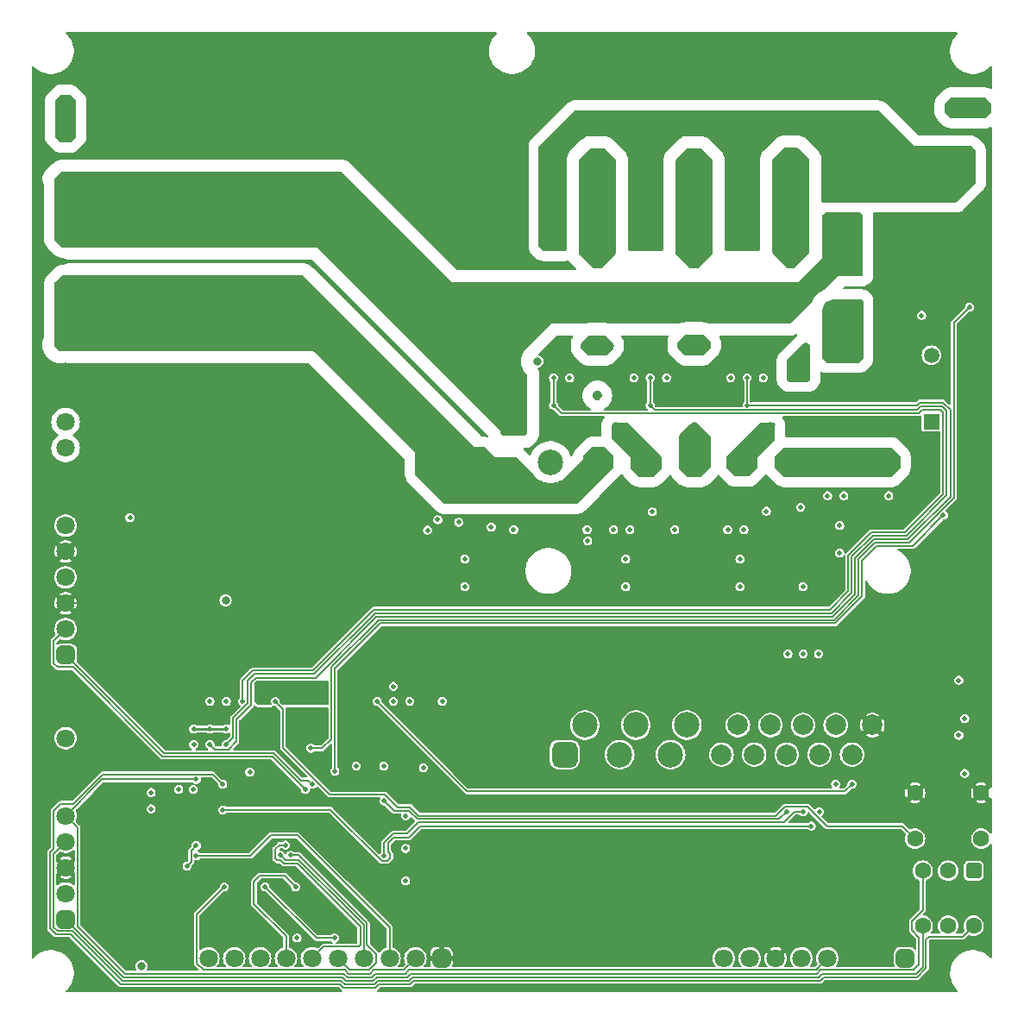
<source format=gbr>
%TF.GenerationSoftware,KiCad,Pcbnew,8.0.2*%
%TF.CreationDate,2024-05-14T20:48:52+07:00*%
%TF.ProjectId,HW.ACIM-INV,48572e41-4349-44d2-9d49-4e562e6b6963,0.0*%
%TF.SameCoordinates,Original*%
%TF.FileFunction,Copper,L3,Inr*%
%TF.FilePolarity,Positive*%
%FSLAX46Y46*%
G04 Gerber Fmt 4.6, Leading zero omitted, Abs format (unit mm)*
G04 Created by KiCad (PCBNEW 8.0.2) date 2024-05-14 20:48:52*
%MOMM*%
%LPD*%
G01*
G04 APERTURE LIST*
G04 Aperture macros list*
%AMRoundRect*
0 Rectangle with rounded corners*
0 $1 Rounding radius*
0 $2 $3 $4 $5 $6 $7 $8 $9 X,Y pos of 4 corners*
0 Add a 4 corners polygon primitive as box body*
4,1,4,$2,$3,$4,$5,$6,$7,$8,$9,$2,$3,0*
0 Add four circle primitives for the rounded corners*
1,1,$1+$1,$2,$3*
1,1,$1+$1,$4,$5*
1,1,$1+$1,$6,$7*
1,1,$1+$1,$8,$9*
0 Add four rect primitives between the rounded corners*
20,1,$1+$1,$2,$3,$4,$5,0*
20,1,$1+$1,$4,$5,$6,$7,0*
20,1,$1+$1,$6,$7,$8,$9,0*
20,1,$1+$1,$8,$9,$2,$3,0*%
G04 Aperture macros list end*
%TA.AperFunction,ComponentPad*%
%ADD10C,1.500000*%
%TD*%
%TA.AperFunction,ComponentPad*%
%ADD11RoundRect,0.250000X0.650000X-0.650000X0.650000X0.650000X-0.650000X0.650000X-0.650000X-0.650000X0*%
%TD*%
%TA.AperFunction,ComponentPad*%
%ADD12C,1.800000*%
%TD*%
%TA.AperFunction,ComponentPad*%
%ADD13RoundRect,0.450000X0.450000X-0.450000X0.450000X0.450000X-0.450000X0.450000X-0.450000X-0.450000X0*%
%TD*%
%TA.AperFunction,ComponentPad*%
%ADD14RoundRect,0.450000X0.450000X0.450000X-0.450000X0.450000X-0.450000X-0.450000X0.450000X-0.450000X0*%
%TD*%
%TA.AperFunction,ComponentPad*%
%ADD15C,1.600000*%
%TD*%
%TA.AperFunction,ComponentPad*%
%ADD16R,3.200000X3.200000*%
%TD*%
%TA.AperFunction,ComponentPad*%
%ADD17C,3.200000*%
%TD*%
%TA.AperFunction,ComponentPad*%
%ADD18R,1.500000X1.500000*%
%TD*%
%TA.AperFunction,ComponentPad*%
%ADD19RoundRect,0.400000X0.400000X0.400000X-0.400000X0.400000X-0.400000X-0.400000X0.400000X-0.400000X0*%
%TD*%
%TA.AperFunction,ComponentPad*%
%ADD20RoundRect,0.625000X-0.625000X-0.625000X0.625000X-0.625000X0.625000X0.625000X-0.625000X0.625000X0*%
%TD*%
%TA.AperFunction,ComponentPad*%
%ADD21C,2.500000*%
%TD*%
%TA.AperFunction,ComponentPad*%
%ADD22C,2.000000*%
%TD*%
%TA.AperFunction,ViaPad*%
%ADD23C,0.480000*%
%TD*%
%TA.AperFunction,ViaPad*%
%ADD24C,0.800000*%
%TD*%
%TA.AperFunction,Conductor*%
%ADD25C,0.160000*%
%TD*%
%TA.AperFunction,Conductor*%
%ADD26C,0.180000*%
%TD*%
%TA.AperFunction,Conductor*%
%ADD27C,2.000000*%
%TD*%
%TA.AperFunction,Conductor*%
%ADD28C,0.250000*%
%TD*%
%TA.AperFunction,Conductor*%
%ADD29C,0.500000*%
%TD*%
%TA.AperFunction,Conductor*%
%ADD30C,1.500000*%
%TD*%
G04 APERTURE END LIST*
D10*
%TO.N,Net-(G1-Pad2)*%
%TO.C,M3*%
X148625000Y-58850000D03*
%TO.N,Net-(U10-IPN1)*%
X153625000Y-60350000D03*
%TD*%
D11*
%TO.N,VDC*%
%TO.C,C75*%
X112450000Y-63178900D03*
D12*
%TO.N,PGND*%
X112450000Y-55678900D03*
%TD*%
%TO.N,PGND*%
%TO.C,C1*%
X140225000Y-66350000D03*
%TO.N,VDC*%
X140225000Y-81350000D03*
%TD*%
D13*
%TO.N,/MCU/~{PWR_FAULT}*%
%TO.C,J4*%
X101450000Y-99275200D03*
D12*
%TO.N,/MCU/~{INV_FAULT}*%
X101450000Y-96735200D03*
%TO.N,GND*%
X101450000Y-94195200D03*
%TO.N,+5V*%
X101450000Y-91655200D03*
%TO.N,GND*%
X101450000Y-89115200D03*
%TO.N,+15V*%
X101450000Y-86575200D03*
%TO.N,GND1*%
X101450000Y-78955200D03*
%TO.N,+24V*%
X101450000Y-76415200D03*
%TD*%
D14*
%TO.N,GND*%
%TO.C,J6*%
X138318700Y-129050100D03*
D12*
%TO.N,/MCU/CTS2*%
X135778700Y-129050100D03*
%TO.N,/MCU/RTS2*%
X133238700Y-129050100D03*
%TO.N,/MCU/RXD2*%
X130698700Y-129050100D03*
%TO.N,/MCU/TXD2*%
X128158700Y-129050100D03*
%TO.N,/MCU/RXD1*%
X125618700Y-129050100D03*
%TO.N,/MCU/TXD1*%
X123078700Y-129050100D03*
%TO.N,/MCU/USB_DP*%
X120538700Y-129050100D03*
%TO.N,/MCU/USB_DM*%
X117998700Y-129050100D03*
%TO.N,/MCU/VBUS*%
X115458700Y-129050100D03*
%TD*%
D10*
%TO.N,Net-(G1-Pad2)*%
%TO.C,M1*%
X167625000Y-58850000D03*
%TO.N,Net-(U7-IPN1)*%
X172625000Y-60350000D03*
%TD*%
D15*
%TO.N,/MCU/~{MCLR}*%
%TO.C,BT1*%
X191311100Y-117300100D03*
X184811100Y-117300100D03*
%TO.N,GND*%
X191311100Y-112800100D03*
X184811100Y-112800100D03*
%TD*%
D10*
%TO.N,Net-(G1-Pad2)*%
%TO.C,M2*%
X158125000Y-58850000D03*
%TO.N,Net-(U9-IPN1)*%
X163125000Y-60350000D03*
%TD*%
D16*
%TO.N,Net-(G1-Pad2)*%
%TO.C,J3*%
X182125000Y-51350000D03*
D17*
%TO.N,Net-(U7-IPN1)*%
X172625000Y-51350000D03*
%TO.N,Net-(U9-IPN1)*%
X163125000Y-51350000D03*
%TO.N,Net-(U10-IPN1)*%
X153625000Y-51350000D03*
%TD*%
D13*
%TO.N,Net-(SW1-NO1)*%
%TO.C,J5*%
X101450000Y-125211100D03*
D12*
%TO.N,+3V3*%
X101450000Y-122671100D03*
%TO.N,GND*%
X101450000Y-120131100D03*
%TO.N,Net-(Q7-G)*%
X101450000Y-117591100D03*
%TO.N,/MCU/PGC*%
X101450000Y-115051100D03*
%TO.N,Net-(C77-Pad2)*%
X101450000Y-107431100D03*
%TD*%
D10*
%TO.N,Net-(BZ1-V-)*%
%TO.C,BZ1*%
X186412500Y-69855000D03*
D18*
%TO.N,+5V*%
X186412500Y-76355000D03*
%TD*%
D14*
%TO.N,Net-(C76-Pad2)*%
%TO.C,J2*%
X183841100Y-129050100D03*
D12*
%TO.N,/MCU/PGC*%
X176221100Y-129050100D03*
%TO.N,Net-(SW1-COM2)*%
X173681100Y-129050100D03*
%TO.N,GND*%
X171141100Y-129050100D03*
%TO.N,+3V3*%
X168601100Y-129050100D03*
%TO.N,Net-(SW1-COM1)*%
X166061100Y-129050100D03*
%TD*%
D19*
%TO.N,/MCU/~{MCLR}*%
%TO.C,SW1*%
X190561100Y-120450100D03*
D15*
%TO.N,Net-(SW1-COM1)*%
X188061100Y-120450100D03*
%TO.N,Net-(SW1-NO1)*%
X185561100Y-120450100D03*
%TO.N,/MCU/PGD*%
X190561100Y-125850100D03*
%TO.N,Net-(SW1-COM2)*%
X188061100Y-125850100D03*
%TO.N,Net-(Q7-G)*%
X185561100Y-125850100D03*
%TD*%
D13*
%TO.N,VDC*%
%TO.C,J1*%
X101450000Y-68258900D03*
D12*
X101450000Y-65718900D03*
X101450000Y-63178900D03*
%TO.N,PGND*%
X101450000Y-58098900D03*
X101450000Y-55558900D03*
X101450000Y-53018900D03*
%TO.N,CHASSIS*%
X101450000Y-47938900D03*
X101450000Y-45398900D03*
%TD*%
D20*
%TO.N,Net-(U1-VSU)*%
%TO.C,U1*%
X150425000Y-109050000D03*
D21*
%TO.N,Net-(U1-VBU)*%
X152425000Y-106150000D03*
%TO.N,Net-(U1-VSV)*%
X155825000Y-109050000D03*
%TO.N,Net-(U1-VBV)*%
X157425000Y-106150000D03*
%TO.N,Net-(U1-VSW)*%
X160825000Y-109050000D03*
%TO.N,Net-(U1-VBW)*%
X162425000Y-106150000D03*
D22*
%TO.N,/Inverter/IPM_PWM_UH*%
X165825000Y-109050000D03*
%TO.N,/Inverter/IPM_PWM_VH*%
X167425000Y-106150000D03*
%TO.N,/Inverter/IPM_PWM_WH*%
X169025000Y-109050000D03*
%TO.N,/Inverter/IPM_PWM_UL*%
X170625000Y-106150000D03*
%TO.N,/Inverter/IPM_PWM_VL*%
X172225000Y-109050000D03*
%TO.N,/Inverter/IPM_PWM_WL*%
X173825000Y-106150000D03*
%TO.N,+15V*%
X175425000Y-109050000D03*
%TO.N,Net-(U1-VFO)*%
X177025000Y-106150000D03*
%TO.N,Net-(U1-ITR)*%
X178625000Y-109050000D03*
%TO.N,GND*%
X180625000Y-106150000D03*
D21*
%TO.N,Net-(U1-NU)*%
X181925000Y-80350000D03*
X177225000Y-80350000D03*
X172525000Y-80350000D03*
%TO.N,/Inverter/MC_VW*%
X167825000Y-80350000D03*
%TO.N,/Inverter/MC_VV*%
X163125000Y-80350000D03*
%TO.N,/Inverter/MC_VU*%
X158425000Y-80350000D03*
%TO.N,VDC*%
X153725000Y-80350000D03*
%TO.N,unconnected-(U1-NC-Pad24)*%
X149025000Y-80350000D03*
%TD*%
D23*
%TO.N,/MCU/~{MCLR}*%
X122018700Y-103825100D03*
%TO.N,GND*%
X155561100Y-120450100D03*
X173825000Y-111950000D03*
X161637500Y-44530000D03*
X186487500Y-83855000D03*
X107775000Y-73725000D03*
X191637500Y-124255000D03*
X180561100Y-120450100D03*
X182737500Y-99155000D03*
X104725000Y-106750100D03*
X146315000Y-56285000D03*
X149825000Y-113650100D03*
X125668700Y-116625100D03*
X191637500Y-76955000D03*
X169025000Y-111950000D03*
X122018700Y-106525100D03*
X126825000Y-73825000D03*
X144825000Y-113650100D03*
X162725000Y-92575000D03*
X98725000Y-88750100D03*
X126825000Y-89875000D03*
X98725000Y-48750100D03*
X186487500Y-89255000D03*
X172225000Y-111950000D03*
X135018700Y-125250100D03*
X146061100Y-129050100D03*
X171637500Y-44530000D03*
X106218700Y-121245100D03*
X134818700Y-116250100D03*
X130418700Y-103225100D03*
X120668700Y-127050100D03*
X151475000Y-97275000D03*
X145475000Y-92575000D03*
X137718700Y-125250100D03*
X112515000Y-44535000D03*
X175425000Y-111950000D03*
X191612500Y-100755000D03*
X156637500Y-44530000D03*
X140561100Y-120450100D03*
X159825000Y-113650100D03*
X170561100Y-120450100D03*
X98725000Y-103750100D03*
X165825000Y-111950000D03*
X98725000Y-118750100D03*
X160561100Y-120450100D03*
X145561100Y-120450100D03*
X105825000Y-131850100D03*
X191637500Y-71955000D03*
X150561100Y-120450100D03*
X110293700Y-123850100D03*
X132168700Y-117275100D03*
X126818700Y-106525100D03*
X170725000Y-92575000D03*
X141061100Y-129050100D03*
X98725000Y-108750100D03*
X112565000Y-48685000D03*
X119518700Y-111950100D03*
X134818700Y-109375100D03*
X120418700Y-106525100D03*
X191637500Y-84255000D03*
X110800000Y-86650200D03*
X110918700Y-120545100D03*
X164825000Y-113650100D03*
X191612500Y-106155000D03*
X98725000Y-63750100D03*
X177475000Y-92575000D03*
X191637500Y-54680000D03*
X107775000Y-81425000D03*
X134818700Y-113050100D03*
X190162500Y-63255000D03*
X170625000Y-111950000D03*
X191637500Y-94255000D03*
X108518700Y-126145100D03*
X123618700Y-106525100D03*
X186415000Y-78185000D03*
X167425000Y-111950000D03*
X136365000Y-56285000D03*
X112543700Y-115975100D03*
X98725000Y-58750100D03*
X116268700Y-123900100D03*
X126118700Y-110445100D03*
X166637500Y-44530000D03*
X110725000Y-109750100D03*
X151637500Y-44530000D03*
X186487500Y-100055000D03*
X110800000Y-87550200D03*
X134818700Y-119450100D03*
X98725000Y-93750100D03*
X103325000Y-129350100D03*
X126918700Y-123850100D03*
X154825000Y-113650100D03*
X175561100Y-120450100D03*
X186487500Y-94655000D03*
X156061100Y-129050100D03*
X98725000Y-73750100D03*
X116300000Y-89450200D03*
X98725000Y-98750100D03*
X110800000Y-88450200D03*
X117768700Y-116625100D03*
X161061100Y-129050100D03*
X110725000Y-104750100D03*
X139825000Y-113650100D03*
X151425000Y-92575000D03*
X98725000Y-68750100D03*
X132168700Y-120375100D03*
X133168700Y-123450100D03*
X118250000Y-88025200D03*
X104725000Y-101750100D03*
X98725000Y-53750100D03*
X151061100Y-129050100D03*
X162725000Y-97275000D03*
X107118700Y-127345100D03*
X129968700Y-114975100D03*
X191637500Y-59530000D03*
X118225000Y-81475000D03*
X118225000Y-73775000D03*
X110800000Y-94450200D03*
X112618700Y-128645100D03*
X141465000Y-56285000D03*
X98725000Y-78750100D03*
X191637500Y-89255000D03*
X118250000Y-90625200D03*
X98725000Y-43750100D03*
X165561100Y-120450100D03*
X131318700Y-107675100D03*
X130418700Y-119450100D03*
X106218700Y-118045100D03*
X98725000Y-113750100D03*
X119268700Y-116625100D03*
X117868700Y-123900100D03*
X104818700Y-122845100D03*
X125218700Y-106525100D03*
X107818700Y-128745100D03*
X112318700Y-122845100D03*
X181237500Y-99155000D03*
X126825000Y-81425000D03*
X184237500Y-99155000D03*
X123018700Y-111950100D03*
X114650000Y-88675200D03*
X121518700Y-119675100D03*
X98725000Y-123750100D03*
X110800000Y-99650200D03*
X110918700Y-118045100D03*
X98725000Y-83750100D03*
X190162500Y-59555000D03*
X126825000Y-97275000D03*
X191637500Y-66955000D03*
%TO.N,+5V*%
X107750000Y-85775200D03*
D24*
%TO.N,PGND*%
X176312500Y-58005000D03*
X176312500Y-59805000D03*
D23*
X146425000Y-77450000D03*
D24*
X176312500Y-61505000D03*
X179112500Y-56305000D03*
X176312500Y-56305000D03*
D23*
X144425000Y-77450000D03*
D24*
X177712500Y-58005000D03*
X179112500Y-59805000D03*
X177712500Y-56305000D03*
D23*
X145425000Y-77450000D03*
D24*
X179112500Y-61505000D03*
X177712500Y-59805000D03*
D23*
X145425000Y-76450000D03*
D24*
X179112500Y-58005000D03*
%TO.N,VDC*%
X138225000Y-81350000D03*
X140225000Y-79350000D03*
X142225000Y-79350000D03*
X136225000Y-79350000D03*
X138225000Y-79350000D03*
X136225000Y-81350000D03*
X142225000Y-81350000D03*
D23*
%TO.N,/MCU/MC_VDC_SENSE*%
X140625000Y-89875000D03*
X140625000Y-92575000D03*
X114018700Y-108050100D03*
%TO.N,AGND*%
X161225000Y-86975000D03*
X173575000Y-84775000D03*
X156825000Y-86975000D03*
X175425000Y-114650000D03*
X137975000Y-86000000D03*
X135218700Y-103825100D03*
X140025000Y-86250000D03*
X114018700Y-106525100D03*
X145425000Y-86975000D03*
X168025000Y-86975000D03*
X182225000Y-83650000D03*
X117218700Y-106525100D03*
X138418700Y-103825100D03*
X159025000Y-85225000D03*
X176225000Y-83650000D03*
X177825000Y-83650000D03*
X155225000Y-86975000D03*
X150925000Y-72060000D03*
X166425000Y-86975000D03*
X115618700Y-106525100D03*
X169925000Y-72060000D03*
X112543700Y-112475100D03*
X143225000Y-86725000D03*
X170225000Y-85175000D03*
X160425000Y-72060000D03*
X152625000Y-86975000D03*
D24*
%TO.N,/Inverter/MC_VU*%
X153625000Y-73790000D03*
X152425000Y-68940000D03*
X154825000Y-68940000D03*
X155475000Y-76850000D03*
%TO.N,/Inverter/MC_VV*%
X164325000Y-68940000D03*
X161925000Y-68940000D03*
X163125000Y-76850000D03*
%TO.N,/Inverter/MC_VW*%
X172625000Y-70560000D03*
X172625000Y-72060000D03*
X174125000Y-72060000D03*
X170625000Y-76850000D03*
X174125000Y-69060000D03*
X174125000Y-70560000D03*
D23*
%TO.N,+15V*%
X175337500Y-99155000D03*
X173837500Y-99155000D03*
X173825000Y-92575000D03*
X173837500Y-99155000D03*
X172337500Y-99155000D03*
%TO.N,/Inverter/MC_IPM_TEMP*%
X174625000Y-116075000D03*
X116868700Y-114475100D03*
%TO.N,/MCU/MC_VU_SENSE*%
X156425000Y-92575000D03*
X156425000Y-89875000D03*
X117218700Y-103825100D03*
%TO.N,AVDD*%
X136972811Y-87025715D03*
X152675715Y-88077189D03*
X132668700Y-110175100D03*
D24*
X117150000Y-93905200D03*
D23*
%TO.N,/MCU/MC_VV_SENSE*%
X167625000Y-92575000D03*
X109843700Y-114375100D03*
X167625000Y-89875000D03*
%TO.N,/Inverter/MC_IDC_SENSE*%
X119518700Y-110750100D03*
X136568700Y-110325100D03*
X185462500Y-65955000D03*
X115618700Y-103825100D03*
%TO.N,+3V3*%
X189112500Y-101755000D03*
X123618700Y-103825100D03*
D24*
X120418700Y-102200100D03*
D23*
X126818700Y-103825100D03*
D24*
X108900000Y-129805200D03*
D23*
X134818700Y-115050100D03*
X134818700Y-121450100D03*
X189112500Y-107155000D03*
X125218700Y-103825100D03*
X122018700Y-102400100D03*
X124168700Y-127050100D03*
X134818700Y-118250100D03*
X129968700Y-110175100D03*
X120418700Y-103825100D03*
%TO.N,/MCU/MC_VW_SENSE*%
X177425000Y-86575100D03*
X109843700Y-112775100D03*
X177425000Y-89275000D03*
%TO.N,VREF*%
X157225000Y-72060000D03*
D24*
X147725000Y-70450100D03*
D23*
X133618700Y-102350100D03*
X177025000Y-111950000D03*
X166725000Y-72060000D03*
X133618700Y-103825100D03*
X113968700Y-112475100D03*
%TO.N,/Inverter/MC_IW_SENSE*%
X115618700Y-108050100D03*
X168325000Y-72060000D03*
X168325000Y-74760000D03*
%TO.N,/Inverter/MC_IV_SENSE*%
X158825000Y-74760000D03*
X117218700Y-108050100D03*
X158825000Y-72060000D03*
%TO.N,/Inverter/MC_IU_SENSE*%
X149325000Y-74760000D03*
X149325000Y-72060000D03*
X118818700Y-103825100D03*
%TO.N,/MCU/IND_RUN*%
X125518700Y-108425100D03*
X190137500Y-65155000D03*
D24*
%TO.N,CHASSIS*%
X189999000Y-45580000D03*
X188729000Y-45580000D03*
X191269000Y-45580000D03*
D23*
%TO.N,/MCU/PGC*%
X114268700Y-111475100D03*
%TO.N,/MCU/~{INV_FAULT}*%
X124968700Y-112475100D03*
%TO.N,/MCU/~{PWR_FAULT}*%
X125668700Y-111975100D03*
%TO.N,/MCU/TXD1*%
X124018700Y-122025100D03*
%TO.N,/MCU/RXD1*%
X123018700Y-117925100D03*
%TO.N,/MCU/TXD2*%
X123518700Y-118925100D03*
%TO.N,/MCU/RXD2*%
X122518700Y-118925100D03*
%TO.N,/MCU/RTS2*%
X114268700Y-118975100D03*
%TO.N,/MCU/CTS2*%
X117018700Y-122025100D03*
%TO.N,/Inverter/INV_FLT_OC*%
X132018700Y-103825100D03*
X178625000Y-111950000D03*
%TO.N,/MCU/PGD*%
X189687500Y-110905000D03*
X116868700Y-111975100D03*
%TO.N,/MCU/IND_ERR*%
X187587500Y-85555000D03*
X127868700Y-110675100D03*
%TO.N,/Inverter/MC_PWM_VL*%
X132718700Y-113600100D03*
X172225000Y-114650000D03*
%TO.N,/Inverter/MC_PWM_WL*%
X173825000Y-114675000D03*
X132718700Y-118950100D03*
D24*
%TO.N,Net-(U1-NU)*%
X177712500Y-70005000D03*
X176312500Y-65005000D03*
X176312500Y-66705000D03*
X179112500Y-68405000D03*
X176312500Y-68405000D03*
X179112500Y-70005000D03*
X176312500Y-70005000D03*
X177712500Y-66705000D03*
X177712500Y-68405000D03*
X179112500Y-66705000D03*
X179112500Y-65005000D03*
D23*
%TO.N,/MCU/SYS_CLK_EN*%
X121018700Y-122025100D03*
X127818700Y-127050100D03*
%TO.N,/MCU/SDI*%
X114268700Y-117975100D03*
X113368700Y-119975100D03*
%TO.N,Net-(Q7-G)*%
X189687500Y-105505000D03*
D24*
%TO.N,Net-(G1-Pad2)*%
X189999000Y-50080000D03*
X187332000Y-51350000D03*
X189999000Y-52620000D03*
%TD*%
D25*
%TO.N,/MCU/~{MCLR}*%
X127368700Y-112975100D02*
X122768700Y-108375100D01*
X136102448Y-115055100D02*
X135247448Y-114200100D01*
X122768700Y-104575100D02*
X122018700Y-103825100D01*
X183586000Y-116075000D02*
X176168600Y-116075000D01*
X132793700Y-112975100D02*
X127368700Y-112975100D01*
X174243600Y-114150000D02*
X172043800Y-114150000D01*
X135247448Y-114200100D02*
X134018700Y-114200100D01*
X122768700Y-108375100D02*
X122768700Y-104575100D01*
X171138700Y-115055100D02*
X136102448Y-115055100D01*
X134018700Y-114200100D02*
X132793700Y-112975100D01*
X176168600Y-116075000D02*
X174243600Y-114150000D01*
X184811100Y-117300100D02*
X183586000Y-116075000D01*
X172043800Y-114150000D02*
X171138700Y-115055100D01*
%TO.N,GND*%
X101450000Y-94195200D02*
X110545000Y-94195200D01*
X101450000Y-120125000D02*
X102075000Y-119500000D01*
X101450000Y-120131100D02*
X101450000Y-120125000D01*
X110545000Y-94195200D02*
X110800000Y-94450200D01*
%TO.N,PGND*%
X171467500Y-66350000D02*
X136325000Y-66350000D01*
D26*
X179112500Y-59805000D02*
X176312500Y-59805000D01*
D25*
X136325000Y-66350000D02*
X125653900Y-55678900D01*
X176312500Y-61505000D02*
X176312500Y-56305000D01*
X125653900Y-55678900D02*
X112450000Y-55678900D01*
X176312500Y-61505000D02*
X171467500Y-66350000D01*
X101450000Y-53018900D02*
X101450000Y-58098900D01*
D26*
X177712500Y-59805000D02*
X177712500Y-56305000D01*
D25*
X104110000Y-55678900D02*
X101450000Y-53018900D01*
X176312500Y-56305000D02*
X179112500Y-56305000D01*
X112450000Y-55678900D02*
X104110000Y-55678900D01*
D26*
X176312500Y-58005000D02*
X179112500Y-58005000D01*
D27*
%TO.N,VDC*%
X101450000Y-63178900D02*
X106525000Y-63178900D01*
X101450000Y-68258900D02*
X101450000Y-68253900D01*
X140225000Y-81350000D02*
X138225000Y-79350000D01*
X101450000Y-68253900D02*
X106525000Y-63178900D01*
X106525000Y-63178900D02*
X112450000Y-63178900D01*
X122053900Y-63178900D02*
X112450000Y-63178900D01*
X138225000Y-79350000D02*
X122053900Y-63178900D01*
D28*
%TO.N,AGND*%
X116418700Y-106525100D02*
X114018700Y-106525100D01*
D25*
X115618700Y-106525100D02*
X116418700Y-106525100D01*
D28*
X116418700Y-106525100D02*
X117218700Y-106525100D01*
%TO.N,/Inverter/MC_VU*%
X155175000Y-76600000D02*
X155175000Y-77400000D01*
X155225000Y-76550000D02*
X155175000Y-76600000D01*
X155475000Y-76550000D02*
X155825000Y-76550000D01*
X155825000Y-76550000D02*
X156475000Y-76550000D01*
X156475000Y-76550000D02*
X156775000Y-76850000D01*
X155825000Y-76550000D02*
X155225000Y-76550000D01*
X155475000Y-76850000D02*
X155475000Y-76550000D01*
%TO.N,/Inverter/MC_VV*%
X162625000Y-76950000D02*
X163025000Y-76550000D01*
X163125000Y-76550000D02*
X163225000Y-76550000D01*
X163125000Y-76850000D02*
X162725000Y-76850000D01*
X163125000Y-76850000D02*
X163125000Y-76550000D01*
X163225000Y-76550000D02*
X163625000Y-76950000D01*
%TO.N,/Inverter/MC_VW*%
X170625000Y-76540000D02*
X170875000Y-76540000D01*
X170625000Y-76790000D02*
X170875000Y-76540000D01*
X170625000Y-76850000D02*
X170625000Y-76790000D01*
X170975000Y-76640000D02*
X170765000Y-76850000D01*
X170875000Y-76540000D02*
X170975000Y-76640000D01*
X170625000Y-76850000D02*
X170625000Y-76540000D01*
X167825000Y-78440000D02*
X167825000Y-80350000D01*
X169725000Y-76540000D02*
X167825000Y-78440000D01*
X170875000Y-76540000D02*
X169725000Y-76540000D01*
X170765000Y-76850000D02*
X170625000Y-76850000D01*
D25*
%TO.N,/Inverter/MC_IPM_TEMP*%
X136225100Y-116075000D02*
X135100100Y-117200000D01*
X133300100Y-119200000D02*
X133000100Y-119500000D01*
X117568700Y-114475100D02*
X127475200Y-114475100D01*
X127475200Y-114475100D02*
X132500100Y-119500000D01*
X174625000Y-116075000D02*
X136225100Y-116075000D01*
X135100100Y-117200000D02*
X133652648Y-117200000D01*
X117568700Y-114475100D02*
X116868700Y-114475100D01*
X117568700Y-114475100D02*
X117525100Y-114475100D01*
X133000100Y-119500000D02*
X132575100Y-119500000D01*
X133300100Y-118800000D02*
X133300100Y-119200000D01*
X133652648Y-117200000D02*
X133100100Y-117752548D01*
X132500100Y-119500000D02*
X133000100Y-119500000D01*
X133100100Y-117752548D02*
X133100100Y-118600000D01*
X117525100Y-114475100D02*
X117525000Y-114475000D01*
X133100100Y-118600000D02*
X133300100Y-118800000D01*
D29*
%TO.N,+3V3*%
X122018700Y-102400100D02*
X121818700Y-102200100D01*
X121818700Y-102200100D02*
X120418700Y-102200100D01*
X126818700Y-103825100D02*
X123618700Y-103825100D01*
X123443700Y-103825100D02*
X122018700Y-102400100D01*
X120418700Y-103825100D02*
X120418700Y-102200100D01*
X123618700Y-103825100D02*
X123443700Y-103825100D01*
D25*
%TO.N,/Inverter/MC_IW_SENSE*%
X118218700Y-105568848D02*
X118218700Y-107750100D01*
X188268700Y-75201152D02*
X188268700Y-83722552D01*
X187577548Y-74510000D02*
X188268700Y-75201152D01*
X118218700Y-107750100D02*
X117418700Y-108550100D01*
X119650000Y-104137548D02*
X118218700Y-105568848D01*
X185225000Y-74510000D02*
X187577548Y-74510000D01*
X119650000Y-101968800D02*
X119650000Y-104137548D01*
X125968700Y-101500100D02*
X120118700Y-101500100D01*
X184975000Y-74760000D02*
X185225000Y-74510000D01*
X120118700Y-101500100D02*
X119650000Y-101968800D01*
X184091152Y-87900100D02*
X180766152Y-87900100D01*
X168325000Y-74760000D02*
X168325000Y-72060000D01*
X117418700Y-108550100D02*
X116118700Y-108550100D01*
X131958700Y-95510100D02*
X125968700Y-101500100D01*
X178918700Y-89747552D02*
X178918700Y-93297552D01*
X180766152Y-87900100D02*
X178918700Y-89747552D01*
X178918700Y-93297552D02*
X176706152Y-95510100D01*
X188268700Y-83722552D02*
X184091152Y-87900100D01*
X116118700Y-108550100D02*
X115618700Y-108050100D01*
X176706152Y-95510100D02*
X131958700Y-95510100D01*
X168325000Y-74760000D02*
X184975000Y-74760000D01*
%TO.N,/Inverter/MC_IV_SENSE*%
X125866152Y-101150100D02*
X131866152Y-95150100D01*
X178598700Y-89615004D02*
X180663604Y-87550100D01*
X185375000Y-74860000D02*
X184995000Y-75240000D01*
X187918700Y-75303700D02*
X187475000Y-74860000D01*
X183988604Y-87550100D02*
X187918700Y-83620004D01*
X187475000Y-74860000D02*
X185375000Y-74860000D01*
X119300000Y-104035000D02*
X119300000Y-101818800D01*
X159305000Y-75240000D02*
X158825000Y-74760000D01*
X187918700Y-83620004D02*
X187918700Y-75303700D01*
X119968700Y-101150100D02*
X125866152Y-101150100D01*
X184995000Y-75240000D02*
X159305000Y-75240000D01*
X131866152Y-95150100D02*
X176613604Y-95150100D01*
X180663604Y-87550100D02*
X183988604Y-87550100D01*
X178598700Y-93165004D02*
X178598700Y-89615004D01*
X117868700Y-107400100D02*
X117868700Y-105466300D01*
X117868700Y-105466300D02*
X119300000Y-104035000D01*
X158825000Y-72060000D02*
X158825000Y-74760000D01*
X119300000Y-101818800D02*
X119968700Y-101150100D01*
X176613604Y-95150100D02*
X178598700Y-93165004D01*
X117218700Y-108050100D02*
X117868700Y-107400100D01*
%TO.N,/Inverter/MC_IU_SENSE*%
X178268700Y-93000100D02*
X176438700Y-94830100D01*
X185525000Y-75210000D02*
X187325000Y-75210000D01*
X125718700Y-100800100D02*
X119818700Y-100800100D01*
X187575000Y-83511156D02*
X183856056Y-87230100D01*
X176438700Y-94830100D02*
X131688700Y-94830100D01*
X131688700Y-94830100D02*
X125718700Y-100800100D01*
X149325000Y-74760000D02*
X150125000Y-75560000D01*
X180531056Y-87230100D02*
X178268700Y-89492456D01*
X183856056Y-87230100D02*
X180531056Y-87230100D01*
X187575000Y-75460000D02*
X187575000Y-83511156D01*
X118818700Y-101800100D02*
X118818700Y-103825100D01*
X150125000Y-75560000D02*
X185175000Y-75560000D01*
X149325000Y-72060000D02*
X149325000Y-74760000D01*
X187325000Y-75210000D02*
X187575000Y-75460000D01*
X119818700Y-100800100D02*
X118818700Y-101800100D01*
X185175000Y-75560000D02*
X185525000Y-75210000D01*
X178268700Y-89492456D02*
X178268700Y-93000100D01*
%TO.N,/MCU/IND_RUN*%
X126618700Y-108425100D02*
X125518700Y-108425100D01*
X188618700Y-83825100D02*
X184213700Y-88230100D01*
X179268700Y-93400100D02*
X176838700Y-95830100D01*
X179268700Y-89850100D02*
X179268700Y-93400100D01*
X184213700Y-88230100D02*
X180888700Y-88230100D01*
X127518700Y-107525100D02*
X126618700Y-108425100D01*
X180888700Y-88230100D02*
X179268700Y-89850100D01*
X190137500Y-65155000D02*
X188618700Y-66673800D01*
X176838700Y-95830100D02*
X132138700Y-95830100D01*
X132138700Y-95830100D02*
X127518700Y-100450100D01*
X127518700Y-100450100D02*
X127518700Y-107525100D01*
X188618700Y-66673800D02*
X188618700Y-83825100D01*
D27*
%TO.N,CHASSIS*%
X188729000Y-45580000D02*
X191269000Y-45580000D01*
D25*
%TO.N,/MCU/PGC*%
X176221100Y-129050100D02*
X175071100Y-130200100D01*
X135171100Y-130200100D02*
X134821100Y-130550100D01*
X174868700Y-130200100D02*
X175071100Y-130200100D01*
X175471100Y-129800100D02*
X175144900Y-130126300D01*
X114268700Y-111475100D02*
X105026000Y-111475100D01*
X102621100Y-125927500D02*
X102621100Y-116222200D01*
X134821100Y-130550100D02*
X131821100Y-130550100D01*
X107243700Y-130550100D02*
X102621100Y-125927500D01*
X102621100Y-116222200D02*
X101450000Y-115051100D01*
X174868700Y-130200100D02*
X135171100Y-130200100D01*
X129096152Y-130900100D02*
X128746152Y-130550100D01*
X131821100Y-130550100D02*
X131471100Y-130900100D01*
X176221100Y-129050100D02*
X175471100Y-129800100D01*
X131471100Y-130900100D02*
X129096152Y-130900100D01*
X175071100Y-130200100D02*
X175144900Y-130126300D01*
X128746152Y-130550100D02*
X107243700Y-130550100D01*
X105026000Y-111475100D02*
X101450000Y-115051100D01*
X174971100Y-130200100D02*
X174868700Y-130200100D01*
%TO.N,/MCU/~{INV_FAULT}*%
X121743700Y-109250100D02*
X110943700Y-109250100D01*
X100268700Y-100075100D02*
X100268700Y-97916500D01*
X100668700Y-100475100D02*
X100268700Y-100075100D01*
X124968700Y-112475100D02*
X121743700Y-109250100D01*
X102168700Y-100475100D02*
X100668700Y-100475100D01*
X100268700Y-97916500D02*
X101450000Y-96735200D01*
X110943700Y-109250100D02*
X102168700Y-100475100D01*
%TO.N,/MCU/~{PWR_FAULT}*%
X125268700Y-111575100D02*
X124521248Y-111575100D01*
X111074900Y-108900100D02*
X101450000Y-99275200D01*
X124521248Y-111575100D02*
X121846248Y-108900100D01*
X125668700Y-111975100D02*
X125268700Y-111575100D01*
X121846248Y-108900100D02*
X111074900Y-108900100D01*
%TO.N,Net-(SW1-NO1)*%
X131971100Y-130900100D02*
X131621100Y-131250100D01*
X185218700Y-127000100D02*
X185218700Y-129690100D01*
X184518700Y-126300100D02*
X185218700Y-127000100D01*
X185561100Y-124347700D02*
X184518700Y-125390100D01*
X107129000Y-130890100D02*
X101450000Y-125211100D01*
X135321100Y-130550100D02*
X134971100Y-130900100D01*
X184708700Y-130200100D02*
X175543700Y-130200100D01*
X184518700Y-125390100D02*
X184518700Y-126300100D01*
X134971100Y-130900100D02*
X131971100Y-130900100D01*
X185561100Y-120450100D02*
X185561100Y-124347700D01*
X128982400Y-131250100D02*
X128622400Y-130890100D01*
X175193700Y-130550100D02*
X135321100Y-130550100D01*
X175543700Y-130200100D02*
X175193700Y-130550100D01*
X128622400Y-130890100D02*
X107129000Y-130890100D01*
X185218700Y-129690100D02*
X184708700Y-130200100D01*
X131621100Y-131250100D02*
X128982400Y-131250100D01*
%TO.N,/MCU/TXD1*%
X120518700Y-120925100D02*
X119918700Y-121525100D01*
X124018700Y-122025100D02*
X122918700Y-120925100D01*
X119918700Y-121525100D02*
X119918700Y-123700100D01*
X122918700Y-120925100D02*
X120518700Y-120925100D01*
X119918700Y-123700100D02*
X123078700Y-126860100D01*
X123078700Y-126860100D02*
X123078700Y-129050100D01*
%TO.N,/MCU/RXD1*%
X122018700Y-118325100D02*
X122018700Y-119225100D01*
X122418700Y-117925100D02*
X122018700Y-118325100D01*
X130378700Y-125912648D02*
X130378700Y-127725100D01*
X123018700Y-117925100D02*
X122418700Y-117925100D01*
X122886152Y-119745100D02*
X124211152Y-119745100D01*
X128118700Y-127910100D02*
X128458700Y-127910100D01*
X126758700Y-127910100D02*
X128118700Y-127910100D01*
X122018700Y-119225100D02*
X122218700Y-119425100D01*
X122566152Y-119425100D02*
X122886152Y-119745100D01*
X122218700Y-119425100D02*
X122566152Y-119425100D01*
X130378700Y-127725100D02*
X130193700Y-127910100D01*
X125618700Y-129050100D02*
X126758700Y-127910100D01*
X130193700Y-127910100D02*
X128118700Y-127910100D01*
X124211152Y-119745100D02*
X130378700Y-125912648D01*
%TO.N,/MCU/TXD2*%
X128158700Y-129050100D02*
X129308700Y-130200100D01*
X128158700Y-129050100D02*
X128668700Y-128540100D01*
X129308700Y-130200100D02*
X131208700Y-130200100D01*
X131958700Y-128650100D02*
X131018700Y-127710100D01*
X124333700Y-118925100D02*
X123518700Y-118925100D01*
X131018700Y-127710100D02*
X131018700Y-125610100D01*
X131018700Y-125610100D02*
X124333700Y-118925100D01*
X131958700Y-129450100D02*
X131958700Y-128650100D01*
X131208700Y-130200100D02*
X131958700Y-129450100D01*
%TO.N,/MCU/RXD2*%
X123018700Y-119425100D02*
X122518700Y-118925100D01*
X129181200Y-124262600D02*
X124343700Y-119425100D01*
X129181200Y-124262600D02*
X128768700Y-123850100D01*
X124343700Y-119425100D02*
X123018700Y-119425100D01*
X130698700Y-125780100D02*
X129181200Y-124262600D01*
X130698700Y-129050100D02*
X130698700Y-125780100D01*
%TO.N,/MCU/RTS2*%
X119568700Y-118975100D02*
X121568700Y-116975100D01*
X133238700Y-126020100D02*
X133238700Y-129050100D01*
X121568700Y-116975100D02*
X124193700Y-116975100D01*
X114268700Y-118975100D02*
X119568700Y-118975100D01*
X124193700Y-116975100D02*
X133238700Y-126020100D01*
%TO.N,/MCU/CTS2*%
X114298700Y-124745100D02*
X117018700Y-122025100D01*
X131661248Y-130200100D02*
X131311248Y-130550100D01*
X134628700Y-130200100D02*
X131661248Y-130200100D01*
X129198700Y-130550100D02*
X128848700Y-130200100D01*
X131311248Y-130550100D02*
X129198700Y-130550100D01*
X114948700Y-130200100D02*
X114298700Y-129550100D01*
X128848700Y-130200100D02*
X114948700Y-130200100D01*
X135778700Y-129050100D02*
X134628700Y-130200100D01*
X114298700Y-129550100D02*
X114298700Y-124745100D01*
%TO.N,/Inverter/INV_FLT_OC*%
X177924900Y-112650100D02*
X140843700Y-112650100D01*
X140843700Y-112650100D02*
X132018700Y-103825100D01*
X178625000Y-111950000D02*
X177924900Y-112650100D01*
%TO.N,/MCU/PGD*%
X99918700Y-126087600D02*
X99918700Y-118625100D01*
X185881100Y-127175100D02*
X185881100Y-130015248D01*
X128343700Y-131575100D02*
X106861452Y-131575100D01*
X106861452Y-131575100D02*
X101986452Y-126700100D01*
X99918700Y-118625100D02*
X100268700Y-118275100D01*
X135593700Y-131250100D02*
X135243700Y-131600100D01*
X100268700Y-114575100D02*
X100268700Y-115275100D01*
X190561100Y-125850100D02*
X189511100Y-126900100D01*
X184996248Y-130900100D02*
X175843700Y-130900100D01*
X175843700Y-130900100D02*
X175493700Y-131250100D01*
X131826196Y-131950100D02*
X128718700Y-131950100D01*
X189511100Y-126900100D02*
X186156100Y-126900100D01*
X102168700Y-113875100D02*
X100968700Y-113875100D01*
X175493700Y-131250100D02*
X135593700Y-131250100D01*
X115888700Y-110995100D02*
X105048700Y-110995100D01*
X128718700Y-131950100D02*
X128343700Y-131575100D01*
X132176196Y-131600100D02*
X131826196Y-131950100D01*
X135243700Y-131600100D02*
X132176196Y-131600100D01*
X100268700Y-115275100D02*
X100268700Y-116975100D01*
X100968700Y-113875100D02*
X100268700Y-114575100D01*
X186156100Y-126900100D02*
X185881100Y-127175100D01*
X101986452Y-126700100D02*
X100531200Y-126700100D01*
X100531200Y-126700100D02*
X99918700Y-126087600D01*
X185881100Y-130015248D02*
X184996248Y-130900100D01*
X105048700Y-110995100D02*
X102168700Y-113875100D01*
X116868700Y-111975100D02*
X115888700Y-110995100D01*
X100268700Y-118275100D02*
X100268700Y-115275100D01*
%TO.N,/MCU/IND_ERR*%
X127868700Y-100600100D02*
X127868700Y-110675100D01*
X187587500Y-85555000D02*
X184592400Y-88550100D01*
X181068700Y-88550100D02*
X179618700Y-90000100D01*
X184592400Y-88550100D02*
X181068700Y-88550100D01*
X176992400Y-96150100D02*
X132318700Y-96150100D01*
X132318700Y-96150100D02*
X127868700Y-100600100D01*
X179618700Y-93523800D02*
X176992400Y-96150100D01*
X179618700Y-90000100D02*
X179618700Y-93523800D01*
%TO.N,/Inverter/MC_PWM_VL*%
X135150000Y-114555200D02*
X135969900Y-115375100D01*
X135969900Y-115375100D02*
X171499900Y-115375100D01*
X171499900Y-115375100D02*
X172225000Y-114650000D01*
X132718700Y-113600100D02*
X133673800Y-114555200D01*
X133673800Y-114555200D02*
X135150000Y-114555200D01*
%TO.N,/Inverter/MC_PWM_WL*%
X135342275Y-116442175D02*
X136084450Y-115700000D01*
X172968800Y-114675000D02*
X173825000Y-114675000D01*
X132718700Y-118950100D02*
X132718700Y-117681400D01*
X136084450Y-115700000D02*
X135893800Y-115890650D01*
X133600100Y-116800000D02*
X134984450Y-116800000D01*
X136084450Y-115700000D02*
X171943800Y-115700000D01*
X132718700Y-117681400D02*
X133600100Y-116800000D01*
X134984450Y-116800000D02*
X135342275Y-116442175D01*
X135342275Y-116442175D02*
X135509450Y-116275000D01*
X171943800Y-115700000D02*
X172968800Y-114675000D01*
%TO.N,/MCU/SYS_CLK_EN*%
X121018700Y-122025100D02*
X126043700Y-127050100D01*
X126043700Y-127050100D02*
X127818700Y-127050100D01*
%TO.N,/MCU/SDI*%
X113368700Y-119975100D02*
X113768700Y-119575100D01*
X113768700Y-118475100D02*
X114268700Y-117975100D01*
X113768700Y-119575100D02*
X113768700Y-118475100D01*
%TO.N,Net-(Q7-G)*%
X184893700Y-130550100D02*
X175693700Y-130550100D01*
X106989000Y-131250100D02*
X102114000Y-126375100D01*
X132073648Y-131250100D02*
X131723648Y-131600100D01*
X100668700Y-126375100D02*
X100268700Y-125975100D01*
X135121100Y-131250100D02*
X132073648Y-131250100D01*
X175343700Y-130900100D02*
X135471100Y-130900100D01*
X185561100Y-129882700D02*
X184893700Y-130550100D01*
X131723648Y-131600100D02*
X128832400Y-131600100D01*
X175693700Y-130550100D02*
X175343700Y-130900100D01*
X185561100Y-125850100D02*
X185561100Y-129882700D01*
X100268700Y-125975100D02*
X100268700Y-118772400D01*
X135471100Y-130900100D02*
X135121100Y-131250100D01*
X128482400Y-131250100D02*
X106989000Y-131250100D01*
X100268700Y-118772400D02*
X101450000Y-117591100D01*
X102114000Y-126375100D02*
X100668700Y-126375100D01*
X128832400Y-131600100D02*
X128482400Y-131250100D01*
D30*
%TO.N,Net-(G1-Pad2)*%
X169400000Y-47675000D02*
X170425000Y-46650000D01*
X182125000Y-51350000D02*
X177425000Y-46650000D01*
X167625000Y-49450000D02*
X169400000Y-47675000D01*
X171475000Y-46650000D02*
X177425000Y-46650000D01*
X158125000Y-46650000D02*
X162125000Y-46650000D01*
X188729000Y-51350000D02*
X189999000Y-50080000D01*
X162125000Y-46650000D02*
X163525000Y-46650000D01*
X151725000Y-46650000D02*
X154525000Y-46650000D01*
X167625000Y-49450000D02*
X165675000Y-47500000D01*
X165675000Y-47500000D02*
X164825000Y-46650000D01*
X156300000Y-47575000D02*
X155375000Y-46650000D01*
X165850000Y-47675000D02*
X165675000Y-47500000D01*
X169400000Y-47675000D02*
X165850000Y-47675000D01*
X167625000Y-46650000D02*
X171475000Y-46650000D01*
X158125000Y-58850000D02*
X158125000Y-49400000D01*
X158125000Y-49400000D02*
X156300000Y-47575000D01*
X155375000Y-46650000D02*
X154525000Y-46650000D01*
X189999000Y-50080000D02*
X189999000Y-52620000D01*
X163525000Y-46650000D02*
X167625000Y-46650000D01*
X164825000Y-46650000D02*
X163525000Y-46650000D01*
X187332000Y-51350000D02*
X188729000Y-51350000D01*
X159900000Y-47625000D02*
X160875000Y-46650000D01*
X158125000Y-49400000D02*
X159900000Y-47625000D01*
X154525000Y-46650000D02*
X158125000Y-46650000D01*
X158125000Y-49400000D02*
X158125000Y-46650000D01*
X182125000Y-51350000D02*
X187332000Y-51350000D01*
X160875000Y-46650000D02*
X162125000Y-46650000D01*
X156350000Y-47625000D02*
X159900000Y-47625000D01*
X148625000Y-49750000D02*
X151725000Y-46650000D01*
X156300000Y-47575000D02*
X156350000Y-47625000D01*
X167625000Y-58850000D02*
X167625000Y-46650000D01*
X148625000Y-58850000D02*
X148625000Y-49750000D01*
X170425000Y-46650000D02*
X171475000Y-46650000D01*
X189999000Y-52620000D02*
X188729000Y-51350000D01*
%TD*%
%TA.AperFunction,Conductor*%
%TO.N,Net-(U1-NU)*%
G36*
X182540677Y-78919685D02*
G01*
X182561319Y-78936319D01*
X183338681Y-79713681D01*
X183372166Y-79775004D01*
X183375000Y-79801362D01*
X183375000Y-80898638D01*
X183355315Y-80965677D01*
X183338681Y-80986319D01*
X182561319Y-81763681D01*
X182499996Y-81797166D01*
X182473638Y-81800000D01*
X171976362Y-81800000D01*
X171909323Y-81780315D01*
X171888681Y-81763681D01*
X171111319Y-80986319D01*
X171077834Y-80924996D01*
X171075000Y-80898638D01*
X171075000Y-79801362D01*
X171094685Y-79734323D01*
X171111319Y-79713681D01*
X171888681Y-78936319D01*
X171950004Y-78902834D01*
X171976362Y-78900000D01*
X182473638Y-78900000D01*
X182540677Y-78919685D01*
G37*
%TD.AperFunction*%
%TD*%
%TA.AperFunction,Conductor*%
%TO.N,Net-(U10-IPN1)*%
G36*
X154340677Y-49569685D02*
G01*
X154361319Y-49586319D01*
X155388681Y-50613681D01*
X155422166Y-50675004D01*
X155425000Y-50701362D01*
X155425000Y-59848638D01*
X155405315Y-59915677D01*
X155388681Y-59936319D01*
X154011319Y-61313681D01*
X153949996Y-61347166D01*
X153923638Y-61350000D01*
X153326362Y-61350000D01*
X153259323Y-61330315D01*
X153238681Y-61313681D01*
X151861319Y-59936319D01*
X151827834Y-59874996D01*
X151825000Y-59848638D01*
X151825000Y-50701362D01*
X151844685Y-50634323D01*
X151861319Y-50613681D01*
X152888681Y-49586319D01*
X152950004Y-49552834D01*
X152976362Y-49550000D01*
X154273638Y-49550000D01*
X154340677Y-49569685D01*
G37*
%TD.AperFunction*%
%TD*%
%TA.AperFunction,Conductor*%
%TO.N,PGND*%
G36*
X102550000Y-52568900D02*
G01*
X102550000Y-58568900D01*
X101860000Y-59258900D01*
X101858646Y-59259461D01*
X101811193Y-59268900D01*
X101101362Y-59268900D01*
X101034323Y-59249215D01*
X101013681Y-59232581D01*
X100386319Y-58605219D01*
X100352834Y-58543896D01*
X100350000Y-58517538D01*
X100350000Y-52610262D01*
X100367194Y-52551705D01*
X101035709Y-51883190D01*
X101061880Y-51868900D01*
X101850000Y-51868900D01*
X102550000Y-52568900D01*
G37*
%TD.AperFunction*%
%TD*%
%TA.AperFunction,Conductor*%
%TO.N,CHASSIS*%
G36*
X101915677Y-44308585D02*
G01*
X101936319Y-44325219D01*
X102463681Y-44852581D01*
X102497166Y-44913904D01*
X102500000Y-44940262D01*
X102500000Y-48337538D01*
X102480315Y-48404577D01*
X102463681Y-48425219D01*
X101936319Y-48952581D01*
X101874996Y-48986066D01*
X101848638Y-48988900D01*
X101051362Y-48988900D01*
X100984323Y-48969215D01*
X100963681Y-48952581D01*
X100436319Y-48425219D01*
X100402834Y-48363896D01*
X100400000Y-48337538D01*
X100400000Y-44940262D01*
X100419685Y-44873223D01*
X100436319Y-44852581D01*
X100963681Y-44325219D01*
X101025004Y-44291734D01*
X101051362Y-44288900D01*
X101848638Y-44288900D01*
X101915677Y-44308585D01*
G37*
%TD.AperFunction*%
%TD*%
%TA.AperFunction,Conductor*%
%TO.N,/Inverter/MC_VU*%
G36*
X154440677Y-67909685D02*
G01*
X154461319Y-67926319D01*
X155188681Y-68653681D01*
X155222166Y-68715004D01*
X155225000Y-68741362D01*
X155225000Y-69088638D01*
X155205315Y-69155677D01*
X155188681Y-69176319D01*
X154516319Y-69848681D01*
X154454996Y-69882166D01*
X154428638Y-69885000D01*
X152821362Y-69885000D01*
X152754323Y-69865315D01*
X152733681Y-69848681D01*
X152061319Y-69176319D01*
X152027834Y-69114996D01*
X152025000Y-69088638D01*
X152025000Y-68741362D01*
X152044685Y-68674323D01*
X152061319Y-68653681D01*
X152788681Y-67926319D01*
X152850004Y-67892834D01*
X152876362Y-67890000D01*
X154373638Y-67890000D01*
X154440677Y-67909685D01*
G37*
%TD.AperFunction*%
%TD*%
%TA.AperFunction,Conductor*%
%TO.N,/Inverter/MC_VV*%
G36*
X164015677Y-67834685D02*
G01*
X164036319Y-67851319D01*
X164738681Y-68553681D01*
X164772166Y-68615004D01*
X164775000Y-68641362D01*
X164775000Y-69038638D01*
X164755315Y-69105677D01*
X164738681Y-69126319D01*
X164011319Y-69853681D01*
X163949996Y-69887166D01*
X163923638Y-69890000D01*
X162326362Y-69890000D01*
X162259323Y-69870315D01*
X162238681Y-69853681D01*
X161548819Y-69163819D01*
X161515334Y-69102496D01*
X161512500Y-69076138D01*
X161512500Y-68591362D01*
X161532185Y-68524323D01*
X161548819Y-68503681D01*
X162201181Y-67851319D01*
X162262504Y-67817834D01*
X162288862Y-67815000D01*
X163948638Y-67815000D01*
X164015677Y-67834685D01*
G37*
%TD.AperFunction*%
%TD*%
%TA.AperFunction,Conductor*%
%TO.N,GND*%
G36*
X120055253Y-104245873D02*
G01*
X120118376Y-104308996D01*
X120134722Y-104323679D01*
X120134738Y-104323693D01*
X120155380Y-104340327D01*
X120195535Y-104361332D01*
X120226425Y-104377490D01*
X120293464Y-104397175D01*
X120351362Y-104405500D01*
X120351363Y-104405500D01*
X121557884Y-104405500D01*
X121577490Y-104403885D01*
X121591463Y-104402736D01*
X121591465Y-104402736D01*
X121591467Y-104402735D01*
X121591475Y-104402735D01*
X121631410Y-104396117D01*
X121631460Y-104396124D01*
X121631458Y-104396110D01*
X121631673Y-104396074D01*
X121631673Y-104396073D01*
X121631679Y-104396073D01*
X121716281Y-104361333D01*
X121773388Y-104321076D01*
X121793011Y-104305362D01*
X121802945Y-104291145D01*
X121851773Y-104254277D01*
X121911984Y-104252862D01*
X121955366Y-104265600D01*
X122021506Y-104265600D01*
X122079697Y-104284507D01*
X122091510Y-104294596D01*
X122459204Y-104662290D01*
X122486981Y-104716807D01*
X122488200Y-104732294D01*
X122488200Y-108412031D01*
X122492535Y-108428210D01*
X122507315Y-108483366D01*
X122507314Y-108483366D01*
X122507316Y-108483369D01*
X122544244Y-108547331D01*
X122596469Y-108599556D01*
X122596471Y-108599557D01*
X125122509Y-111125596D01*
X125150286Y-111180113D01*
X125140715Y-111240545D01*
X125097450Y-111283810D01*
X125052505Y-111294600D01*
X124678443Y-111294600D01*
X124620252Y-111275693D01*
X124608439Y-111265604D01*
X122070705Y-108727871D01*
X122070704Y-108727869D01*
X122018479Y-108675644D01*
X121954517Y-108638716D01*
X121935749Y-108633687D01*
X121883179Y-108619600D01*
X121883177Y-108619600D01*
X121883176Y-108619600D01*
X117984894Y-108619600D01*
X117926703Y-108600693D01*
X117890739Y-108551193D01*
X117890739Y-108490007D01*
X117914890Y-108450596D01*
X118077577Y-108287909D01*
X118443156Y-107922331D01*
X118480084Y-107858369D01*
X118499200Y-107787029D01*
X118499200Y-107713171D01*
X118499200Y-105726042D01*
X118518107Y-105667851D01*
X118528196Y-105656038D01*
X119119734Y-105064500D01*
X119874456Y-104309779D01*
X119899513Y-104266377D01*
X119944980Y-104225437D01*
X120005830Y-104219040D01*
X120055253Y-104245873D01*
G37*
%TD.AperFunction*%
%TA.AperFunction,Conductor*%
G36*
X143735996Y-38169407D02*
G01*
X143771960Y-38218907D01*
X143771960Y-38280093D01*
X143747810Y-38319501D01*
X143603497Y-38463815D01*
X143554348Y-38512964D01*
X143374764Y-38747002D01*
X143227253Y-39002500D01*
X143114361Y-39275046D01*
X143078580Y-39408584D01*
X143038007Y-39560007D01*
X142999500Y-39852494D01*
X142999500Y-40147506D01*
X143038007Y-40439993D01*
X143096470Y-40658183D01*
X143114361Y-40724953D01*
X143227253Y-40997499D01*
X143227255Y-40997503D01*
X143227257Y-40997507D01*
X143374762Y-41252994D01*
X143374764Y-41252997D01*
X143554348Y-41487035D01*
X143554350Y-41487037D01*
X143554354Y-41487042D01*
X143762958Y-41695646D01*
X143762962Y-41695649D01*
X143762964Y-41695651D01*
X143997002Y-41875235D01*
X143997006Y-41875238D01*
X144252493Y-42022743D01*
X144525048Y-42135639D01*
X144810007Y-42211993D01*
X145102494Y-42250500D01*
X145102495Y-42250500D01*
X145397505Y-42250500D01*
X145397506Y-42250500D01*
X145689993Y-42211993D01*
X145974952Y-42135639D01*
X146247507Y-42022743D01*
X146502994Y-41875238D01*
X146737042Y-41695646D01*
X146945646Y-41487042D01*
X147125238Y-41252994D01*
X147272743Y-40997507D01*
X147385639Y-40724952D01*
X147461993Y-40439993D01*
X147500500Y-40147506D01*
X147500500Y-39852494D01*
X147461993Y-39560007D01*
X147385639Y-39275048D01*
X147272743Y-39002493D01*
X147125238Y-38747006D01*
X147125235Y-38747002D01*
X146945651Y-38512964D01*
X146945649Y-38512962D01*
X146945646Y-38512958D01*
X146752189Y-38319501D01*
X146724414Y-38264987D01*
X146733985Y-38204555D01*
X146777250Y-38161290D01*
X146822195Y-38150500D01*
X188927805Y-38150500D01*
X188985996Y-38169407D01*
X189021960Y-38218907D01*
X189021960Y-38280093D01*
X188997810Y-38319501D01*
X188853497Y-38463815D01*
X188804348Y-38512964D01*
X188624764Y-38747002D01*
X188477253Y-39002500D01*
X188364361Y-39275046D01*
X188328580Y-39408584D01*
X188288007Y-39560007D01*
X188249500Y-39852494D01*
X188249500Y-40147506D01*
X188288007Y-40439993D01*
X188346470Y-40658183D01*
X188364361Y-40724953D01*
X188477253Y-40997499D01*
X188477255Y-40997503D01*
X188477257Y-40997507D01*
X188624762Y-41252994D01*
X188624764Y-41252997D01*
X188804348Y-41487035D01*
X188804350Y-41487037D01*
X188804354Y-41487042D01*
X189012958Y-41695646D01*
X189012962Y-41695649D01*
X189012964Y-41695651D01*
X189247002Y-41875235D01*
X189247006Y-41875238D01*
X189502493Y-42022743D01*
X189775048Y-42135639D01*
X190060007Y-42211993D01*
X190352494Y-42250500D01*
X190352495Y-42250500D01*
X190647505Y-42250500D01*
X190647506Y-42250500D01*
X190939993Y-42211993D01*
X191224952Y-42135639D01*
X191497507Y-42022743D01*
X191752994Y-41875238D01*
X191987042Y-41695646D01*
X192180498Y-41502189D01*
X192235013Y-41474414D01*
X192295445Y-41483985D01*
X192338710Y-41527250D01*
X192349500Y-41572195D01*
X192349500Y-43618694D01*
X192330593Y-43676885D01*
X192281093Y-43712849D01*
X192219907Y-43712849D01*
X192213141Y-43710374D01*
X192027972Y-43634918D01*
X191960919Y-43615229D01*
X191880048Y-43595083D01*
X191677640Y-43574500D01*
X191677638Y-43574500D01*
X188330362Y-43574500D01*
X188330361Y-43574500D01*
X188222887Y-43580261D01*
X188222879Y-43580261D01*
X188196508Y-43583096D01*
X188009632Y-43621389D01*
X188009631Y-43621389D01*
X187822123Y-43700325D01*
X187822118Y-43700328D01*
X187760795Y-43733813D01*
X187760792Y-43733815D01*
X187689363Y-43776754D01*
X187531675Y-43905331D01*
X187531674Y-43905332D01*
X187054334Y-44382673D01*
X187054299Y-44382710D01*
X186982397Y-44462757D01*
X186965749Y-44483418D01*
X186860690Y-44642628D01*
X186860690Y-44642629D01*
X186783918Y-44831027D01*
X186764229Y-44898080D01*
X186744083Y-44978951D01*
X186723500Y-45181360D01*
X186723500Y-45978639D01*
X186729261Y-46086112D01*
X186729261Y-46086120D01*
X186732096Y-46112491D01*
X186770389Y-46299367D01*
X186770390Y-46299371D01*
X186849328Y-46486882D01*
X186882813Y-46548205D01*
X186925755Y-46619638D01*
X187054323Y-46777315D01*
X187054326Y-46777318D01*
X187054331Y-46777324D01*
X187054332Y-46777325D01*
X187531673Y-47254665D01*
X187531685Y-47254677D01*
X187531698Y-47254689D01*
X187531710Y-47254700D01*
X187611757Y-47326602D01*
X187619256Y-47332645D01*
X187632412Y-47343246D01*
X187791626Y-47448308D01*
X187854428Y-47473899D01*
X187980027Y-47525081D01*
X187980030Y-47525082D01*
X187980033Y-47525083D01*
X188047072Y-47544768D01*
X188047079Y-47544769D01*
X188047080Y-47544770D01*
X188127951Y-47564916D01*
X188127952Y-47564916D01*
X188127956Y-47564917D01*
X188271121Y-47579475D01*
X188330360Y-47585500D01*
X188330362Y-47585500D01*
X191677639Y-47585500D01*
X191683609Y-47585179D01*
X191785129Y-47579738D01*
X191811487Y-47576904D01*
X191998371Y-47538610D01*
X192185882Y-47459672D01*
X192203053Y-47450295D01*
X192263185Y-47439000D01*
X192318473Y-47465207D01*
X192347798Y-47518907D01*
X192349500Y-47537184D01*
X192349500Y-112226224D01*
X192330593Y-112284415D01*
X192281093Y-112320379D01*
X192219907Y-112320379D01*
X192182081Y-112292897D01*
X192173176Y-112291576D01*
X191753237Y-112711514D01*
X191730433Y-112626406D01*
X191671190Y-112523794D01*
X191587406Y-112440010D01*
X191484794Y-112380767D01*
X191399682Y-112357961D01*
X191819622Y-111938022D01*
X191695640Y-111871752D01*
X191695635Y-111871750D01*
X191507134Y-111814568D01*
X191507129Y-111814567D01*
X191311103Y-111795261D01*
X191311097Y-111795261D01*
X191115070Y-111814567D01*
X191115065Y-111814568D01*
X190926564Y-111871750D01*
X190926559Y-111871752D01*
X190802576Y-111938022D01*
X191222515Y-112357961D01*
X191137406Y-112380767D01*
X191034794Y-112440010D01*
X190951010Y-112523794D01*
X190891767Y-112626406D01*
X190868961Y-112711515D01*
X190449022Y-112291576D01*
X190382752Y-112415559D01*
X190382750Y-112415564D01*
X190325568Y-112604065D01*
X190325567Y-112604070D01*
X190306261Y-112800096D01*
X190306261Y-112800103D01*
X190325567Y-112996129D01*
X190325568Y-112996134D01*
X190382750Y-113184635D01*
X190382752Y-113184640D01*
X190449022Y-113308622D01*
X190868961Y-112888682D01*
X190891767Y-112973794D01*
X190951010Y-113076406D01*
X191034794Y-113160190D01*
X191137406Y-113219433D01*
X191222514Y-113242237D01*
X190802576Y-113662176D01*
X190926564Y-113728449D01*
X191115065Y-113785631D01*
X191115070Y-113785632D01*
X191311097Y-113804939D01*
X191311103Y-113804939D01*
X191507129Y-113785632D01*
X191507134Y-113785631D01*
X191695635Y-113728449D01*
X191819622Y-113662176D01*
X191399684Y-113242238D01*
X191484794Y-113219433D01*
X191587406Y-113160190D01*
X191671190Y-113076406D01*
X191730433Y-112973794D01*
X191753238Y-112888684D01*
X192173176Y-113308622D01*
X192184344Y-113306965D01*
X192207296Y-113284899D01*
X192267904Y-113276516D01*
X192321865Y-113305358D01*
X192348566Y-113360410D01*
X192349500Y-113373974D01*
X192349500Y-116725164D01*
X192330593Y-116783355D01*
X192281093Y-116819319D01*
X192219907Y-116819319D01*
X192170407Y-116783355D01*
X192163190Y-116771833D01*
X192158351Y-116762780D01*
X192147010Y-116741562D01*
X192145515Y-116739740D01*
X192021987Y-116589221D01*
X192021978Y-116589212D01*
X191869642Y-116464193D01*
X191869640Y-116464192D01*
X191869638Y-116464190D01*
X191770746Y-116411331D01*
X191695832Y-116371288D01*
X191695830Y-116371287D01*
X191695823Y-116371285D01*
X191561272Y-116330469D01*
X191507229Y-116314075D01*
X191507226Y-116314074D01*
X191311103Y-116294759D01*
X191311097Y-116294759D01*
X191114973Y-116314074D01*
X191114970Y-116314075D01*
X190926369Y-116371287D01*
X190926367Y-116371288D01*
X190752567Y-116464187D01*
X190752557Y-116464193D01*
X190600221Y-116589212D01*
X190600212Y-116589221D01*
X190475193Y-116741557D01*
X190475187Y-116741567D01*
X190382288Y-116915367D01*
X190382287Y-116915369D01*
X190325075Y-117103970D01*
X190325074Y-117103973D01*
X190305759Y-117300096D01*
X190305759Y-117300103D01*
X190325074Y-117496226D01*
X190325075Y-117496229D01*
X190382287Y-117684830D01*
X190382288Y-117684832D01*
X190390741Y-117700646D01*
X190475190Y-117858638D01*
X190475192Y-117858640D01*
X190475193Y-117858642D01*
X190600212Y-118010978D01*
X190600221Y-118010987D01*
X190730501Y-118117905D01*
X190752562Y-118136010D01*
X190926373Y-118228914D01*
X191114968Y-118286124D01*
X191114970Y-118286124D01*
X191114973Y-118286125D01*
X191311097Y-118305441D01*
X191311100Y-118305441D01*
X191311103Y-118305441D01*
X191507226Y-118286125D01*
X191507227Y-118286124D01*
X191507232Y-118286124D01*
X191695827Y-118228914D01*
X191869638Y-118136010D01*
X192021983Y-118010983D01*
X192147010Y-117858638D01*
X192163190Y-117828366D01*
X192207295Y-117785960D01*
X192267903Y-117777577D01*
X192321864Y-117806419D01*
X192348566Y-117861470D01*
X192349500Y-117875035D01*
X192349500Y-128927805D01*
X192330593Y-128985996D01*
X192281093Y-129021960D01*
X192219907Y-129021960D01*
X192180498Y-128997810D01*
X191987042Y-128804354D01*
X191987037Y-128804350D01*
X191987035Y-128804348D01*
X191752997Y-128624764D01*
X191752994Y-128624762D01*
X191497507Y-128477257D01*
X191497503Y-128477255D01*
X191497499Y-128477253D01*
X191224953Y-128364361D01*
X191133654Y-128339898D01*
X190939993Y-128288007D01*
X190939986Y-128288006D01*
X190647506Y-128249500D01*
X190352494Y-128249500D01*
X190352493Y-128249500D01*
X190060013Y-128288006D01*
X190060011Y-128288006D01*
X190060007Y-128288007D01*
X189908584Y-128328580D01*
X189775046Y-128364361D01*
X189502500Y-128477253D01*
X189247002Y-128624764D01*
X189012964Y-128804348D01*
X188804348Y-129012964D01*
X188624764Y-129247002D01*
X188477253Y-129502500D01*
X188364361Y-129775046D01*
X188334613Y-129886071D01*
X188288007Y-130060007D01*
X188288006Y-130060011D01*
X188288006Y-130060013D01*
X188269419Y-130201193D01*
X188249500Y-130352494D01*
X188249500Y-130647506D01*
X188288007Y-130939993D01*
X188289262Y-130944675D01*
X188364361Y-131224953D01*
X188477253Y-131497499D01*
X188477255Y-131497503D01*
X188477257Y-131497507D01*
X188624762Y-131752994D01*
X188624764Y-131752997D01*
X188804348Y-131987035D01*
X188804350Y-131987037D01*
X188804354Y-131987042D01*
X188997810Y-132180498D01*
X189025586Y-132235013D01*
X189016015Y-132295445D01*
X188972750Y-132338710D01*
X188927805Y-132349500D01*
X132062080Y-132349500D01*
X132003889Y-132330593D01*
X131967925Y-132281093D01*
X131967925Y-132219907D01*
X131995534Y-132180840D01*
X131993838Y-132179144D01*
X131998424Y-132174557D01*
X131998427Y-132174556D01*
X132050652Y-132122331D01*
X132050652Y-132122329D01*
X132058802Y-132114180D01*
X132058803Y-132114177D01*
X132263387Y-131909596D01*
X132317904Y-131881819D01*
X132333390Y-131880600D01*
X135280630Y-131880600D01*
X135280630Y-131880599D01*
X135351965Y-131861485D01*
X135351966Y-131861485D01*
X135351966Y-131861484D01*
X135351969Y-131861484D01*
X135415931Y-131824556D01*
X135468156Y-131772331D01*
X135468156Y-131772329D01*
X135476306Y-131764180D01*
X135476307Y-131764177D01*
X135680891Y-131559596D01*
X135735408Y-131531819D01*
X135750894Y-131530600D01*
X175530630Y-131530600D01*
X175530630Y-131530599D01*
X175601969Y-131511484D01*
X175626178Y-131497507D01*
X175665931Y-131474556D01*
X175718156Y-131422331D01*
X175718156Y-131422329D01*
X175726306Y-131414180D01*
X175726307Y-131414177D01*
X175930891Y-131209596D01*
X175985408Y-131181819D01*
X176000894Y-131180600D01*
X185033178Y-131180600D01*
X185033178Y-131180599D01*
X185104513Y-131161485D01*
X185104514Y-131161485D01*
X185104514Y-131161484D01*
X185104517Y-131161484D01*
X185168479Y-131124556D01*
X185220704Y-131072331D01*
X185220704Y-131072329D01*
X185228854Y-131064180D01*
X185228855Y-131064177D01*
X186105556Y-130187479D01*
X186142484Y-130123517D01*
X186161600Y-130052176D01*
X186161600Y-127332293D01*
X186180507Y-127274102D01*
X186190597Y-127262289D01*
X186243291Y-127209596D01*
X186297808Y-127181819D01*
X186313294Y-127180600D01*
X189548027Y-127180600D01*
X189548029Y-127180600D01*
X189619369Y-127161484D01*
X189624764Y-127158369D01*
X189683331Y-127124556D01*
X189735556Y-127072331D01*
X189735557Y-127072328D01*
X190028399Y-126779485D01*
X190082914Y-126751710D01*
X190143346Y-126761281D01*
X190145009Y-126762149D01*
X190176373Y-126778914D01*
X190364968Y-126836124D01*
X190364970Y-126836124D01*
X190364973Y-126836125D01*
X190561097Y-126855441D01*
X190561100Y-126855441D01*
X190561103Y-126855441D01*
X190757226Y-126836125D01*
X190757227Y-126836124D01*
X190757232Y-126836124D01*
X190945827Y-126778914D01*
X191119638Y-126686010D01*
X191271983Y-126560983D01*
X191397010Y-126408638D01*
X191489914Y-126234827D01*
X191547124Y-126046232D01*
X191551694Y-125999838D01*
X191566441Y-125850103D01*
X191566441Y-125850096D01*
X191547125Y-125653973D01*
X191547124Y-125653970D01*
X191547124Y-125653968D01*
X191489914Y-125465373D01*
X191397010Y-125291562D01*
X191382297Y-125273634D01*
X191271987Y-125139221D01*
X191271978Y-125139212D01*
X191119642Y-125014193D01*
X191119640Y-125014192D01*
X191119638Y-125014190D01*
X191078718Y-124992318D01*
X190945832Y-124921288D01*
X190945830Y-124921287D01*
X190757229Y-124864075D01*
X190757226Y-124864074D01*
X190561103Y-124844759D01*
X190561097Y-124844759D01*
X190364973Y-124864074D01*
X190364970Y-124864075D01*
X190176369Y-124921287D01*
X190176367Y-124921288D01*
X190002567Y-125014187D01*
X190002557Y-125014193D01*
X189850221Y-125139212D01*
X189850212Y-125139221D01*
X189725193Y-125291557D01*
X189725187Y-125291567D01*
X189632288Y-125465367D01*
X189632287Y-125465369D01*
X189575075Y-125653970D01*
X189575074Y-125653973D01*
X189555759Y-125850096D01*
X189555759Y-125850103D01*
X189575074Y-126046226D01*
X189575075Y-126046229D01*
X189577540Y-126054355D01*
X189632286Y-126234827D01*
X189645650Y-126259830D01*
X189649018Y-126266130D01*
X189659773Y-126326363D01*
X189633071Y-126381414D01*
X189631711Y-126382801D01*
X189423911Y-126590603D01*
X189369394Y-126618381D01*
X189353907Y-126619600D01*
X188933196Y-126619600D01*
X188875005Y-126600693D01*
X188839041Y-126551193D01*
X188839041Y-126490007D01*
X188856668Y-126457795D01*
X188869374Y-126442311D01*
X188897010Y-126408638D01*
X188989914Y-126234827D01*
X189047124Y-126046232D01*
X189051694Y-125999838D01*
X189066441Y-125850103D01*
X189066441Y-125850096D01*
X189047125Y-125653973D01*
X189047124Y-125653970D01*
X189047124Y-125653968D01*
X188989914Y-125465373D01*
X188897010Y-125291562D01*
X188882297Y-125273634D01*
X188771987Y-125139221D01*
X188771978Y-125139212D01*
X188619642Y-125014193D01*
X188619640Y-125014192D01*
X188619638Y-125014190D01*
X188578718Y-124992318D01*
X188445832Y-124921288D01*
X188445830Y-124921287D01*
X188257229Y-124864075D01*
X188257226Y-124864074D01*
X188061103Y-124844759D01*
X188061097Y-124844759D01*
X187864973Y-124864074D01*
X187864970Y-124864075D01*
X187676369Y-124921287D01*
X187676367Y-124921288D01*
X187502567Y-125014187D01*
X187502557Y-125014193D01*
X187350221Y-125139212D01*
X187350212Y-125139221D01*
X187225193Y-125291557D01*
X187225187Y-125291567D01*
X187132288Y-125465367D01*
X187132287Y-125465369D01*
X187075075Y-125653970D01*
X187075074Y-125653973D01*
X187055759Y-125850096D01*
X187055759Y-125850103D01*
X187075074Y-126046226D01*
X187075075Y-126046229D01*
X187077540Y-126054355D01*
X187110135Y-126161807D01*
X187132287Y-126234830D01*
X187132288Y-126234832D01*
X187186914Y-126337029D01*
X187225190Y-126408638D01*
X187225192Y-126408640D01*
X187225193Y-126408642D01*
X187265532Y-126457795D01*
X187287832Y-126514772D01*
X187272383Y-126573975D01*
X187225087Y-126612790D01*
X187189004Y-126619600D01*
X186433196Y-126619600D01*
X186375005Y-126600693D01*
X186339041Y-126551193D01*
X186339041Y-126490007D01*
X186356668Y-126457795D01*
X186369374Y-126442311D01*
X186397010Y-126408638D01*
X186489914Y-126234827D01*
X186547124Y-126046232D01*
X186551694Y-125999838D01*
X186566441Y-125850103D01*
X186566441Y-125850096D01*
X186547125Y-125653973D01*
X186547124Y-125653970D01*
X186547124Y-125653968D01*
X186489914Y-125465373D01*
X186397010Y-125291562D01*
X186382297Y-125273634D01*
X186271987Y-125139221D01*
X186271978Y-125139212D01*
X186119642Y-125014193D01*
X186119640Y-125014192D01*
X186119638Y-125014190D01*
X186078718Y-124992318D01*
X185945832Y-124921288D01*
X185945830Y-124921287D01*
X185757229Y-124864075D01*
X185757226Y-124864074D01*
X185678036Y-124856275D01*
X185621979Y-124831755D01*
X185591040Y-124778968D01*
X185597037Y-124718078D01*
X185617733Y-124687752D01*
X185785555Y-124519932D01*
X185796658Y-124500702D01*
X185822484Y-124455969D01*
X185841600Y-124384628D01*
X185841600Y-121483954D01*
X185860507Y-121425763D01*
X185910007Y-121389799D01*
X185911842Y-121389222D01*
X185945827Y-121378914D01*
X186119638Y-121286010D01*
X186271983Y-121160983D01*
X186397010Y-121008638D01*
X186489914Y-120834827D01*
X186547124Y-120646232D01*
X186548615Y-120631100D01*
X186566441Y-120450103D01*
X186566441Y-120450096D01*
X187055759Y-120450096D01*
X187055759Y-120450103D01*
X187075074Y-120646226D01*
X187075075Y-120646229D01*
X187132287Y-120834830D01*
X187132288Y-120834832D01*
X187161489Y-120889462D01*
X187225190Y-121008638D01*
X187225192Y-121008640D01*
X187225193Y-121008642D01*
X187350212Y-121160978D01*
X187350221Y-121160987D01*
X187435654Y-121231100D01*
X187502562Y-121286010D01*
X187676373Y-121378914D01*
X187864968Y-121436124D01*
X187864970Y-121436124D01*
X187864973Y-121436125D01*
X188061097Y-121455441D01*
X188061100Y-121455441D01*
X188061103Y-121455441D01*
X188257226Y-121436125D01*
X188257227Y-121436124D01*
X188257232Y-121436124D01*
X188445827Y-121378914D01*
X188619638Y-121286010D01*
X188771983Y-121160983D01*
X188897010Y-121008638D01*
X188989914Y-120834827D01*
X189047124Y-120646232D01*
X189048615Y-120631100D01*
X189066441Y-120450103D01*
X189066441Y-120450096D01*
X189047125Y-120253973D01*
X189047124Y-120253970D01*
X189047124Y-120253968D01*
X188989914Y-120065373D01*
X188960710Y-120010737D01*
X189560600Y-120010737D01*
X189560600Y-120889457D01*
X189560601Y-120889462D01*
X189576055Y-121006858D01*
X189576057Y-121006866D01*
X189636562Y-121152938D01*
X189636562Y-121152939D01*
X189732813Y-121278376D01*
X189732818Y-121278382D01*
X189732822Y-121278385D01*
X189732823Y-121278386D01*
X189761828Y-121300642D01*
X189858259Y-121374636D01*
X189858260Y-121374636D01*
X189858261Y-121374637D01*
X189977922Y-121424202D01*
X190004338Y-121435144D01*
X190121739Y-121450600D01*
X191000460Y-121450599D01*
X191117862Y-121435144D01*
X191263941Y-121374636D01*
X191389382Y-121278382D01*
X191485636Y-121152941D01*
X191546144Y-121006862D01*
X191561600Y-120889461D01*
X191561599Y-120010740D01*
X191546144Y-119893338D01*
X191499405Y-119780500D01*
X191485637Y-119747261D01*
X191485637Y-119747260D01*
X191389386Y-119621823D01*
X191389385Y-119621822D01*
X191389382Y-119621818D01*
X191389377Y-119621814D01*
X191389376Y-119621813D01*
X191263938Y-119525562D01*
X191117866Y-119465057D01*
X191117858Y-119465055D01*
X191000461Y-119449600D01*
X190121742Y-119449600D01*
X190121737Y-119449601D01*
X190004341Y-119465055D01*
X190004333Y-119465057D01*
X189858261Y-119525562D01*
X189858260Y-119525562D01*
X189732823Y-119621813D01*
X189732813Y-119621823D01*
X189636562Y-119747260D01*
X189636562Y-119747261D01*
X189576057Y-119893333D01*
X189576055Y-119893341D01*
X189560600Y-120010737D01*
X188960710Y-120010737D01*
X188897010Y-119891562D01*
X188862676Y-119849726D01*
X188771987Y-119739221D01*
X188771978Y-119739212D01*
X188619642Y-119614193D01*
X188619640Y-119614192D01*
X188619638Y-119614190D01*
X188578718Y-119592318D01*
X188445832Y-119521288D01*
X188445830Y-119521287D01*
X188257229Y-119464075D01*
X188257226Y-119464074D01*
X188061103Y-119444759D01*
X188061097Y-119444759D01*
X187864973Y-119464074D01*
X187864970Y-119464075D01*
X187676369Y-119521287D01*
X187676367Y-119521288D01*
X187502567Y-119614187D01*
X187502557Y-119614193D01*
X187350221Y-119739212D01*
X187350212Y-119739221D01*
X187225193Y-119891557D01*
X187225187Y-119891567D01*
X187132288Y-120065367D01*
X187132287Y-120065369D01*
X187075075Y-120253970D01*
X187075074Y-120253973D01*
X187055759Y-120450096D01*
X186566441Y-120450096D01*
X186547125Y-120253973D01*
X186547124Y-120253970D01*
X186547124Y-120253968D01*
X186489914Y-120065373D01*
X186397010Y-119891562D01*
X186362676Y-119849726D01*
X186271987Y-119739221D01*
X186271978Y-119739212D01*
X186119642Y-119614193D01*
X186119640Y-119614192D01*
X186119638Y-119614190D01*
X186078718Y-119592318D01*
X185945832Y-119521288D01*
X185945830Y-119521287D01*
X185757229Y-119464075D01*
X185757226Y-119464074D01*
X185561103Y-119444759D01*
X185561097Y-119444759D01*
X185364973Y-119464074D01*
X185364970Y-119464075D01*
X185176369Y-119521287D01*
X185176367Y-119521288D01*
X185002567Y-119614187D01*
X185002557Y-119614193D01*
X184850221Y-119739212D01*
X184850212Y-119739221D01*
X184725193Y-119891557D01*
X184725187Y-119891567D01*
X184632288Y-120065367D01*
X184632287Y-120065369D01*
X184575075Y-120253970D01*
X184575074Y-120253973D01*
X184555759Y-120450096D01*
X184555759Y-120450103D01*
X184575074Y-120646226D01*
X184575075Y-120646229D01*
X184632287Y-120834830D01*
X184632288Y-120834832D01*
X184661489Y-120889462D01*
X184725190Y-121008638D01*
X184725192Y-121008640D01*
X184725193Y-121008642D01*
X184850212Y-121160978D01*
X184850221Y-121160987D01*
X184935654Y-121231100D01*
X185002562Y-121286010D01*
X185176373Y-121378914D01*
X185210338Y-121389217D01*
X185260535Y-121424202D01*
X185280581Y-121482010D01*
X185280600Y-121483954D01*
X185280600Y-124190505D01*
X185261693Y-124248696D01*
X185251604Y-124260509D01*
X184346471Y-125165642D01*
X184346469Y-125165644D01*
X184346468Y-125165643D01*
X184294244Y-125217867D01*
X184262049Y-125273634D01*
X184262046Y-125273639D01*
X184257317Y-125281827D01*
X184257316Y-125281831D01*
X184247258Y-125319369D01*
X184247258Y-125319370D01*
X184238200Y-125353171D01*
X184238200Y-126337031D01*
X184243115Y-126355374D01*
X184257315Y-126408366D01*
X184257316Y-126408369D01*
X184294244Y-126472331D01*
X184346469Y-126524556D01*
X184346471Y-126524557D01*
X184909204Y-127087290D01*
X184936981Y-127141807D01*
X184938200Y-127157294D01*
X184938200Y-128088247D01*
X184919293Y-128146438D01*
X184869793Y-128182402D01*
X184808607Y-128182402D01*
X184769198Y-128158252D01*
X184692965Y-128082019D01*
X184551498Y-127998356D01*
X184393669Y-127952502D01*
X184393668Y-127952501D01*
X184393665Y-127952501D01*
X184370240Y-127950658D01*
X184356794Y-127949600D01*
X183325406Y-127949600D01*
X183312873Y-127950586D01*
X183288534Y-127952501D01*
X183288527Y-127952503D01*
X183130702Y-127998356D01*
X182989236Y-128082018D01*
X182873018Y-128198236D01*
X182789356Y-128339702D01*
X182743503Y-128497527D01*
X182743501Y-128497534D01*
X182740600Y-128534411D01*
X182740600Y-129565788D01*
X182743501Y-129602665D01*
X182743503Y-129602672D01*
X182789356Y-129760499D01*
X182795097Y-129770206D01*
X182808444Y-129829918D01*
X182784143Y-129886071D01*
X182731478Y-129917216D01*
X182709883Y-129919600D01*
X177142346Y-129919600D01*
X177084155Y-129900693D01*
X177048191Y-129851193D01*
X177048191Y-129790007D01*
X177063339Y-129760944D01*
X177160773Y-129631921D01*
X177251682Y-129449350D01*
X177307497Y-129253183D01*
X177326315Y-129050100D01*
X177307497Y-128847017D01*
X177251682Y-128650850D01*
X177160773Y-128468279D01*
X177037864Y-128305521D01*
X176887141Y-128168119D01*
X176713737Y-128060752D01*
X176523556Y-127987076D01*
X176523555Y-127987075D01*
X176523553Y-127987075D01*
X176323076Y-127949600D01*
X176119124Y-127949600D01*
X175918646Y-127987075D01*
X175848732Y-128014159D01*
X175728463Y-128060752D01*
X175555059Y-128168119D01*
X175404336Y-128305521D01*
X175393256Y-128320193D01*
X175281428Y-128468277D01*
X175281423Y-128468286D01*
X175190519Y-128650847D01*
X175190518Y-128650850D01*
X175134703Y-128847017D01*
X175115885Y-129050100D01*
X175134703Y-129253183D01*
X175190467Y-129449170D01*
X175190518Y-129449350D01*
X175236767Y-129542232D01*
X175245779Y-129602750D01*
X175218149Y-129656362D01*
X175100084Y-129774430D01*
X175100083Y-129774431D01*
X174983909Y-129890604D01*
X174929393Y-129918381D01*
X174913906Y-129919600D01*
X174602346Y-129919600D01*
X174544155Y-129900693D01*
X174508191Y-129851193D01*
X174508191Y-129790007D01*
X174523339Y-129760944D01*
X174620773Y-129631921D01*
X174711682Y-129449350D01*
X174767497Y-129253183D01*
X174786315Y-129050100D01*
X174767497Y-128847017D01*
X174711682Y-128650850D01*
X174620773Y-128468279D01*
X174497864Y-128305521D01*
X174347141Y-128168119D01*
X174173737Y-128060752D01*
X173983556Y-127987076D01*
X173983555Y-127987075D01*
X173983553Y-127987075D01*
X173783076Y-127949600D01*
X173579124Y-127949600D01*
X173378646Y-127987075D01*
X173308732Y-128014159D01*
X173188463Y-128060752D01*
X173015059Y-128168119D01*
X172864336Y-128305521D01*
X172853256Y-128320193D01*
X172741428Y-128468277D01*
X172741423Y-128468286D01*
X172650519Y-128650847D01*
X172650518Y-128650850D01*
X172594703Y-128847017D01*
X172575885Y-129050100D01*
X172594703Y-129253183D01*
X172650518Y-129449350D01*
X172741427Y-129631921D01*
X172838859Y-129760942D01*
X172858837Y-129818770D01*
X172841008Y-129877301D01*
X172792182Y-129914173D01*
X172759854Y-129919600D01*
X172061719Y-129919600D01*
X172003528Y-129900693D01*
X171967564Y-129851193D01*
X171967564Y-129790007D01*
X171982715Y-129760939D01*
X172080344Y-129631657D01*
X172080349Y-129631648D01*
X172171212Y-129449170D01*
X172227002Y-129253089D01*
X172245812Y-129050100D01*
X172227002Y-128847110D01*
X172171212Y-128651029D01*
X172080349Y-128468550D01*
X172080344Y-128468541D01*
X172078565Y-128466186D01*
X171624062Y-128920688D01*
X171607025Y-128857107D01*
X171541199Y-128743093D01*
X171448107Y-128650001D01*
X171334093Y-128584175D01*
X171270506Y-128567136D01*
X171721786Y-128115857D01*
X171633518Y-128061204D01*
X171633513Y-128061201D01*
X171443416Y-127987558D01*
X171243030Y-127950100D01*
X171039170Y-127950100D01*
X170838783Y-127987558D01*
X170648686Y-128061201D01*
X170648684Y-128061202D01*
X170560412Y-128115857D01*
X171011692Y-128567137D01*
X170948107Y-128584175D01*
X170834093Y-128650001D01*
X170741001Y-128743093D01*
X170675175Y-128857107D01*
X170658137Y-128920691D01*
X170203632Y-128466187D01*
X170201853Y-128468545D01*
X170201850Y-128468549D01*
X170110987Y-128651029D01*
X170055197Y-128847110D01*
X170036387Y-129050100D01*
X170055197Y-129253089D01*
X170110987Y-129449170D01*
X170201850Y-129631648D01*
X170201855Y-129631657D01*
X170299485Y-129760939D01*
X170319464Y-129818770D01*
X170301635Y-129877301D01*
X170252809Y-129914173D01*
X170220481Y-129919600D01*
X169522346Y-129919600D01*
X169464155Y-129900693D01*
X169428191Y-129851193D01*
X169428191Y-129790007D01*
X169443339Y-129760944D01*
X169540773Y-129631921D01*
X169631682Y-129449350D01*
X169687497Y-129253183D01*
X169706315Y-129050100D01*
X169687497Y-128847017D01*
X169631682Y-128650850D01*
X169540773Y-128468279D01*
X169417864Y-128305521D01*
X169267141Y-128168119D01*
X169093737Y-128060752D01*
X168903556Y-127987076D01*
X168903555Y-127987075D01*
X168903553Y-127987075D01*
X168703076Y-127949600D01*
X168499124Y-127949600D01*
X168298646Y-127987075D01*
X168228732Y-128014159D01*
X168108463Y-128060752D01*
X167935059Y-128168119D01*
X167784336Y-128305521D01*
X167773256Y-128320193D01*
X167661428Y-128468277D01*
X167661423Y-128468286D01*
X167570519Y-128650847D01*
X167570518Y-128650850D01*
X167514703Y-128847017D01*
X167495885Y-129050100D01*
X167514703Y-129253183D01*
X167570518Y-129449350D01*
X167661427Y-129631921D01*
X167758859Y-129760942D01*
X167778837Y-129818770D01*
X167761008Y-129877301D01*
X167712182Y-129914173D01*
X167679854Y-129919600D01*
X166982346Y-129919600D01*
X166924155Y-129900693D01*
X166888191Y-129851193D01*
X166888191Y-129790007D01*
X166903339Y-129760944D01*
X167000773Y-129631921D01*
X167091682Y-129449350D01*
X167147497Y-129253183D01*
X167166315Y-129050100D01*
X167147497Y-128847017D01*
X167091682Y-128650850D01*
X167000773Y-128468279D01*
X166877864Y-128305521D01*
X166727141Y-128168119D01*
X166553737Y-128060752D01*
X166363556Y-127987076D01*
X166363555Y-127987075D01*
X166363553Y-127987075D01*
X166163076Y-127949600D01*
X165959124Y-127949600D01*
X165758646Y-127987075D01*
X165688732Y-128014159D01*
X165568463Y-128060752D01*
X165395059Y-128168119D01*
X165244336Y-128305521D01*
X165233256Y-128320193D01*
X165121428Y-128468277D01*
X165121423Y-128468286D01*
X165030519Y-128650847D01*
X165030518Y-128650850D01*
X164974703Y-128847017D01*
X164955885Y-129050100D01*
X164974703Y-129253183D01*
X165030518Y-129449350D01*
X165121427Y-129631921D01*
X165218859Y-129760942D01*
X165238837Y-129818770D01*
X165221008Y-129877301D01*
X165172182Y-129914173D01*
X165139854Y-129919600D01*
X139449337Y-129919600D01*
X139391146Y-129900693D01*
X139355182Y-129851193D01*
X139355182Y-129790007D01*
X139364122Y-129770207D01*
X139369981Y-129760298D01*
X139415800Y-129602589D01*
X139418700Y-129565736D01*
X139418700Y-129300101D01*
X139418699Y-129300100D01*
X138751712Y-129300100D01*
X138784625Y-129243093D01*
X138818700Y-129115926D01*
X138818700Y-128984274D01*
X138784625Y-128857107D01*
X138751712Y-128800100D01*
X139418699Y-128800100D01*
X139418700Y-128800099D01*
X139418700Y-128534463D01*
X139415800Y-128497610D01*
X139369980Y-128339899D01*
X139369980Y-128339898D01*
X139286385Y-128198547D01*
X139170252Y-128082414D01*
X139028900Y-127998819D01*
X138871189Y-127952999D01*
X138834337Y-127950100D01*
X138568701Y-127950100D01*
X138568700Y-127950101D01*
X138568700Y-128617088D01*
X138511693Y-128584175D01*
X138384526Y-128550100D01*
X138252874Y-128550100D01*
X138125707Y-128584175D01*
X138068700Y-128617088D01*
X138068700Y-127950101D01*
X138068699Y-127950100D01*
X137803063Y-127950100D01*
X137766210Y-127952999D01*
X137608499Y-127998819D01*
X137608498Y-127998819D01*
X137467147Y-128082414D01*
X137351014Y-128198547D01*
X137267419Y-128339898D01*
X137267419Y-128339899D01*
X137221599Y-128497610D01*
X137218700Y-128534463D01*
X137218700Y-128800099D01*
X137218701Y-128800100D01*
X137885688Y-128800100D01*
X137852775Y-128857107D01*
X137818700Y-128984274D01*
X137818700Y-129115926D01*
X137852775Y-129243093D01*
X137885688Y-129300100D01*
X137218701Y-129300100D01*
X137218700Y-129300101D01*
X137218700Y-129565736D01*
X137221599Y-129602589D01*
X137267418Y-129760298D01*
X137273278Y-129770207D01*
X137286623Y-129829919D01*
X137262323Y-129886072D01*
X137209657Y-129917216D01*
X137188063Y-129919600D01*
X136699946Y-129919600D01*
X136641755Y-129900693D01*
X136605791Y-129851193D01*
X136605791Y-129790007D01*
X136620939Y-129760944D01*
X136718373Y-129631921D01*
X136809282Y-129449350D01*
X136865097Y-129253183D01*
X136883915Y-129050100D01*
X136865097Y-128847017D01*
X136809282Y-128650850D01*
X136718373Y-128468279D01*
X136595464Y-128305521D01*
X136444741Y-128168119D01*
X136271337Y-128060752D01*
X136081156Y-127987076D01*
X136081155Y-127987075D01*
X136081153Y-127987075D01*
X135880676Y-127949600D01*
X135676724Y-127949600D01*
X135476246Y-127987075D01*
X135406332Y-128014159D01*
X135286063Y-128060752D01*
X135112659Y-128168119D01*
X134961936Y-128305521D01*
X134950856Y-128320193D01*
X134839028Y-128468277D01*
X134839023Y-128468286D01*
X134748119Y-128650847D01*
X134748118Y-128650850D01*
X134692303Y-128847017D01*
X134673485Y-129050100D01*
X134692303Y-129253183D01*
X134748067Y-129449170D01*
X134748118Y-129449350D01*
X134794367Y-129542232D01*
X134803379Y-129602750D01*
X134775749Y-129656362D01*
X134541511Y-129890603D01*
X134486995Y-129918381D01*
X134471507Y-129919600D01*
X134159946Y-129919600D01*
X134101755Y-129900693D01*
X134065791Y-129851193D01*
X134065791Y-129790007D01*
X134080939Y-129760944D01*
X134178373Y-129631921D01*
X134269282Y-129449350D01*
X134325097Y-129253183D01*
X134343915Y-129050100D01*
X134325097Y-128847017D01*
X134269282Y-128650850D01*
X134178373Y-128468279D01*
X134055464Y-128305521D01*
X133904741Y-128168119D01*
X133731337Y-128060752D01*
X133616916Y-128016425D01*
X133582437Y-128003068D01*
X133535006Y-127964416D01*
X133519200Y-127910753D01*
X133519200Y-125983174D01*
X133519200Y-125983172D01*
X133500084Y-125911831D01*
X133463156Y-125847869D01*
X133455596Y-125840309D01*
X133410931Y-125795643D01*
X133410931Y-125795644D01*
X133410930Y-125795643D01*
X129065384Y-121450097D01*
X134373670Y-121450097D01*
X134373670Y-121450102D01*
X134391695Y-121575473D01*
X134391696Y-121575476D01*
X134391696Y-121575477D01*
X134391697Y-121575479D01*
X134444317Y-121690701D01*
X134527267Y-121786431D01*
X134633828Y-121854914D01*
X134755366Y-121890600D01*
X134755368Y-121890600D01*
X134882032Y-121890600D01*
X134882034Y-121890600D01*
X135003572Y-121854914D01*
X135110133Y-121786431D01*
X135193083Y-121690701D01*
X135245703Y-121575479D01*
X135258256Y-121488171D01*
X135263730Y-121450102D01*
X135263730Y-121450097D01*
X135245704Y-121324726D01*
X135245703Y-121324723D01*
X135245703Y-121324721D01*
X135193083Y-121209499D01*
X135110133Y-121113769D01*
X135003572Y-121045286D01*
X135003569Y-121045285D01*
X134882036Y-121009600D01*
X134882034Y-121009600D01*
X134755366Y-121009600D01*
X134755363Y-121009600D01*
X134633830Y-121045285D01*
X134633827Y-121045286D01*
X134527267Y-121113769D01*
X134444317Y-121209499D01*
X134391696Y-121324723D01*
X134391695Y-121324726D01*
X134373670Y-121450097D01*
X129065384Y-121450097D01*
X124418157Y-116802871D01*
X124418156Y-116802869D01*
X124365931Y-116750644D01*
X124301969Y-116713716D01*
X124301966Y-116713715D01*
X124284811Y-116709118D01*
X124230631Y-116694600D01*
X124230629Y-116694600D01*
X124230628Y-116694600D01*
X121605629Y-116694600D01*
X121531771Y-116694600D01*
X121477587Y-116709119D01*
X121477586Y-116709118D01*
X121460433Y-116713715D01*
X121460431Y-116713715D01*
X121460431Y-116713716D01*
X121401380Y-116747809D01*
X121396466Y-116750646D01*
X119481510Y-118665604D01*
X119426993Y-118693381D01*
X119411506Y-118694600D01*
X114653722Y-118694600D01*
X114595531Y-118675693D01*
X114578903Y-118660431D01*
X114560133Y-118638769D01*
X114453572Y-118570286D01*
X114452903Y-118570089D01*
X114452425Y-118569763D01*
X114447131Y-118567345D01*
X114447549Y-118566428D01*
X114402397Y-118535555D01*
X114381835Y-118477928D01*
X114399073Y-118419221D01*
X114447526Y-118381858D01*
X114452904Y-118380110D01*
X114453572Y-118379914D01*
X114560133Y-118311431D01*
X114643083Y-118215701D01*
X114695703Y-118100479D01*
X114702892Y-118050479D01*
X114713730Y-117975102D01*
X114713730Y-117975097D01*
X114695704Y-117849726D01*
X114695703Y-117849723D01*
X114695703Y-117849721D01*
X114643083Y-117734499D01*
X114560133Y-117638769D01*
X114453572Y-117570286D01*
X114453569Y-117570285D01*
X114332036Y-117534600D01*
X114332034Y-117534600D01*
X114205366Y-117534600D01*
X114205363Y-117534600D01*
X114083830Y-117570285D01*
X114083827Y-117570286D01*
X113977267Y-117638769D01*
X113894317Y-117734499D01*
X113841696Y-117849723D01*
X113841695Y-117849726D01*
X113823670Y-117975097D01*
X113823670Y-117982181D01*
X113820363Y-117982181D01*
X113812072Y-118028958D01*
X113794705Y-118052406D01*
X113596471Y-118250641D01*
X113596471Y-118250642D01*
X113596469Y-118250644D01*
X113596468Y-118250643D01*
X113544243Y-118302869D01*
X113544242Y-118302871D01*
X113523608Y-118338613D01*
X113523605Y-118338618D01*
X113507317Y-118366827D01*
X113498256Y-118400643D01*
X113490988Y-118427769D01*
X113488200Y-118438172D01*
X113488200Y-118438174D01*
X113488200Y-119417905D01*
X113469293Y-119476096D01*
X113459204Y-119487909D01*
X113441509Y-119505604D01*
X113386992Y-119533381D01*
X113371505Y-119534600D01*
X113305363Y-119534600D01*
X113183830Y-119570285D01*
X113183827Y-119570286D01*
X113077267Y-119638769D01*
X112994317Y-119734499D01*
X112941696Y-119849723D01*
X112941695Y-119849726D01*
X112923670Y-119975097D01*
X112923670Y-119975100D01*
X112941695Y-120100473D01*
X112941696Y-120100476D01*
X112941696Y-120100477D01*
X112941697Y-120100479D01*
X112994317Y-120215701D01*
X113077267Y-120311431D01*
X113183828Y-120379914D01*
X113305366Y-120415600D01*
X113305368Y-120415600D01*
X113432032Y-120415600D01*
X113432034Y-120415600D01*
X113553572Y-120379914D01*
X113660133Y-120311431D01*
X113743083Y-120215701D01*
X113795703Y-120100479D01*
X113800752Y-120065367D01*
X113813730Y-119975100D01*
X113813730Y-119968018D01*
X113817161Y-119968018D01*
X113824978Y-119921898D01*
X113842690Y-119897795D01*
X113993155Y-119747332D01*
X113993198Y-119747259D01*
X114030084Y-119683369D01*
X114049200Y-119612028D01*
X114049200Y-119501994D01*
X114068107Y-119443803D01*
X114117607Y-119407839D01*
X114176090Y-119407004D01*
X114205366Y-119415600D01*
X114205368Y-119415600D01*
X114332032Y-119415600D01*
X114332034Y-119415600D01*
X114453572Y-119379914D01*
X114560133Y-119311431D01*
X114578903Y-119289768D01*
X114631299Y-119258173D01*
X114653722Y-119255600D01*
X119605630Y-119255600D01*
X119605630Y-119255599D01*
X119676965Y-119236485D01*
X119676966Y-119236485D01*
X119676966Y-119236484D01*
X119676969Y-119236484D01*
X119740931Y-119199556D01*
X119793156Y-119147331D01*
X119793157Y-119147328D01*
X121655891Y-117284596D01*
X121710408Y-117256819D01*
X121725895Y-117255600D01*
X124036506Y-117255600D01*
X124094697Y-117274507D01*
X124106510Y-117284596D01*
X132929204Y-126107290D01*
X132956981Y-126161807D01*
X132958200Y-126177294D01*
X132958200Y-127910753D01*
X132939293Y-127968944D01*
X132894963Y-128003068D01*
X132838969Y-128024760D01*
X132746063Y-128060752D01*
X132572659Y-128168119D01*
X132472960Y-128259007D01*
X132421934Y-128305523D01*
X132313607Y-128448970D01*
X132263451Y-128484013D01*
X132202276Y-128482882D01*
X132164600Y-128459313D01*
X131328196Y-127622909D01*
X131300419Y-127568392D01*
X131299200Y-127552905D01*
X131299200Y-125573174D01*
X131299200Y-125573172D01*
X131280084Y-125501831D01*
X131243156Y-125437869D01*
X131243153Y-125437866D01*
X131190931Y-125385643D01*
X131190931Y-125385644D01*
X131190930Y-125385643D01*
X124558157Y-118752871D01*
X124558156Y-118752869D01*
X124505931Y-118700644D01*
X124441969Y-118663716D01*
X124441966Y-118663715D01*
X124406177Y-118654124D01*
X124406172Y-118654124D01*
X124370629Y-118644600D01*
X124370628Y-118644600D01*
X123903722Y-118644600D01*
X123845531Y-118625693D01*
X123828903Y-118610431D01*
X123810133Y-118588769D01*
X123703572Y-118520286D01*
X123703569Y-118520285D01*
X123582036Y-118484600D01*
X123582034Y-118484600D01*
X123455366Y-118484600D01*
X123455363Y-118484600D01*
X123333830Y-118520285D01*
X123333827Y-118520286D01*
X123230905Y-118586431D01*
X123227267Y-118588769D01*
X123144317Y-118684499D01*
X123117508Y-118743204D01*
X123108754Y-118762372D01*
X123067381Y-118807450D01*
X123007415Y-118819601D01*
X122951759Y-118794183D01*
X122928646Y-118762372D01*
X122924306Y-118752869D01*
X122893083Y-118684499D01*
X122810133Y-118588769D01*
X122703572Y-118520286D01*
X122703569Y-118520285D01*
X122582036Y-118484600D01*
X122582034Y-118484600D01*
X122494894Y-118484600D01*
X122436703Y-118465693D01*
X122400739Y-118416193D01*
X122400739Y-118355007D01*
X122424889Y-118315597D01*
X122505891Y-118234595D01*
X122560407Y-118206819D01*
X122575894Y-118205600D01*
X122633678Y-118205600D01*
X122691869Y-118224507D01*
X122708495Y-118239767D01*
X122727267Y-118261431D01*
X122833828Y-118329914D01*
X122955366Y-118365600D01*
X122955368Y-118365600D01*
X123082032Y-118365600D01*
X123082034Y-118365600D01*
X123203572Y-118329914D01*
X123310133Y-118261431D01*
X123393083Y-118165701D01*
X123445703Y-118050479D01*
X123451382Y-118010983D01*
X123463730Y-117925102D01*
X123463730Y-117925097D01*
X123445704Y-117799726D01*
X123445703Y-117799723D01*
X123445703Y-117799721D01*
X123393083Y-117684499D01*
X123310133Y-117588769D01*
X123203572Y-117520286D01*
X123203569Y-117520285D01*
X123082036Y-117484600D01*
X123082034Y-117484600D01*
X122955366Y-117484600D01*
X122955363Y-117484600D01*
X122833830Y-117520285D01*
X122833827Y-117520286D01*
X122727268Y-117588768D01*
X122727266Y-117588770D01*
X122708497Y-117610431D01*
X122656101Y-117642027D01*
X122633678Y-117644600D01*
X122455628Y-117644600D01*
X122381771Y-117644600D01*
X122323952Y-117660093D01*
X122323951Y-117660092D01*
X122310432Y-117663715D01*
X122246466Y-117700646D01*
X121846469Y-118100644D01*
X121846468Y-118100643D01*
X121794243Y-118152869D01*
X121794242Y-118152871D01*
X121774839Y-118186481D01*
X121774836Y-118186486D01*
X121757317Y-118216827D01*
X121757316Y-118216831D01*
X121745367Y-118261429D01*
X121745162Y-118262193D01*
X121745161Y-118262196D01*
X121738200Y-118288171D01*
X121738200Y-119262028D01*
X121743006Y-119279967D01*
X121757315Y-119333366D01*
X121757316Y-119333369D01*
X121794244Y-119397331D01*
X121794246Y-119397333D01*
X121846468Y-119449556D01*
X121846469Y-119449556D01*
X121994244Y-119597331D01*
X121994243Y-119597331D01*
X122028013Y-119631100D01*
X122046469Y-119649556D01*
X122110431Y-119686484D01*
X122181772Y-119705600D01*
X122408959Y-119705600D01*
X122467150Y-119724507D01*
X122478962Y-119734596D01*
X122594086Y-119849721D01*
X122661695Y-119917330D01*
X122661697Y-119917333D01*
X122712383Y-119968018D01*
X122713921Y-119969556D01*
X122723521Y-119975098D01*
X122723523Y-119975100D01*
X122723524Y-119975100D01*
X122777883Y-120006484D01*
X122849220Y-120025599D01*
X122849222Y-120025600D01*
X122849223Y-120025600D01*
X122849224Y-120025600D01*
X124053958Y-120025600D01*
X124112149Y-120044507D01*
X124123962Y-120054596D01*
X130069204Y-125999838D01*
X130096981Y-126054355D01*
X130098200Y-126069842D01*
X130098200Y-127530600D01*
X130079293Y-127588791D01*
X130029793Y-127624755D01*
X129999200Y-127629600D01*
X128068918Y-127629600D01*
X128010727Y-127610693D01*
X127974763Y-127561193D01*
X127974763Y-127500007D01*
X128010727Y-127450507D01*
X128015383Y-127447322D01*
X128110133Y-127386431D01*
X128193083Y-127290701D01*
X128245703Y-127175479D01*
X128248318Y-127157294D01*
X128263730Y-127050102D01*
X128263730Y-127050097D01*
X128245704Y-126924726D01*
X128245703Y-126924723D01*
X128245703Y-126924721D01*
X128193083Y-126809499D01*
X128110133Y-126713769D01*
X128003572Y-126645286D01*
X128003569Y-126645285D01*
X127882036Y-126609600D01*
X127882034Y-126609600D01*
X127755366Y-126609600D01*
X127755363Y-126609600D01*
X127633830Y-126645285D01*
X127633827Y-126645286D01*
X127527268Y-126713768D01*
X127527266Y-126713770D01*
X127508497Y-126735431D01*
X127456101Y-126767027D01*
X127433678Y-126769600D01*
X126200895Y-126769600D01*
X126142704Y-126750693D01*
X126130891Y-126740604D01*
X121492694Y-122102408D01*
X121464917Y-122047891D01*
X121464808Y-122032182D01*
X121463730Y-122032182D01*
X121463730Y-122025098D01*
X121445704Y-121899726D01*
X121445703Y-121899723D01*
X121445703Y-121899721D01*
X121393083Y-121784499D01*
X121310133Y-121688769D01*
X121203572Y-121620286D01*
X121203569Y-121620285D01*
X121082036Y-121584600D01*
X121082034Y-121584600D01*
X120955366Y-121584600D01*
X120955363Y-121584600D01*
X120833830Y-121620285D01*
X120833827Y-121620286D01*
X120727267Y-121688769D01*
X120644317Y-121784499D01*
X120591696Y-121899723D01*
X120591695Y-121899726D01*
X120573670Y-122025097D01*
X120573670Y-122025102D01*
X120591695Y-122150473D01*
X120591696Y-122150476D01*
X120591696Y-122150477D01*
X120591697Y-122150479D01*
X120644317Y-122265701D01*
X120727267Y-122361431D01*
X120833828Y-122429914D01*
X120955366Y-122465600D01*
X121021506Y-122465600D01*
X121079697Y-122484507D01*
X121091509Y-122494595D01*
X123458199Y-124861286D01*
X125819243Y-127222330D01*
X125819244Y-127222331D01*
X125819243Y-127222331D01*
X125859202Y-127262289D01*
X125871469Y-127274556D01*
X125935431Y-127311484D01*
X125935433Y-127311484D01*
X125935434Y-127311485D01*
X125971101Y-127321042D01*
X126006768Y-127330599D01*
X126006770Y-127330600D01*
X126006771Y-127330600D01*
X126006772Y-127330600D01*
X127433678Y-127330600D01*
X127491869Y-127349507D01*
X127508495Y-127364767D01*
X127527267Y-127386431D01*
X127622006Y-127447316D01*
X127660737Y-127494682D01*
X127664229Y-127555768D01*
X127631150Y-127607240D01*
X127574134Y-127629439D01*
X127568482Y-127629600D01*
X126721768Y-127629600D01*
X126650434Y-127648714D01*
X126650433Y-127648714D01*
X126586464Y-127685647D01*
X126586460Y-127685652D01*
X126228478Y-128043633D01*
X126173962Y-128071410D01*
X126114356Y-128062254D01*
X126111350Y-128060757D01*
X125921153Y-127987075D01*
X125720676Y-127949600D01*
X125516724Y-127949600D01*
X125316246Y-127987075D01*
X125246332Y-128014159D01*
X125126063Y-128060752D01*
X124952659Y-128168119D01*
X124801936Y-128305521D01*
X124790856Y-128320193D01*
X124679028Y-128468277D01*
X124679023Y-128468286D01*
X124588119Y-128650847D01*
X124588118Y-128650850D01*
X124532303Y-128847017D01*
X124513485Y-129050100D01*
X124532303Y-129253183D01*
X124588118Y-129449350D01*
X124679027Y-129631921D01*
X124776459Y-129760942D01*
X124796437Y-129818770D01*
X124778608Y-129877301D01*
X124729782Y-129914173D01*
X124697454Y-129919600D01*
X123999946Y-129919600D01*
X123941755Y-129900693D01*
X123905791Y-129851193D01*
X123905791Y-129790007D01*
X123920939Y-129760944D01*
X124018373Y-129631921D01*
X124109282Y-129449350D01*
X124165097Y-129253183D01*
X124183915Y-129050100D01*
X124165097Y-128847017D01*
X124109282Y-128650850D01*
X124018373Y-128468279D01*
X123895464Y-128305521D01*
X123744741Y-128168119D01*
X123571337Y-128060752D01*
X123456916Y-128016425D01*
X123422437Y-128003068D01*
X123375006Y-127964416D01*
X123359200Y-127910753D01*
X123359200Y-127050097D01*
X123723670Y-127050097D01*
X123723670Y-127050102D01*
X123741695Y-127175473D01*
X123741696Y-127175476D01*
X123741696Y-127175477D01*
X123741697Y-127175479D01*
X123794317Y-127290701D01*
X123877267Y-127386431D01*
X123983828Y-127454914D01*
X124105366Y-127490600D01*
X124105368Y-127490600D01*
X124232032Y-127490600D01*
X124232034Y-127490600D01*
X124353572Y-127454914D01*
X124460133Y-127386431D01*
X124543083Y-127290701D01*
X124595703Y-127175479D01*
X124598318Y-127157294D01*
X124613730Y-127050102D01*
X124613730Y-127050097D01*
X124595704Y-126924726D01*
X124595703Y-126924723D01*
X124595703Y-126924721D01*
X124543083Y-126809499D01*
X124460133Y-126713769D01*
X124353572Y-126645286D01*
X124353569Y-126645285D01*
X124232036Y-126609600D01*
X124232034Y-126609600D01*
X124105366Y-126609600D01*
X124105363Y-126609600D01*
X123983830Y-126645285D01*
X123983827Y-126645286D01*
X123877267Y-126713769D01*
X123794317Y-126809499D01*
X123741696Y-126924723D01*
X123741695Y-126924726D01*
X123723670Y-127050097D01*
X123359200Y-127050097D01*
X123359200Y-126823173D01*
X123359200Y-126823172D01*
X123355536Y-126809499D01*
X123340084Y-126751831D01*
X123303156Y-126687869D01*
X120228196Y-123612909D01*
X120200419Y-123558392D01*
X120199200Y-123542905D01*
X120199200Y-121682293D01*
X120218107Y-121624102D01*
X120228197Y-121612289D01*
X120605891Y-121234596D01*
X120660407Y-121206819D01*
X120675894Y-121205600D01*
X122761506Y-121205600D01*
X122819697Y-121224507D01*
X122831510Y-121234596D01*
X123544706Y-121947792D01*
X123572483Y-122002309D01*
X123572602Y-122018020D01*
X123573670Y-122018020D01*
X123573670Y-122025102D01*
X123591695Y-122150473D01*
X123591696Y-122150476D01*
X123591696Y-122150477D01*
X123591697Y-122150479D01*
X123644317Y-122265701D01*
X123727267Y-122361431D01*
X123833828Y-122429914D01*
X123955366Y-122465600D01*
X123955368Y-122465600D01*
X124082032Y-122465600D01*
X124082034Y-122465600D01*
X124203572Y-122429914D01*
X124310133Y-122361431D01*
X124393083Y-122265701D01*
X124445703Y-122150479D01*
X124463730Y-122025100D01*
X124463614Y-122024295D01*
X124445704Y-121899726D01*
X124445703Y-121899723D01*
X124445703Y-121899721D01*
X124393083Y-121784499D01*
X124310133Y-121688769D01*
X124203572Y-121620286D01*
X124203569Y-121620285D01*
X124082036Y-121584600D01*
X124082034Y-121584600D01*
X124015895Y-121584600D01*
X123957704Y-121565693D01*
X123945891Y-121555604D01*
X123143157Y-120752871D01*
X123143156Y-120752869D01*
X123090931Y-120700644D01*
X123026969Y-120663716D01*
X123026968Y-120663715D01*
X123026965Y-120663714D01*
X122955631Y-120644600D01*
X122955629Y-120644600D01*
X122955628Y-120644600D01*
X120555629Y-120644600D01*
X120481771Y-120644600D01*
X120481768Y-120644600D01*
X120410434Y-120663714D01*
X120410433Y-120663714D01*
X120346466Y-120700646D01*
X119746469Y-121300644D01*
X119746468Y-121300643D01*
X119694246Y-121352866D01*
X119657314Y-121416834D01*
X119657314Y-121416836D01*
X119648269Y-121450596D01*
X119648268Y-121450599D01*
X119648268Y-121450600D01*
X119638200Y-121488172D01*
X119638200Y-123737028D01*
X119657316Y-123808369D01*
X119694244Y-123872331D01*
X119746469Y-123924556D01*
X119746471Y-123924557D01*
X122769204Y-126947290D01*
X122796981Y-127001807D01*
X122798200Y-127017294D01*
X122798200Y-127910753D01*
X122779293Y-127968944D01*
X122734963Y-128003068D01*
X122678969Y-128024760D01*
X122586063Y-128060752D01*
X122412659Y-128168119D01*
X122261936Y-128305521D01*
X122250856Y-128320193D01*
X122139028Y-128468277D01*
X122139023Y-128468286D01*
X122048119Y-128650847D01*
X122048118Y-128650850D01*
X121992303Y-128847017D01*
X121973485Y-129050100D01*
X121992303Y-129253183D01*
X122048118Y-129449350D01*
X122139027Y-129631921D01*
X122236459Y-129760942D01*
X122256437Y-129818770D01*
X122238608Y-129877301D01*
X122189782Y-129914173D01*
X122157454Y-129919600D01*
X121459946Y-129919600D01*
X121401755Y-129900693D01*
X121365791Y-129851193D01*
X121365791Y-129790007D01*
X121380939Y-129760944D01*
X121478373Y-129631921D01*
X121569282Y-129449350D01*
X121625097Y-129253183D01*
X121643915Y-129050100D01*
X121625097Y-128847017D01*
X121569282Y-128650850D01*
X121478373Y-128468279D01*
X121355464Y-128305521D01*
X121204741Y-128168119D01*
X121031337Y-128060752D01*
X120841156Y-127987076D01*
X120841155Y-127987075D01*
X120841153Y-127987075D01*
X120640676Y-127949600D01*
X120436724Y-127949600D01*
X120236246Y-127987075D01*
X120166332Y-128014159D01*
X120046063Y-128060752D01*
X119872659Y-128168119D01*
X119721936Y-128305521D01*
X119710856Y-128320193D01*
X119599028Y-128468277D01*
X119599023Y-128468286D01*
X119508119Y-128650847D01*
X119508118Y-128650850D01*
X119452303Y-128847017D01*
X119433485Y-129050100D01*
X119452303Y-129253183D01*
X119508118Y-129449350D01*
X119599027Y-129631921D01*
X119696459Y-129760942D01*
X119716437Y-129818770D01*
X119698608Y-129877301D01*
X119649782Y-129914173D01*
X119617454Y-129919600D01*
X118919946Y-129919600D01*
X118861755Y-129900693D01*
X118825791Y-129851193D01*
X118825791Y-129790007D01*
X118840939Y-129760944D01*
X118938373Y-129631921D01*
X119029282Y-129449350D01*
X119085097Y-129253183D01*
X119103915Y-129050100D01*
X119085097Y-128847017D01*
X119029282Y-128650850D01*
X118938373Y-128468279D01*
X118815464Y-128305521D01*
X118664741Y-128168119D01*
X118491337Y-128060752D01*
X118301156Y-127987076D01*
X118301155Y-127987075D01*
X118301153Y-127987075D01*
X118100676Y-127949600D01*
X117896724Y-127949600D01*
X117696246Y-127987075D01*
X117626332Y-128014159D01*
X117506063Y-128060752D01*
X117332659Y-128168119D01*
X117181936Y-128305521D01*
X117170856Y-128320193D01*
X117059028Y-128468277D01*
X117059023Y-128468286D01*
X116968119Y-128650847D01*
X116968118Y-128650850D01*
X116912303Y-128847017D01*
X116893485Y-129050100D01*
X116912303Y-129253183D01*
X116968118Y-129449350D01*
X117059027Y-129631921D01*
X117156459Y-129760942D01*
X117176437Y-129818770D01*
X117158608Y-129877301D01*
X117109782Y-129914173D01*
X117077454Y-129919600D01*
X116379946Y-129919600D01*
X116321755Y-129900693D01*
X116285791Y-129851193D01*
X116285791Y-129790007D01*
X116300939Y-129760944D01*
X116398373Y-129631921D01*
X116489282Y-129449350D01*
X116545097Y-129253183D01*
X116563915Y-129050100D01*
X116545097Y-128847017D01*
X116489282Y-128650850D01*
X116398373Y-128468279D01*
X116275464Y-128305521D01*
X116124741Y-128168119D01*
X115951337Y-128060752D01*
X115761156Y-127987076D01*
X115761155Y-127987075D01*
X115761153Y-127987075D01*
X115560676Y-127949600D01*
X115356724Y-127949600D01*
X115156246Y-127987075D01*
X115086332Y-128014159D01*
X114966063Y-128060752D01*
X114792659Y-128168119D01*
X114792656Y-128168121D01*
X114744895Y-128211661D01*
X114689154Y-128236891D01*
X114629228Y-128224538D01*
X114588008Y-128179322D01*
X114579200Y-128138499D01*
X114579200Y-124902294D01*
X114598107Y-124844103D01*
X114608196Y-124832290D01*
X116945891Y-122494596D01*
X117000408Y-122466819D01*
X117015895Y-122465600D01*
X117082032Y-122465600D01*
X117082034Y-122465600D01*
X117203572Y-122429914D01*
X117310133Y-122361431D01*
X117393083Y-122265701D01*
X117445703Y-122150479D01*
X117463730Y-122025100D01*
X117463614Y-122024295D01*
X117445704Y-121899726D01*
X117445703Y-121899723D01*
X117445703Y-121899721D01*
X117393083Y-121784499D01*
X117310133Y-121688769D01*
X117203572Y-121620286D01*
X117203569Y-121620285D01*
X117082036Y-121584600D01*
X117082034Y-121584600D01*
X116955366Y-121584600D01*
X116955363Y-121584600D01*
X116833830Y-121620285D01*
X116833827Y-121620286D01*
X116727267Y-121688769D01*
X116644317Y-121784499D01*
X116591696Y-121899723D01*
X116591695Y-121899726D01*
X116573670Y-122025098D01*
X116573670Y-122032180D01*
X116570288Y-122032180D01*
X116562277Y-122078571D01*
X116544706Y-122102406D01*
X114126471Y-124520642D01*
X114126469Y-124520644D01*
X114126468Y-124520643D01*
X114074243Y-124572869D01*
X114053338Y-124609081D01*
X114053336Y-124609084D01*
X114037317Y-124636828D01*
X114021622Y-124695403D01*
X114021621Y-124695406D01*
X114018200Y-124708171D01*
X114018200Y-129587030D01*
X114027659Y-129622329D01*
X114027659Y-129622330D01*
X114034656Y-129648441D01*
X114037316Y-129658369D01*
X114074244Y-129722331D01*
X114126469Y-129774556D01*
X114126471Y-129774557D01*
X114126471Y-129774558D01*
X114452509Y-130100597D01*
X114480286Y-130155113D01*
X114470715Y-130215545D01*
X114427450Y-130258810D01*
X114382505Y-130269600D01*
X109501319Y-130269600D01*
X109443128Y-130250693D01*
X109407164Y-130201193D01*
X109407164Y-130140007D01*
X109422774Y-130110336D01*
X109424536Y-130108041D01*
X109485044Y-129961962D01*
X109505682Y-129805200D01*
X109485044Y-129648438D01*
X109478203Y-129631922D01*
X109424537Y-129502361D01*
X109424537Y-129502360D01*
X109328286Y-129376923D01*
X109328285Y-129376922D01*
X109328282Y-129376918D01*
X109328277Y-129376914D01*
X109328276Y-129376913D01*
X109228172Y-129300101D01*
X109202841Y-129280664D01*
X109202840Y-129280663D01*
X109202838Y-129280662D01*
X109056766Y-129220157D01*
X109056758Y-129220155D01*
X108900001Y-129199518D01*
X108899999Y-129199518D01*
X108743241Y-129220155D01*
X108743233Y-129220157D01*
X108597161Y-129280662D01*
X108597160Y-129280662D01*
X108471723Y-129376913D01*
X108471713Y-129376923D01*
X108375462Y-129502360D01*
X108375462Y-129502361D01*
X108314957Y-129648433D01*
X108314955Y-129648441D01*
X108294318Y-129805199D01*
X108294318Y-129805200D01*
X108314955Y-129961958D01*
X108314957Y-129961966D01*
X108375461Y-130108036D01*
X108375463Y-130108038D01*
X108375464Y-130108041D01*
X108377223Y-130110334D01*
X108377914Y-130112286D01*
X108378706Y-130113656D01*
X108378452Y-130113802D01*
X108397647Y-130168008D01*
X108380270Y-130226674D01*
X108331729Y-130263921D01*
X108298681Y-130269600D01*
X107400895Y-130269600D01*
X107342704Y-130250693D01*
X107330891Y-130240604D01*
X102930596Y-125840309D01*
X102902819Y-125785792D01*
X102901600Y-125770305D01*
X102901600Y-116185274D01*
X102901600Y-116185272D01*
X102882484Y-116113931D01*
X102845556Y-116049969D01*
X102825524Y-116029937D01*
X102793331Y-115997743D01*
X102793331Y-115997744D01*
X102452949Y-115657362D01*
X102425172Y-115602845D01*
X102434331Y-115543233D01*
X102480582Y-115450350D01*
X102536397Y-115254183D01*
X102555215Y-115051100D01*
X102536397Y-114848017D01*
X102480582Y-114651850D01*
X102434331Y-114558966D01*
X102425319Y-114498450D01*
X102452947Y-114444838D01*
X102522688Y-114375097D01*
X109398670Y-114375097D01*
X109398670Y-114375102D01*
X109416695Y-114500473D01*
X109416696Y-114500476D01*
X109416696Y-114500477D01*
X109416697Y-114500479D01*
X109469317Y-114615701D01*
X109552267Y-114711431D01*
X109658828Y-114779914D01*
X109780366Y-114815600D01*
X109780368Y-114815600D01*
X109907032Y-114815600D01*
X109907034Y-114815600D01*
X110028572Y-114779914D01*
X110135133Y-114711431D01*
X110218083Y-114615701D01*
X110270703Y-114500479D01*
X110270995Y-114498450D01*
X110288730Y-114375102D01*
X110288730Y-114375097D01*
X110270704Y-114249726D01*
X110270703Y-114249723D01*
X110270703Y-114249721D01*
X110218083Y-114134499D01*
X110135133Y-114038769D01*
X110028572Y-113970286D01*
X110028569Y-113970285D01*
X109907036Y-113934600D01*
X109907034Y-113934600D01*
X109780366Y-113934600D01*
X109780363Y-113934600D01*
X109658830Y-113970285D01*
X109658827Y-113970286D01*
X109552267Y-114038769D01*
X109469317Y-114134499D01*
X109416696Y-114249723D01*
X109416695Y-114249726D01*
X109398670Y-114375097D01*
X102522688Y-114375097D01*
X104122689Y-112775097D01*
X109398670Y-112775097D01*
X109398670Y-112775102D01*
X109416695Y-112900473D01*
X109416696Y-112900476D01*
X109416696Y-112900477D01*
X109416697Y-112900479D01*
X109469317Y-113015701D01*
X109552267Y-113111431D01*
X109658828Y-113179914D01*
X109780366Y-113215600D01*
X109780368Y-113215600D01*
X109907032Y-113215600D01*
X109907034Y-113215600D01*
X110028572Y-113179914D01*
X110135133Y-113111431D01*
X110218083Y-113015701D01*
X110270703Y-112900479D01*
X110274431Y-112874553D01*
X110288730Y-112775102D01*
X110288730Y-112775097D01*
X110270704Y-112649726D01*
X110270703Y-112649723D01*
X110270703Y-112649721D01*
X110218083Y-112534499D01*
X110166611Y-112475097D01*
X112098670Y-112475097D01*
X112098670Y-112475102D01*
X112116695Y-112600473D01*
X112116696Y-112600476D01*
X112116696Y-112600477D01*
X112116697Y-112600479D01*
X112169317Y-112715701D01*
X112252267Y-112811431D01*
X112358828Y-112879914D01*
X112480366Y-112915600D01*
X112480368Y-112915600D01*
X112607032Y-112915600D01*
X112607034Y-112915600D01*
X112728572Y-112879914D01*
X112835133Y-112811431D01*
X112918083Y-112715701D01*
X112970703Y-112600479D01*
X112988730Y-112475100D01*
X112985453Y-112452309D01*
X112970704Y-112349726D01*
X112970703Y-112349723D01*
X112970703Y-112349721D01*
X112918083Y-112234499D01*
X112835133Y-112138769D01*
X112728572Y-112070286D01*
X112728569Y-112070285D01*
X112607036Y-112034600D01*
X112607034Y-112034600D01*
X112480366Y-112034600D01*
X112480363Y-112034600D01*
X112358830Y-112070285D01*
X112358827Y-112070286D01*
X112252267Y-112138769D01*
X112169317Y-112234499D01*
X112116696Y-112349723D01*
X112116695Y-112349726D01*
X112098670Y-112475097D01*
X110166611Y-112475097D01*
X110135133Y-112438769D01*
X110028572Y-112370286D01*
X110026236Y-112369600D01*
X109907036Y-112334600D01*
X109907034Y-112334600D01*
X109780366Y-112334600D01*
X109780363Y-112334600D01*
X109658830Y-112370285D01*
X109658827Y-112370286D01*
X109552267Y-112438769D01*
X109469317Y-112534499D01*
X109416696Y-112649723D01*
X109416695Y-112649726D01*
X109398670Y-112775097D01*
X104122689Y-112775097D01*
X105113191Y-111784596D01*
X105167708Y-111756819D01*
X105183195Y-111755600D01*
X113883678Y-111755600D01*
X113941869Y-111774507D01*
X113958495Y-111789767D01*
X113977267Y-111811431D01*
X113997799Y-111824626D01*
X114040885Y-111852316D01*
X114079616Y-111899683D01*
X114083108Y-111960768D01*
X114050029Y-112012240D01*
X113993012Y-112034439D01*
X113987361Y-112034600D01*
X113905363Y-112034600D01*
X113783830Y-112070285D01*
X113783827Y-112070286D01*
X113677267Y-112138769D01*
X113594317Y-112234499D01*
X113541696Y-112349723D01*
X113541695Y-112349726D01*
X113523670Y-112475097D01*
X113523670Y-112475102D01*
X113541695Y-112600473D01*
X113541696Y-112600476D01*
X113541696Y-112600477D01*
X113541697Y-112600479D01*
X113594317Y-112715701D01*
X113677267Y-112811431D01*
X113783828Y-112879914D01*
X113905366Y-112915600D01*
X113905368Y-112915600D01*
X114032032Y-112915600D01*
X114032034Y-112915600D01*
X114153572Y-112879914D01*
X114260133Y-112811431D01*
X114343083Y-112715701D01*
X114395703Y-112600479D01*
X114413730Y-112475100D01*
X114410453Y-112452309D01*
X114395704Y-112349726D01*
X114395703Y-112349723D01*
X114395703Y-112349721D01*
X114343083Y-112234499D01*
X114260133Y-112138769D01*
X114196514Y-112097883D01*
X114157784Y-112050517D01*
X114154292Y-111989432D01*
X114187371Y-111937960D01*
X114244388Y-111915761D01*
X114250039Y-111915600D01*
X114332032Y-111915600D01*
X114332034Y-111915600D01*
X114453572Y-111879914D01*
X114560133Y-111811431D01*
X114643083Y-111715701D01*
X114695703Y-111600479D01*
X114713730Y-111475100D01*
X114701306Y-111388690D01*
X114711739Y-111328400D01*
X114755617Y-111285758D01*
X114799298Y-111275600D01*
X115731506Y-111275600D01*
X115789697Y-111294507D01*
X115801510Y-111304596D01*
X116394706Y-111897792D01*
X116422483Y-111952309D01*
X116422602Y-111968020D01*
X116423670Y-111968020D01*
X116423670Y-111975102D01*
X116441695Y-112100473D01*
X116441696Y-112100476D01*
X116441696Y-112100477D01*
X116441697Y-112100479D01*
X116494317Y-112215701D01*
X116577267Y-112311431D01*
X116683828Y-112379914D01*
X116805366Y-112415600D01*
X116805368Y-112415600D01*
X116932032Y-112415600D01*
X116932034Y-112415600D01*
X117053572Y-112379914D01*
X117160133Y-112311431D01*
X117243083Y-112215701D01*
X117295703Y-112100479D01*
X117295704Y-112100473D01*
X117313730Y-111975102D01*
X117313730Y-111975097D01*
X117295704Y-111849726D01*
X117295703Y-111849723D01*
X117295703Y-111849721D01*
X117243083Y-111734499D01*
X117160133Y-111638769D01*
X117053572Y-111570286D01*
X117053569Y-111570285D01*
X116932036Y-111534600D01*
X116932034Y-111534600D01*
X116865895Y-111534600D01*
X116807704Y-111515693D01*
X116795891Y-111505604D01*
X116113157Y-110822871D01*
X116113156Y-110822869D01*
X116060931Y-110770644D01*
X116025342Y-110750097D01*
X119073670Y-110750097D01*
X119073670Y-110750102D01*
X119091695Y-110875473D01*
X119091696Y-110875476D01*
X119091696Y-110875477D01*
X119091697Y-110875479D01*
X119144317Y-110990701D01*
X119227267Y-111086431D01*
X119333828Y-111154914D01*
X119455366Y-111190600D01*
X119455368Y-111190600D01*
X119582032Y-111190600D01*
X119582034Y-111190600D01*
X119703572Y-111154914D01*
X119810133Y-111086431D01*
X119893083Y-110990701D01*
X119945703Y-110875479D01*
X119953267Y-110822869D01*
X119963730Y-110750102D01*
X119963730Y-110750097D01*
X119945704Y-110624726D01*
X119945703Y-110624723D01*
X119945703Y-110624721D01*
X119893083Y-110509499D01*
X119810133Y-110413769D01*
X119703572Y-110345286D01*
X119681377Y-110338769D01*
X119582036Y-110309600D01*
X119582034Y-110309600D01*
X119455366Y-110309600D01*
X119455363Y-110309600D01*
X119333830Y-110345285D01*
X119333827Y-110345286D01*
X119227267Y-110413769D01*
X119144317Y-110509499D01*
X119091696Y-110624723D01*
X119091695Y-110624726D01*
X119073670Y-110750097D01*
X116025342Y-110750097D01*
X115996969Y-110733716D01*
X115996968Y-110733715D01*
X115996967Y-110733715D01*
X115982781Y-110729914D01*
X115982780Y-110729914D01*
X115925629Y-110714600D01*
X115925628Y-110714600D01*
X105085629Y-110714600D01*
X105011771Y-110714600D01*
X105002930Y-110716968D01*
X104954622Y-110729912D01*
X104954623Y-110729913D01*
X104940432Y-110733715D01*
X104912058Y-110750097D01*
X104885208Y-110765599D01*
X104876466Y-110770646D01*
X104824243Y-110822868D01*
X104824244Y-110822869D01*
X104824242Y-110822871D01*
X103441346Y-112205768D01*
X102081510Y-113565604D01*
X102026993Y-113593381D01*
X102011506Y-113594600D01*
X100931768Y-113594600D01*
X100860434Y-113613714D01*
X100860433Y-113613714D01*
X100796466Y-113650646D01*
X100096469Y-114350644D01*
X100096468Y-114350643D01*
X100044245Y-114402867D01*
X100021990Y-114441414D01*
X100021989Y-114441413D01*
X100007318Y-114466826D01*
X100007317Y-114466827D01*
X99993534Y-114518268D01*
X99993533Y-114518271D01*
X99988200Y-114538171D01*
X99988200Y-118117905D01*
X99969293Y-118176096D01*
X99959204Y-118187909D01*
X99746471Y-118400642D01*
X99746469Y-118400644D01*
X99746468Y-118400643D01*
X99694243Y-118452868D01*
X99682575Y-118473080D01*
X99671710Y-118491900D01*
X99671709Y-118491902D01*
X99657317Y-118516827D01*
X99656390Y-118520286D01*
X99638667Y-118586431D01*
X99638200Y-118588172D01*
X99638200Y-126050671D01*
X99638200Y-126124529D01*
X99644310Y-126147331D01*
X99644310Y-126147336D01*
X99657315Y-126195866D01*
X99657314Y-126195866D01*
X99657316Y-126195869D01*
X99694244Y-126259831D01*
X99746469Y-126312056D01*
X99746471Y-126312057D01*
X100358969Y-126924556D01*
X100422931Y-126961484D01*
X100422933Y-126961484D01*
X100422934Y-126961485D01*
X100458601Y-126971042D01*
X100494268Y-126980599D01*
X100494270Y-126980600D01*
X100494271Y-126980600D01*
X100494272Y-126980600D01*
X101829258Y-126980600D01*
X101887449Y-126999507D01*
X101899262Y-127009596D01*
X106636994Y-131747328D01*
X106636996Y-131747331D01*
X106689221Y-131799556D01*
X106732523Y-131824556D01*
X106753183Y-131836484D01*
X106824520Y-131855599D01*
X106824522Y-131855600D01*
X106824523Y-131855600D01*
X106824524Y-131855600D01*
X128186506Y-131855600D01*
X128244697Y-131874507D01*
X128256510Y-131884596D01*
X128494242Y-132122328D01*
X128494244Y-132122331D01*
X128546469Y-132174556D01*
X128546471Y-132174557D01*
X128551058Y-132179144D01*
X128549259Y-132180942D01*
X128577739Y-132222381D01*
X128576138Y-132283546D01*
X128538891Y-132332088D01*
X128482816Y-132349500D01*
X101572195Y-132349500D01*
X101514004Y-132330593D01*
X101478040Y-132281093D01*
X101478040Y-132219907D01*
X101502189Y-132180498D01*
X101695646Y-131987042D01*
X101875238Y-131752994D01*
X102022743Y-131497507D01*
X102135639Y-131224952D01*
X102211993Y-130939993D01*
X102250500Y-130647506D01*
X102250500Y-130352494D01*
X102211993Y-130060007D01*
X102135639Y-129775048D01*
X102045888Y-129558369D01*
X102022746Y-129502500D01*
X102022745Y-129502499D01*
X102022743Y-129502493D01*
X101875238Y-129247006D01*
X101875235Y-129247002D01*
X101695651Y-129012964D01*
X101695649Y-129012962D01*
X101695646Y-129012958D01*
X101487042Y-128804354D01*
X101487037Y-128804350D01*
X101487035Y-128804348D01*
X101252997Y-128624764D01*
X101252994Y-128624762D01*
X100997507Y-128477257D01*
X100997503Y-128477255D01*
X100997499Y-128477253D01*
X100724953Y-128364361D01*
X100633654Y-128339898D01*
X100439993Y-128288007D01*
X100439986Y-128288006D01*
X100147506Y-128249500D01*
X99852494Y-128249500D01*
X99852493Y-128249500D01*
X99560013Y-128288006D01*
X99560011Y-128288006D01*
X99560007Y-128288007D01*
X99408584Y-128328580D01*
X99275046Y-128364361D01*
X99002500Y-128477253D01*
X98747002Y-128624764D01*
X98512964Y-128804348D01*
X98512958Y-128804353D01*
X98512958Y-128804354D01*
X98319501Y-128997810D01*
X98264987Y-129025586D01*
X98204555Y-129016015D01*
X98161290Y-128972750D01*
X98150500Y-128927805D01*
X98150500Y-107431100D01*
X100344785Y-107431100D01*
X100363603Y-107634183D01*
X100419418Y-107830350D01*
X100510327Y-108012921D01*
X100633236Y-108175679D01*
X100783959Y-108313081D01*
X100957363Y-108420448D01*
X101147544Y-108494124D01*
X101348024Y-108531600D01*
X101551976Y-108531600D01*
X101752456Y-108494124D01*
X101942637Y-108420448D01*
X102116041Y-108313081D01*
X102266764Y-108175679D01*
X102389673Y-108012921D01*
X102480582Y-107830350D01*
X102536397Y-107634183D01*
X102555215Y-107431100D01*
X102536397Y-107228017D01*
X102480582Y-107031850D01*
X102389673Y-106849279D01*
X102266764Y-106686521D01*
X102116041Y-106549119D01*
X101942637Y-106441752D01*
X101752456Y-106368076D01*
X101752455Y-106368075D01*
X101752453Y-106368075D01*
X101551976Y-106330600D01*
X101348024Y-106330600D01*
X101147546Y-106368075D01*
X101092084Y-106389561D01*
X100957363Y-106441752D01*
X100857551Y-106503553D01*
X100783959Y-106549119D01*
X100633237Y-106686520D01*
X100510328Y-106849277D01*
X100510323Y-106849286D01*
X100420525Y-107029626D01*
X100419418Y-107031850D01*
X100363603Y-107228017D01*
X100344785Y-107431100D01*
X98150500Y-107431100D01*
X98150500Y-94195200D01*
X100345287Y-94195200D01*
X100364097Y-94398189D01*
X100419887Y-94594270D01*
X100510751Y-94776751D01*
X100512532Y-94779111D01*
X100967036Y-94324606D01*
X100984075Y-94388193D01*
X101049901Y-94502207D01*
X101142993Y-94595299D01*
X101257007Y-94661125D01*
X101320590Y-94678162D01*
X100869312Y-95129441D01*
X100957581Y-95184095D01*
X100957586Y-95184098D01*
X101147683Y-95257741D01*
X101348070Y-95295200D01*
X101551930Y-95295200D01*
X101752316Y-95257741D01*
X101942415Y-95184097D01*
X101942416Y-95184097D01*
X102030686Y-95129441D01*
X101579407Y-94678162D01*
X101642993Y-94661125D01*
X101757007Y-94595299D01*
X101850099Y-94502207D01*
X101915925Y-94388193D01*
X101932962Y-94324607D01*
X102387466Y-94779111D01*
X102389245Y-94776756D01*
X102389249Y-94776749D01*
X102480112Y-94594270D01*
X102535902Y-94398189D01*
X102554712Y-94195200D01*
X102535902Y-93992210D01*
X102511145Y-93905199D01*
X116544318Y-93905199D01*
X116544318Y-93905200D01*
X116564955Y-94061958D01*
X116564957Y-94061966D01*
X116625462Y-94208038D01*
X116625462Y-94208039D01*
X116721713Y-94333476D01*
X116721718Y-94333482D01*
X116847159Y-94429736D01*
X116993238Y-94490244D01*
X117110809Y-94505722D01*
X117149999Y-94510882D01*
X117150000Y-94510882D01*
X117150001Y-94510882D01*
X117181352Y-94506754D01*
X117306762Y-94490244D01*
X117452841Y-94429736D01*
X117578282Y-94333482D01*
X117674536Y-94208041D01*
X117735044Y-94061962D01*
X117755682Y-93905200D01*
X117735044Y-93748438D01*
X117679213Y-93613650D01*
X117674537Y-93602361D01*
X117674537Y-93602360D01*
X117578286Y-93476923D01*
X117578285Y-93476922D01*
X117578282Y-93476918D01*
X117578277Y-93476914D01*
X117578276Y-93476913D01*
X117452838Y-93380662D01*
X117306766Y-93320157D01*
X117306758Y-93320155D01*
X117150001Y-93299518D01*
X117149999Y-93299518D01*
X116993241Y-93320155D01*
X116993233Y-93320157D01*
X116847161Y-93380662D01*
X116847160Y-93380662D01*
X116721723Y-93476913D01*
X116721713Y-93476923D01*
X116625462Y-93602360D01*
X116625462Y-93602361D01*
X116564957Y-93748433D01*
X116564955Y-93748441D01*
X116544318Y-93905199D01*
X102511145Y-93905199D01*
X102480112Y-93796129D01*
X102389249Y-93613650D01*
X102389244Y-93613641D01*
X102387466Y-93611287D01*
X101932962Y-94065790D01*
X101915925Y-94002207D01*
X101850099Y-93888193D01*
X101757007Y-93795101D01*
X101642993Y-93729275D01*
X101579406Y-93712236D01*
X102030686Y-93260957D01*
X101942418Y-93206304D01*
X101942413Y-93206301D01*
X101752316Y-93132658D01*
X101551930Y-93095200D01*
X101348070Y-93095200D01*
X101147683Y-93132658D01*
X100957586Y-93206301D01*
X100957584Y-93206302D01*
X100869312Y-93260957D01*
X101320592Y-93712237D01*
X101257007Y-93729275D01*
X101142993Y-93795101D01*
X101049901Y-93888193D01*
X100984075Y-94002207D01*
X100967037Y-94065791D01*
X100512533Y-93611287D01*
X100510753Y-93613645D01*
X100510750Y-93613649D01*
X100419887Y-93796129D01*
X100364097Y-93992210D01*
X100345287Y-94195200D01*
X98150500Y-94195200D01*
X98150500Y-91655200D01*
X100344785Y-91655200D01*
X100363603Y-91858283D01*
X100419418Y-92054450D01*
X100510327Y-92237021D01*
X100633236Y-92399779D01*
X100783959Y-92537181D01*
X100957363Y-92644548D01*
X101147544Y-92718224D01*
X101348024Y-92755700D01*
X101551976Y-92755700D01*
X101752456Y-92718224D01*
X101942637Y-92644548D01*
X102054966Y-92574997D01*
X140179970Y-92574997D01*
X140179970Y-92575002D01*
X140197995Y-92700373D01*
X140197996Y-92700376D01*
X140197996Y-92700377D01*
X140197997Y-92700379D01*
X140250617Y-92815601D01*
X140333567Y-92911331D01*
X140440128Y-92979814D01*
X140561666Y-93015500D01*
X140561668Y-93015500D01*
X140688332Y-93015500D01*
X140688334Y-93015500D01*
X140809872Y-92979814D01*
X140916433Y-92911331D01*
X140999383Y-92815601D01*
X141052003Y-92700379D01*
X141052004Y-92700373D01*
X141070030Y-92575002D01*
X141070030Y-92574997D01*
X141052004Y-92449626D01*
X141052003Y-92449623D01*
X141052003Y-92449621D01*
X140999383Y-92334399D01*
X140916433Y-92238669D01*
X140809872Y-92170186D01*
X140809869Y-92170185D01*
X140688336Y-92134500D01*
X140688334Y-92134500D01*
X140561666Y-92134500D01*
X140561663Y-92134500D01*
X140440130Y-92170185D01*
X140440127Y-92170186D01*
X140333567Y-92238669D01*
X140250617Y-92334399D01*
X140197996Y-92449623D01*
X140197995Y-92449626D01*
X140179970Y-92574997D01*
X102054966Y-92574997D01*
X102116041Y-92537181D01*
X102266764Y-92399779D01*
X102389673Y-92237021D01*
X102480582Y-92054450D01*
X102536397Y-91858283D01*
X102555215Y-91655200D01*
X102536397Y-91452117D01*
X102480582Y-91255950D01*
X102389673Y-91073379D01*
X102266764Y-90910621D01*
X102230425Y-90877494D01*
X146574500Y-90877494D01*
X146574500Y-91172506D01*
X146613007Y-91464993D01*
X146671470Y-91683183D01*
X146689361Y-91749953D01*
X146802253Y-92022499D01*
X146802255Y-92022503D01*
X146802257Y-92022507D01*
X146926107Y-92237022D01*
X146949764Y-92277997D01*
X147129348Y-92512035D01*
X147129350Y-92512037D01*
X147129354Y-92512042D01*
X147337958Y-92720646D01*
X147337962Y-92720649D01*
X147337964Y-92720651D01*
X147383641Y-92755700D01*
X147572006Y-92900238D01*
X147827493Y-93047743D01*
X148100048Y-93160639D01*
X148385007Y-93236993D01*
X148677494Y-93275500D01*
X148677495Y-93275500D01*
X148972505Y-93275500D01*
X148972506Y-93275500D01*
X149264993Y-93236993D01*
X149549952Y-93160639D01*
X149822507Y-93047743D01*
X150077994Y-92900238D01*
X150312042Y-92720646D01*
X150457691Y-92574997D01*
X155979970Y-92574997D01*
X155979970Y-92575002D01*
X155997995Y-92700373D01*
X155997996Y-92700376D01*
X155997996Y-92700377D01*
X155997997Y-92700379D01*
X156050617Y-92815601D01*
X156133567Y-92911331D01*
X156240128Y-92979814D01*
X156361666Y-93015500D01*
X156361668Y-93015500D01*
X156488332Y-93015500D01*
X156488334Y-93015500D01*
X156609872Y-92979814D01*
X156716433Y-92911331D01*
X156799383Y-92815601D01*
X156852003Y-92700379D01*
X156852004Y-92700373D01*
X156870030Y-92575002D01*
X156870030Y-92574997D01*
X167179970Y-92574997D01*
X167179970Y-92575002D01*
X167197995Y-92700373D01*
X167197996Y-92700376D01*
X167197996Y-92700377D01*
X167197997Y-92700379D01*
X167250617Y-92815601D01*
X167333567Y-92911331D01*
X167440128Y-92979814D01*
X167561666Y-93015500D01*
X167561668Y-93015500D01*
X167688332Y-93015500D01*
X167688334Y-93015500D01*
X167809872Y-92979814D01*
X167916433Y-92911331D01*
X167999383Y-92815601D01*
X168052003Y-92700379D01*
X168052004Y-92700373D01*
X168070030Y-92575002D01*
X168070030Y-92574997D01*
X173379970Y-92574997D01*
X173379970Y-92575002D01*
X173397995Y-92700373D01*
X173397996Y-92700376D01*
X173397996Y-92700377D01*
X173397997Y-92700379D01*
X173450617Y-92815601D01*
X173533567Y-92911331D01*
X173640128Y-92979814D01*
X173761666Y-93015500D01*
X173761668Y-93015500D01*
X173888332Y-93015500D01*
X173888334Y-93015500D01*
X174009872Y-92979814D01*
X174116433Y-92911331D01*
X174199383Y-92815601D01*
X174252003Y-92700379D01*
X174252004Y-92700373D01*
X174270030Y-92575002D01*
X174270030Y-92574997D01*
X174252004Y-92449626D01*
X174252003Y-92449623D01*
X174252003Y-92449621D01*
X174199383Y-92334399D01*
X174116433Y-92238669D01*
X174009872Y-92170186D01*
X174009869Y-92170185D01*
X173888336Y-92134500D01*
X173888334Y-92134500D01*
X173761666Y-92134500D01*
X173761663Y-92134500D01*
X173640130Y-92170185D01*
X173640127Y-92170186D01*
X173533567Y-92238669D01*
X173450617Y-92334399D01*
X173397996Y-92449623D01*
X173397995Y-92449626D01*
X173379970Y-92574997D01*
X168070030Y-92574997D01*
X168052004Y-92449626D01*
X168052003Y-92449623D01*
X168052003Y-92449621D01*
X167999383Y-92334399D01*
X167916433Y-92238669D01*
X167809872Y-92170186D01*
X167809869Y-92170185D01*
X167688336Y-92134500D01*
X167688334Y-92134500D01*
X167561666Y-92134500D01*
X167561663Y-92134500D01*
X167440130Y-92170185D01*
X167440127Y-92170186D01*
X167333567Y-92238669D01*
X167250617Y-92334399D01*
X167197996Y-92449623D01*
X167197995Y-92449626D01*
X167179970Y-92574997D01*
X156870030Y-92574997D01*
X156852004Y-92449626D01*
X156852003Y-92449623D01*
X156852003Y-92449621D01*
X156799383Y-92334399D01*
X156716433Y-92238669D01*
X156609872Y-92170186D01*
X156609869Y-92170185D01*
X156488336Y-92134500D01*
X156488334Y-92134500D01*
X156361666Y-92134500D01*
X156361663Y-92134500D01*
X156240130Y-92170185D01*
X156240127Y-92170186D01*
X156133567Y-92238669D01*
X156050617Y-92334399D01*
X155997996Y-92449623D01*
X155997995Y-92449626D01*
X155979970Y-92574997D01*
X150457691Y-92574997D01*
X150520646Y-92512042D01*
X150700238Y-92277994D01*
X150847743Y-92022507D01*
X150960639Y-91749952D01*
X151036993Y-91464993D01*
X151075500Y-91172506D01*
X151075500Y-90877494D01*
X151036993Y-90585007D01*
X150960639Y-90300048D01*
X150847743Y-90027493D01*
X150759700Y-89874997D01*
X155979970Y-89874997D01*
X155979970Y-89875002D01*
X155997995Y-90000373D01*
X155997996Y-90000376D01*
X155997996Y-90000377D01*
X155997997Y-90000379D01*
X156050617Y-90115601D01*
X156133567Y-90211331D01*
X156240128Y-90279814D01*
X156361666Y-90315500D01*
X156361668Y-90315500D01*
X156488332Y-90315500D01*
X156488334Y-90315500D01*
X156609872Y-90279814D01*
X156716433Y-90211331D01*
X156799383Y-90115601D01*
X156852003Y-90000379D01*
X156870030Y-89875000D01*
X156870030Y-89874997D01*
X167179970Y-89874997D01*
X167179970Y-89875002D01*
X167197995Y-90000373D01*
X167197996Y-90000376D01*
X167197996Y-90000377D01*
X167197997Y-90000379D01*
X167250617Y-90115601D01*
X167333567Y-90211331D01*
X167440128Y-90279814D01*
X167561666Y-90315500D01*
X167561668Y-90315500D01*
X167688332Y-90315500D01*
X167688334Y-90315500D01*
X167809872Y-90279814D01*
X167916433Y-90211331D01*
X167999383Y-90115601D01*
X168052003Y-90000379D01*
X168070030Y-89875000D01*
X168052003Y-89749621D01*
X167999383Y-89634399D01*
X167916433Y-89538669D01*
X167809872Y-89470186D01*
X167804995Y-89468754D01*
X167688336Y-89434500D01*
X167688334Y-89434500D01*
X167561666Y-89434500D01*
X167561663Y-89434500D01*
X167440130Y-89470185D01*
X167440127Y-89470186D01*
X167333567Y-89538669D01*
X167250617Y-89634399D01*
X167197996Y-89749623D01*
X167197995Y-89749626D01*
X167179970Y-89874997D01*
X156870030Y-89874997D01*
X156852003Y-89749621D01*
X156799383Y-89634399D01*
X156716433Y-89538669D01*
X156609872Y-89470186D01*
X156604995Y-89468754D01*
X156488336Y-89434500D01*
X156488334Y-89434500D01*
X156361666Y-89434500D01*
X156361663Y-89434500D01*
X156240130Y-89470185D01*
X156240127Y-89470186D01*
X156133567Y-89538669D01*
X156050617Y-89634399D01*
X155997996Y-89749623D01*
X155997995Y-89749626D01*
X155979970Y-89874997D01*
X150759700Y-89874997D01*
X150700238Y-89772006D01*
X150656879Y-89715500D01*
X150520651Y-89537964D01*
X150520649Y-89537962D01*
X150520646Y-89537958D01*
X150312042Y-89329354D01*
X150312037Y-89329350D01*
X150312035Y-89329348D01*
X150077997Y-89149764D01*
X150077758Y-89149626D01*
X149822507Y-89002257D01*
X149822503Y-89002255D01*
X149822499Y-89002253D01*
X149549953Y-88889361D01*
X149425554Y-88856029D01*
X149264993Y-88813007D01*
X149264986Y-88813006D01*
X148972506Y-88774500D01*
X148677494Y-88774500D01*
X148677493Y-88774500D01*
X148385013Y-88813006D01*
X148385011Y-88813006D01*
X148385007Y-88813007D01*
X148233584Y-88853580D01*
X148100046Y-88889361D01*
X147827500Y-89002253D01*
X147572002Y-89149764D01*
X147337964Y-89329348D01*
X147129348Y-89537964D01*
X146949764Y-89772002D01*
X146802253Y-90027500D01*
X146689361Y-90300046D01*
X146653580Y-90433584D01*
X146613007Y-90585007D01*
X146574500Y-90877494D01*
X102230425Y-90877494D01*
X102116041Y-90773219D01*
X101942637Y-90665852D01*
X101752456Y-90592176D01*
X101752455Y-90592175D01*
X101752453Y-90592175D01*
X101551976Y-90554700D01*
X101348024Y-90554700D01*
X101147546Y-90592175D01*
X101077632Y-90619259D01*
X100957363Y-90665852D01*
X100783959Y-90773219D01*
X100633237Y-90910620D01*
X100510328Y-91073377D01*
X100510323Y-91073386D01*
X100419419Y-91255947D01*
X100419418Y-91255950D01*
X100363603Y-91452117D01*
X100344785Y-91655200D01*
X98150500Y-91655200D01*
X98150500Y-89115200D01*
X100345287Y-89115200D01*
X100364097Y-89318189D01*
X100419887Y-89514270D01*
X100510751Y-89696751D01*
X100512532Y-89699111D01*
X100967036Y-89244606D01*
X100984075Y-89308193D01*
X101049901Y-89422207D01*
X101142993Y-89515299D01*
X101257007Y-89581125D01*
X101320590Y-89598162D01*
X100869312Y-90049441D01*
X100957581Y-90104095D01*
X100957586Y-90104098D01*
X101147683Y-90177741D01*
X101348070Y-90215200D01*
X101551930Y-90215200D01*
X101752316Y-90177741D01*
X101942415Y-90104097D01*
X101942416Y-90104097D01*
X102030686Y-90049441D01*
X101856242Y-89874997D01*
X140179970Y-89874997D01*
X140179970Y-89875002D01*
X140197995Y-90000373D01*
X140197996Y-90000376D01*
X140197996Y-90000377D01*
X140197997Y-90000379D01*
X140250617Y-90115601D01*
X140333567Y-90211331D01*
X140440128Y-90279814D01*
X140561666Y-90315500D01*
X140561668Y-90315500D01*
X140688332Y-90315500D01*
X140688334Y-90315500D01*
X140809872Y-90279814D01*
X140916433Y-90211331D01*
X140999383Y-90115601D01*
X141052003Y-90000379D01*
X141070030Y-89875000D01*
X141052003Y-89749621D01*
X140999383Y-89634399D01*
X140916433Y-89538669D01*
X140809872Y-89470186D01*
X140804995Y-89468754D01*
X140688336Y-89434500D01*
X140688334Y-89434500D01*
X140561666Y-89434500D01*
X140561663Y-89434500D01*
X140440130Y-89470185D01*
X140440127Y-89470186D01*
X140333567Y-89538669D01*
X140250617Y-89634399D01*
X140197996Y-89749623D01*
X140197995Y-89749626D01*
X140179970Y-89874997D01*
X101856242Y-89874997D01*
X101579407Y-89598162D01*
X101642993Y-89581125D01*
X101757007Y-89515299D01*
X101850099Y-89422207D01*
X101915925Y-89308193D01*
X101932962Y-89244607D01*
X102387466Y-89699111D01*
X102389245Y-89696756D01*
X102389249Y-89696749D01*
X102480112Y-89514270D01*
X102535902Y-89318189D01*
X102554712Y-89115200D01*
X102535902Y-88912210D01*
X102480112Y-88716129D01*
X102389249Y-88533650D01*
X102389244Y-88533641D01*
X102387466Y-88531287D01*
X101932962Y-88985790D01*
X101915925Y-88922207D01*
X101850099Y-88808193D01*
X101757007Y-88715101D01*
X101642993Y-88649275D01*
X101579406Y-88632236D01*
X102030686Y-88180957D01*
X101942418Y-88126304D01*
X101942413Y-88126301D01*
X101815631Y-88077186D01*
X152230685Y-88077186D01*
X152230685Y-88077191D01*
X152248710Y-88202562D01*
X152248711Y-88202565D01*
X152248711Y-88202566D01*
X152248712Y-88202568D01*
X152301332Y-88317790D01*
X152384282Y-88413520D01*
X152490843Y-88482003D01*
X152612381Y-88517689D01*
X152612383Y-88517689D01*
X152739047Y-88517689D01*
X152739049Y-88517689D01*
X152860587Y-88482003D01*
X152967148Y-88413520D01*
X153050098Y-88317790D01*
X153102718Y-88202568D01*
X153120745Y-88077189D01*
X153111832Y-88015200D01*
X153102719Y-87951815D01*
X153102718Y-87951812D01*
X153102718Y-87951810D01*
X153050098Y-87836588D01*
X152967148Y-87740858D01*
X152860587Y-87672375D01*
X152860584Y-87672374D01*
X152739051Y-87636689D01*
X152739049Y-87636689D01*
X152612381Y-87636689D01*
X152612378Y-87636689D01*
X152490845Y-87672374D01*
X152490842Y-87672375D01*
X152384282Y-87740858D01*
X152301332Y-87836588D01*
X152248711Y-87951812D01*
X152248710Y-87951815D01*
X152230685Y-88077186D01*
X101815631Y-88077186D01*
X101752316Y-88052658D01*
X101551930Y-88015200D01*
X101348070Y-88015200D01*
X101147683Y-88052658D01*
X100957586Y-88126301D01*
X100957584Y-88126302D01*
X100869312Y-88180957D01*
X101320592Y-88632237D01*
X101257007Y-88649275D01*
X101142993Y-88715101D01*
X101049901Y-88808193D01*
X100984075Y-88922207D01*
X100967037Y-88985791D01*
X100512533Y-88531287D01*
X100510753Y-88533645D01*
X100510750Y-88533649D01*
X100419887Y-88716129D01*
X100364097Y-88912210D01*
X100345287Y-89115200D01*
X98150500Y-89115200D01*
X98150500Y-86575200D01*
X100344785Y-86575200D01*
X100363603Y-86778283D01*
X100419418Y-86974450D01*
X100510327Y-87157021D01*
X100633236Y-87319779D01*
X100783959Y-87457181D01*
X100957363Y-87564548D01*
X101147544Y-87638224D01*
X101348024Y-87675700D01*
X101551976Y-87675700D01*
X101752456Y-87638224D01*
X101942637Y-87564548D01*
X102116041Y-87457181D01*
X102266764Y-87319779D01*
X102389673Y-87157021D01*
X102455057Y-87025712D01*
X136527781Y-87025712D01*
X136527781Y-87025717D01*
X136545806Y-87151088D01*
X136545807Y-87151091D01*
X136545807Y-87151092D01*
X136545808Y-87151094D01*
X136598428Y-87266316D01*
X136681378Y-87362046D01*
X136787939Y-87430529D01*
X136909477Y-87466215D01*
X136909479Y-87466215D01*
X137036143Y-87466215D01*
X137036145Y-87466215D01*
X137157683Y-87430529D01*
X137264244Y-87362046D01*
X137347194Y-87266316D01*
X137399814Y-87151094D01*
X137412720Y-87061331D01*
X137417841Y-87025717D01*
X137417841Y-87025712D01*
X137399815Y-86900341D01*
X137399814Y-86900338D01*
X137399814Y-86900336D01*
X137347194Y-86785114D01*
X137295103Y-86724997D01*
X142779970Y-86724997D01*
X142779970Y-86725002D01*
X142797995Y-86850373D01*
X142797996Y-86850376D01*
X142797996Y-86850377D01*
X142797997Y-86850379D01*
X142850617Y-86965601D01*
X142933567Y-87061331D01*
X143040128Y-87129814D01*
X143161666Y-87165500D01*
X143161668Y-87165500D01*
X143288332Y-87165500D01*
X143288334Y-87165500D01*
X143409872Y-87129814D01*
X143516433Y-87061331D01*
X143591241Y-86974997D01*
X144979970Y-86974997D01*
X144979970Y-86975002D01*
X144997995Y-87100373D01*
X144997996Y-87100376D01*
X144997996Y-87100377D01*
X144997997Y-87100379D01*
X145050617Y-87215601D01*
X145133567Y-87311331D01*
X145240128Y-87379814D01*
X145361666Y-87415500D01*
X145361668Y-87415500D01*
X145488332Y-87415500D01*
X145488334Y-87415500D01*
X145609872Y-87379814D01*
X145716433Y-87311331D01*
X145799383Y-87215601D01*
X145852003Y-87100379D01*
X145852004Y-87100373D01*
X145870030Y-86975002D01*
X145870030Y-86974997D01*
X152179970Y-86974997D01*
X152179970Y-86975002D01*
X152197995Y-87100373D01*
X152197996Y-87100376D01*
X152197996Y-87100377D01*
X152197997Y-87100379D01*
X152250617Y-87215601D01*
X152333567Y-87311331D01*
X152440128Y-87379814D01*
X152561666Y-87415500D01*
X152561668Y-87415500D01*
X152688332Y-87415500D01*
X152688334Y-87415500D01*
X152809872Y-87379814D01*
X152916433Y-87311331D01*
X152999383Y-87215601D01*
X153052003Y-87100379D01*
X153052004Y-87100373D01*
X153070030Y-86975002D01*
X153070030Y-86974997D01*
X154779970Y-86974997D01*
X154779970Y-86975002D01*
X154797995Y-87100373D01*
X154797996Y-87100376D01*
X154797996Y-87100377D01*
X154797997Y-87100379D01*
X154850617Y-87215601D01*
X154933567Y-87311331D01*
X155040128Y-87379814D01*
X155161666Y-87415500D01*
X155161668Y-87415500D01*
X155288332Y-87415500D01*
X155288334Y-87415500D01*
X155409872Y-87379814D01*
X155516433Y-87311331D01*
X155599383Y-87215601D01*
X155652003Y-87100379D01*
X155652004Y-87100373D01*
X155670030Y-86975002D01*
X155670030Y-86974997D01*
X156379970Y-86974997D01*
X156379970Y-86975002D01*
X156397995Y-87100373D01*
X156397996Y-87100376D01*
X156397996Y-87100377D01*
X156397997Y-87100379D01*
X156450617Y-87215601D01*
X156533567Y-87311331D01*
X156640128Y-87379814D01*
X156761666Y-87415500D01*
X156761668Y-87415500D01*
X156888332Y-87415500D01*
X156888334Y-87415500D01*
X157009872Y-87379814D01*
X157116433Y-87311331D01*
X157199383Y-87215601D01*
X157252003Y-87100379D01*
X157252004Y-87100373D01*
X157270030Y-86975002D01*
X157270030Y-86974997D01*
X160779970Y-86974997D01*
X160779970Y-86975002D01*
X160797995Y-87100373D01*
X160797996Y-87100376D01*
X160797996Y-87100377D01*
X160797997Y-87100379D01*
X160850617Y-87215601D01*
X160933567Y-87311331D01*
X161040128Y-87379814D01*
X161161666Y-87415500D01*
X161161668Y-87415500D01*
X161288332Y-87415500D01*
X161288334Y-87415500D01*
X161409872Y-87379814D01*
X161516433Y-87311331D01*
X161599383Y-87215601D01*
X161652003Y-87100379D01*
X161652004Y-87100373D01*
X161670030Y-86975002D01*
X161670030Y-86974997D01*
X165979970Y-86974997D01*
X165979970Y-86975002D01*
X165997995Y-87100373D01*
X165997996Y-87100376D01*
X165997996Y-87100377D01*
X165997997Y-87100379D01*
X166050617Y-87215601D01*
X166133567Y-87311331D01*
X166240128Y-87379814D01*
X166361666Y-87415500D01*
X166361668Y-87415500D01*
X166488332Y-87415500D01*
X166488334Y-87415500D01*
X166609872Y-87379814D01*
X166716433Y-87311331D01*
X166799383Y-87215601D01*
X166852003Y-87100379D01*
X166852004Y-87100373D01*
X166870030Y-86975002D01*
X166870030Y-86974997D01*
X167579970Y-86974997D01*
X167579970Y-86975002D01*
X167597995Y-87100373D01*
X167597996Y-87100376D01*
X167597996Y-87100377D01*
X167597997Y-87100379D01*
X167650617Y-87215601D01*
X167733567Y-87311331D01*
X167840128Y-87379814D01*
X167961666Y-87415500D01*
X167961668Y-87415500D01*
X168088332Y-87415500D01*
X168088334Y-87415500D01*
X168209872Y-87379814D01*
X168316433Y-87311331D01*
X168399383Y-87215601D01*
X168452003Y-87100379D01*
X168452004Y-87100373D01*
X168470030Y-86975002D01*
X168470030Y-86974997D01*
X168452004Y-86849626D01*
X168452003Y-86849623D01*
X168452003Y-86849621D01*
X168399383Y-86734399D01*
X168316433Y-86638669D01*
X168217514Y-86575097D01*
X176979970Y-86575097D01*
X176979970Y-86575102D01*
X176997995Y-86700473D01*
X176997996Y-86700476D01*
X176997996Y-86700477D01*
X176997997Y-86700479D01*
X177050617Y-86815701D01*
X177133567Y-86911431D01*
X177240128Y-86979914D01*
X177361666Y-87015600D01*
X177361668Y-87015600D01*
X177488332Y-87015600D01*
X177488334Y-87015600D01*
X177609872Y-86979914D01*
X177716433Y-86911431D01*
X177799383Y-86815701D01*
X177852003Y-86700479D01*
X177866504Y-86599623D01*
X177870030Y-86575102D01*
X177870030Y-86575097D01*
X177852004Y-86449726D01*
X177852003Y-86449723D01*
X177852003Y-86449721D01*
X177799383Y-86334499D01*
X177716433Y-86238769D01*
X177609872Y-86170286D01*
X177609869Y-86170285D01*
X177488336Y-86134600D01*
X177488334Y-86134600D01*
X177361666Y-86134600D01*
X177361663Y-86134600D01*
X177240130Y-86170285D01*
X177240127Y-86170286D01*
X177133567Y-86238769D01*
X177050617Y-86334499D01*
X176997996Y-86449723D01*
X176997995Y-86449726D01*
X176979970Y-86575097D01*
X168217514Y-86575097D01*
X168209872Y-86570186D01*
X168209869Y-86570185D01*
X168088336Y-86534500D01*
X168088334Y-86534500D01*
X167961666Y-86534500D01*
X167961663Y-86534500D01*
X167840130Y-86570185D01*
X167840127Y-86570186D01*
X167733567Y-86638669D01*
X167650617Y-86734399D01*
X167597996Y-86849623D01*
X167597995Y-86849626D01*
X167579970Y-86974997D01*
X166870030Y-86974997D01*
X166852004Y-86849626D01*
X166852003Y-86849623D01*
X166852003Y-86849621D01*
X166799383Y-86734399D01*
X166716433Y-86638669D01*
X166609872Y-86570186D01*
X166609869Y-86570185D01*
X166488336Y-86534500D01*
X166488334Y-86534500D01*
X166361666Y-86534500D01*
X166361663Y-86534500D01*
X166240130Y-86570185D01*
X166240127Y-86570186D01*
X166133567Y-86638669D01*
X166050617Y-86734399D01*
X165997996Y-86849623D01*
X165997995Y-86849626D01*
X165979970Y-86974997D01*
X161670030Y-86974997D01*
X161652004Y-86849626D01*
X161652003Y-86849623D01*
X161652003Y-86849621D01*
X161599383Y-86734399D01*
X161516433Y-86638669D01*
X161409872Y-86570186D01*
X161409869Y-86570185D01*
X161288336Y-86534500D01*
X161288334Y-86534500D01*
X161161666Y-86534500D01*
X161161663Y-86534500D01*
X161040130Y-86570185D01*
X161040127Y-86570186D01*
X160933567Y-86638669D01*
X160850617Y-86734399D01*
X160797996Y-86849623D01*
X160797995Y-86849626D01*
X160779970Y-86974997D01*
X157270030Y-86974997D01*
X157252004Y-86849626D01*
X157252003Y-86849623D01*
X157252003Y-86849621D01*
X157199383Y-86734399D01*
X157116433Y-86638669D01*
X157009872Y-86570186D01*
X157009869Y-86570185D01*
X156888336Y-86534500D01*
X156888334Y-86534500D01*
X156761666Y-86534500D01*
X156761663Y-86534500D01*
X156640130Y-86570185D01*
X156640127Y-86570186D01*
X156533567Y-86638669D01*
X156450617Y-86734399D01*
X156397996Y-86849623D01*
X156397995Y-86849626D01*
X156379970Y-86974997D01*
X155670030Y-86974997D01*
X155652004Y-86849626D01*
X155652003Y-86849623D01*
X155652003Y-86849621D01*
X155599383Y-86734399D01*
X155516433Y-86638669D01*
X155409872Y-86570186D01*
X155409869Y-86570185D01*
X155288336Y-86534500D01*
X155288334Y-86534500D01*
X155161666Y-86534500D01*
X155161663Y-86534500D01*
X155040130Y-86570185D01*
X155040127Y-86570186D01*
X154933567Y-86638669D01*
X154850617Y-86734399D01*
X154797996Y-86849623D01*
X154797995Y-86849626D01*
X154779970Y-86974997D01*
X153070030Y-86974997D01*
X153052004Y-86849626D01*
X153052003Y-86849623D01*
X153052003Y-86849621D01*
X152999383Y-86734399D01*
X152916433Y-86638669D01*
X152809872Y-86570186D01*
X152809869Y-86570185D01*
X152688336Y-86534500D01*
X152688334Y-86534500D01*
X152561666Y-86534500D01*
X152561663Y-86534500D01*
X152440130Y-86570185D01*
X152440127Y-86570186D01*
X152333567Y-86638669D01*
X152250617Y-86734399D01*
X152197996Y-86849623D01*
X152197995Y-86849626D01*
X152179970Y-86974997D01*
X145870030Y-86974997D01*
X145852004Y-86849626D01*
X145852003Y-86849623D01*
X145852003Y-86849621D01*
X145799383Y-86734399D01*
X145716433Y-86638669D01*
X145609872Y-86570186D01*
X145609869Y-86570185D01*
X145488336Y-86534500D01*
X145488334Y-86534500D01*
X145361666Y-86534500D01*
X145361663Y-86534500D01*
X145240130Y-86570185D01*
X145240127Y-86570186D01*
X145133567Y-86638669D01*
X145050617Y-86734399D01*
X144997996Y-86849623D01*
X144997995Y-86849626D01*
X144979970Y-86974997D01*
X143591241Y-86974997D01*
X143599383Y-86965601D01*
X143652003Y-86850379D01*
X143670030Y-86725000D01*
X143666504Y-86700479D01*
X143652004Y-86599626D01*
X143652003Y-86599623D01*
X143652003Y-86599621D01*
X143599383Y-86484399D01*
X143516433Y-86388669D01*
X143409872Y-86320186D01*
X143409869Y-86320185D01*
X143288336Y-86284500D01*
X143288334Y-86284500D01*
X143161666Y-86284500D01*
X143161663Y-86284500D01*
X143040130Y-86320185D01*
X143040127Y-86320186D01*
X142933567Y-86388669D01*
X142850617Y-86484399D01*
X142797996Y-86599623D01*
X142797995Y-86599626D01*
X142779970Y-86724997D01*
X137295103Y-86724997D01*
X137264244Y-86689384D01*
X137157683Y-86620901D01*
X137157680Y-86620900D01*
X137036147Y-86585215D01*
X137036145Y-86585215D01*
X136909477Y-86585215D01*
X136909474Y-86585215D01*
X136787941Y-86620900D01*
X136787938Y-86620901D01*
X136681378Y-86689384D01*
X136598428Y-86785114D01*
X136545807Y-86900338D01*
X136545806Y-86900341D01*
X136527781Y-87025712D01*
X102455057Y-87025712D01*
X102480582Y-86974450D01*
X102536397Y-86778283D01*
X102555215Y-86575200D01*
X102536397Y-86372117D01*
X102480582Y-86175950D01*
X102389673Y-85993379D01*
X102266764Y-85830621D01*
X102205967Y-85775197D01*
X107304970Y-85775197D01*
X107304970Y-85775202D01*
X107322995Y-85900573D01*
X107322996Y-85900576D01*
X107322996Y-85900577D01*
X107322997Y-85900579D01*
X107375617Y-86015801D01*
X107458567Y-86111531D01*
X107565128Y-86180014D01*
X107686666Y-86215700D01*
X107686668Y-86215700D01*
X107813332Y-86215700D01*
X107813334Y-86215700D01*
X107934872Y-86180014D01*
X108041433Y-86111531D01*
X108124383Y-86015801D01*
X108131600Y-85999997D01*
X137529970Y-85999997D01*
X137529970Y-86000002D01*
X137547995Y-86125373D01*
X137547996Y-86125376D01*
X137547996Y-86125377D01*
X137547997Y-86125379D01*
X137600617Y-86240601D01*
X137683567Y-86336331D01*
X137790128Y-86404814D01*
X137911666Y-86440500D01*
X137911668Y-86440500D01*
X138038332Y-86440500D01*
X138038334Y-86440500D01*
X138159872Y-86404814D01*
X138266433Y-86336331D01*
X138341241Y-86249997D01*
X139579970Y-86249997D01*
X139579970Y-86250002D01*
X139597995Y-86375373D01*
X139597996Y-86375376D01*
X139597996Y-86375377D01*
X139597997Y-86375379D01*
X139650617Y-86490601D01*
X139733567Y-86586331D01*
X139840128Y-86654814D01*
X139961666Y-86690500D01*
X139961668Y-86690500D01*
X140088332Y-86690500D01*
X140088334Y-86690500D01*
X140209872Y-86654814D01*
X140316433Y-86586331D01*
X140399383Y-86490601D01*
X140452003Y-86375379D01*
X140452472Y-86372117D01*
X140470030Y-86250002D01*
X140470030Y-86249997D01*
X140452004Y-86124626D01*
X140452003Y-86124623D01*
X140452003Y-86124621D01*
X140399383Y-86009399D01*
X140316433Y-85913669D01*
X140209872Y-85845186D01*
X140209869Y-85845185D01*
X140088336Y-85809500D01*
X140088334Y-85809500D01*
X139961666Y-85809500D01*
X139961663Y-85809500D01*
X139840130Y-85845185D01*
X139840127Y-85845186D01*
X139733567Y-85913669D01*
X139650617Y-86009399D01*
X139597996Y-86124623D01*
X139597995Y-86124626D01*
X139579970Y-86249997D01*
X138341241Y-86249997D01*
X138349383Y-86240601D01*
X138402003Y-86125379D01*
X138417758Y-86015801D01*
X138420030Y-86000002D01*
X138420030Y-85999997D01*
X138402004Y-85874626D01*
X138402003Y-85874623D01*
X138402003Y-85874621D01*
X138349383Y-85759399D01*
X138266433Y-85663669D01*
X138159872Y-85595186D01*
X138128083Y-85585852D01*
X138038336Y-85559500D01*
X138038334Y-85559500D01*
X137911666Y-85559500D01*
X137911663Y-85559500D01*
X137790130Y-85595185D01*
X137790127Y-85595186D01*
X137683567Y-85663669D01*
X137600617Y-85759399D01*
X137547996Y-85874623D01*
X137547995Y-85874626D01*
X137529970Y-85999997D01*
X108131600Y-85999997D01*
X108177003Y-85900579D01*
X108180735Y-85874621D01*
X108195030Y-85775202D01*
X108195030Y-85775197D01*
X108177004Y-85649826D01*
X108177003Y-85649823D01*
X108177003Y-85649821D01*
X108124383Y-85534599D01*
X108041433Y-85438869D01*
X107934872Y-85370386D01*
X107934869Y-85370385D01*
X107813336Y-85334700D01*
X107813334Y-85334700D01*
X107686666Y-85334700D01*
X107686663Y-85334700D01*
X107565130Y-85370385D01*
X107565127Y-85370386D01*
X107458567Y-85438869D01*
X107375617Y-85534599D01*
X107322996Y-85649823D01*
X107322995Y-85649826D01*
X107304970Y-85775197D01*
X102205967Y-85775197D01*
X102116041Y-85693219D01*
X101942637Y-85585852D01*
X101752456Y-85512176D01*
X101752455Y-85512175D01*
X101752453Y-85512175D01*
X101551976Y-85474700D01*
X101348024Y-85474700D01*
X101147546Y-85512175D01*
X101089663Y-85534599D01*
X100957363Y-85585852D01*
X100828727Y-85665500D01*
X100783959Y-85693219D01*
X100633237Y-85830620D01*
X100510328Y-85993377D01*
X100510323Y-85993386D01*
X100422238Y-86170286D01*
X100419418Y-86175950D01*
X100363603Y-86372117D01*
X100344785Y-86575200D01*
X98150500Y-86575200D01*
X98150500Y-76415200D01*
X100044700Y-76415200D01*
X100063865Y-76646503D01*
X100063866Y-76646505D01*
X100120843Y-76871500D01*
X100214076Y-77084049D01*
X100341021Y-77278353D01*
X100498216Y-77449113D01*
X100681374Y-77591670D01*
X100693313Y-77598131D01*
X100693315Y-77598132D01*
X100735493Y-77642457D01*
X100743563Y-77703108D01*
X100714442Y-77756918D01*
X100693315Y-77772268D01*
X100681373Y-77778730D01*
X100681370Y-77778732D01*
X100498219Y-77921284D01*
X100341020Y-78092048D01*
X100273661Y-78195149D01*
X100214076Y-78286351D01*
X100147234Y-78438736D01*
X100120843Y-78498901D01*
X100063865Y-78723896D01*
X100044700Y-78955200D01*
X100063865Y-79186503D01*
X100083143Y-79262628D01*
X100120843Y-79411500D01*
X100214076Y-79624049D01*
X100341021Y-79818353D01*
X100498216Y-79989113D01*
X100681374Y-80131670D01*
X100885497Y-80242136D01*
X101105019Y-80317498D01*
X101333951Y-80355700D01*
X101566049Y-80355700D01*
X101794981Y-80317498D01*
X102014503Y-80242136D01*
X102218626Y-80131670D01*
X102401784Y-79989113D01*
X102558979Y-79818353D01*
X102685924Y-79624049D01*
X102779157Y-79411500D01*
X102836134Y-79186505D01*
X102855300Y-78955200D01*
X102836134Y-78723895D01*
X102779157Y-78498900D01*
X102685924Y-78286351D01*
X102558979Y-78092047D01*
X102401784Y-77921287D01*
X102310531Y-77850262D01*
X102218629Y-77778732D01*
X102218626Y-77778730D01*
X102206684Y-77772267D01*
X102164507Y-77727946D01*
X102156436Y-77667295D01*
X102185555Y-77613483D01*
X102206685Y-77598132D01*
X102218626Y-77591670D01*
X102401784Y-77449113D01*
X102558979Y-77278353D01*
X102685924Y-77084049D01*
X102779157Y-76871500D01*
X102836134Y-76646505D01*
X102855300Y-76415200D01*
X102836134Y-76183895D01*
X102779157Y-75958900D01*
X102685924Y-75746351D01*
X102558979Y-75552047D01*
X102401784Y-75381287D01*
X102270879Y-75279400D01*
X102218629Y-75238732D01*
X102218626Y-75238730D01*
X102014506Y-75128265D01*
X101956373Y-75108308D01*
X101794981Y-75052902D01*
X101794978Y-75052901D01*
X101794977Y-75052901D01*
X101566049Y-75014700D01*
X101333951Y-75014700D01*
X101105022Y-75052901D01*
X100885493Y-75128265D01*
X100681373Y-75238730D01*
X100681370Y-75238732D01*
X100498219Y-75381284D01*
X100498216Y-75381286D01*
X100498216Y-75381287D01*
X100341021Y-75552047D01*
X100214076Y-75746351D01*
X100122560Y-75954987D01*
X100120843Y-75958901D01*
X100063865Y-76183896D01*
X100044700Y-76415200D01*
X98150500Y-76415200D01*
X98150500Y-68718897D01*
X99144500Y-68718897D01*
X99144500Y-68967518D01*
X99144501Y-68967560D01*
X99151407Y-69096393D01*
X99151407Y-69096400D01*
X99154243Y-69122777D01*
X99157537Y-69150403D01*
X99157540Y-69150422D01*
X99206648Y-69367381D01*
X99294791Y-69571629D01*
X99294793Y-69571632D01*
X99328279Y-69632957D01*
X99328284Y-69632967D01*
X99391780Y-69736484D01*
X99391786Y-69736493D01*
X99533894Y-69907627D01*
X99533897Y-69907630D01*
X99533902Y-69907636D01*
X99861264Y-70234998D01*
X99957277Y-70321242D01*
X99977919Y-70337876D01*
X99999784Y-70355083D01*
X100187931Y-70473778D01*
X100394685Y-70555881D01*
X100461724Y-70575566D01*
X100461737Y-70575569D01*
X100461766Y-70575577D01*
X100535513Y-70593248D01*
X100579852Y-70603874D01*
X100801362Y-70624400D01*
X100801367Y-70624400D01*
X101050003Y-70624400D01*
X101105515Y-70620546D01*
X101216547Y-70612840D01*
X101433098Y-70561908D01*
X101433101Y-70561906D01*
X101434290Y-70561627D01*
X101484046Y-70562775D01*
X101628490Y-70603874D01*
X101850000Y-70624400D01*
X125209658Y-70624400D01*
X125267849Y-70643307D01*
X125279662Y-70653396D01*
X134690504Y-80064238D01*
X134718281Y-80118755D01*
X134719500Y-80134242D01*
X134719500Y-81498639D01*
X134725261Y-81606112D01*
X134725261Y-81606120D01*
X134728096Y-81632491D01*
X134761871Y-81797319D01*
X134766390Y-81819371D01*
X134845328Y-82006882D01*
X134878813Y-82068205D01*
X134921755Y-82139638D01*
X135050323Y-82297315D01*
X137877685Y-85124677D01*
X137877692Y-85124683D01*
X137877710Y-85124700D01*
X137957757Y-85196602D01*
X137965256Y-85202645D01*
X137978412Y-85213246D01*
X138137626Y-85318308D01*
X138177852Y-85334700D01*
X138326027Y-85395081D01*
X138326030Y-85395082D01*
X138326033Y-85395083D01*
X138393072Y-85414768D01*
X138393079Y-85414769D01*
X138393080Y-85414770D01*
X138473951Y-85434916D01*
X138473952Y-85434916D01*
X138473956Y-85434917D01*
X138617121Y-85449475D01*
X138676360Y-85455500D01*
X138676362Y-85455500D01*
X151573639Y-85455500D01*
X151579609Y-85455179D01*
X151681129Y-85449738D01*
X151707487Y-85446904D01*
X151894371Y-85408610D01*
X152081882Y-85329672D01*
X152143205Y-85296187D01*
X152214638Y-85253245D01*
X152249282Y-85224997D01*
X158579970Y-85224997D01*
X158579970Y-85225002D01*
X158597995Y-85350373D01*
X158597996Y-85350376D01*
X158597996Y-85350377D01*
X158597997Y-85350379D01*
X158650617Y-85465601D01*
X158733567Y-85561331D01*
X158840128Y-85629814D01*
X158961666Y-85665500D01*
X158961668Y-85665500D01*
X159088332Y-85665500D01*
X159088334Y-85665500D01*
X159209872Y-85629814D01*
X159316433Y-85561331D01*
X159399383Y-85465601D01*
X159452003Y-85350379D01*
X159459192Y-85300379D01*
X159470030Y-85225002D01*
X159470030Y-85224997D01*
X159462841Y-85174997D01*
X169779970Y-85174997D01*
X169779970Y-85175002D01*
X169797995Y-85300373D01*
X169797996Y-85300376D01*
X169797996Y-85300377D01*
X169797997Y-85300379D01*
X169850617Y-85415601D01*
X169933567Y-85511331D01*
X170040128Y-85579814D01*
X170161666Y-85615500D01*
X170161668Y-85615500D01*
X170288332Y-85615500D01*
X170288334Y-85615500D01*
X170409872Y-85579814D01*
X170516433Y-85511331D01*
X170599383Y-85415601D01*
X170652003Y-85300379D01*
X170662841Y-85225000D01*
X170670030Y-85175002D01*
X170670030Y-85174997D01*
X170652004Y-85049626D01*
X170652003Y-85049623D01*
X170652003Y-85049621D01*
X170599383Y-84934399D01*
X170516433Y-84838669D01*
X170417358Y-84774997D01*
X173129970Y-84774997D01*
X173129970Y-84775002D01*
X173147995Y-84900373D01*
X173147996Y-84900376D01*
X173147996Y-84900377D01*
X173147997Y-84900379D01*
X173200617Y-85015601D01*
X173283567Y-85111331D01*
X173390128Y-85179814D01*
X173511666Y-85215500D01*
X173511668Y-85215500D01*
X173638332Y-85215500D01*
X173638334Y-85215500D01*
X173759872Y-85179814D01*
X173866433Y-85111331D01*
X173949383Y-85015601D01*
X174002003Y-84900379D01*
X174013533Y-84820186D01*
X174020030Y-84775002D01*
X174020030Y-84774997D01*
X174002004Y-84649626D01*
X174002003Y-84649623D01*
X174002003Y-84649621D01*
X173949383Y-84534399D01*
X173866433Y-84438669D01*
X173759872Y-84370186D01*
X173759869Y-84370185D01*
X173638336Y-84334500D01*
X173638334Y-84334500D01*
X173511666Y-84334500D01*
X173511663Y-84334500D01*
X173390130Y-84370185D01*
X173390127Y-84370186D01*
X173283567Y-84438669D01*
X173200617Y-84534399D01*
X173147996Y-84649623D01*
X173147995Y-84649626D01*
X173129970Y-84774997D01*
X170417358Y-84774997D01*
X170409872Y-84770186D01*
X170409869Y-84770185D01*
X170288336Y-84734500D01*
X170288334Y-84734500D01*
X170161666Y-84734500D01*
X170161663Y-84734500D01*
X170040130Y-84770185D01*
X170040127Y-84770186D01*
X169933567Y-84838669D01*
X169850617Y-84934399D01*
X169797996Y-85049623D01*
X169797995Y-85049626D01*
X169779970Y-85174997D01*
X159462841Y-85174997D01*
X159452004Y-85099626D01*
X159452003Y-85099623D01*
X159452003Y-85099621D01*
X159399383Y-84984399D01*
X159316433Y-84888669D01*
X159209872Y-84820186D01*
X159209869Y-84820185D01*
X159088336Y-84784500D01*
X159088334Y-84784500D01*
X158961666Y-84784500D01*
X158961663Y-84784500D01*
X158840130Y-84820185D01*
X158840127Y-84820186D01*
X158733567Y-84888669D01*
X158650617Y-84984399D01*
X158597996Y-85099623D01*
X158597995Y-85099626D01*
X158579970Y-85224997D01*
X152249282Y-85224997D01*
X152372315Y-85124677D01*
X153846995Y-83649997D01*
X175779970Y-83649997D01*
X175779970Y-83650002D01*
X175797995Y-83775373D01*
X175797996Y-83775376D01*
X175797996Y-83775377D01*
X175797997Y-83775379D01*
X175850617Y-83890601D01*
X175933567Y-83986331D01*
X176040128Y-84054814D01*
X176161666Y-84090500D01*
X176161668Y-84090500D01*
X176288332Y-84090500D01*
X176288334Y-84090500D01*
X176409872Y-84054814D01*
X176516433Y-83986331D01*
X176599383Y-83890601D01*
X176652003Y-83775379D01*
X176670030Y-83650000D01*
X176670030Y-83649997D01*
X177379970Y-83649997D01*
X177379970Y-83650002D01*
X177397995Y-83775373D01*
X177397996Y-83775376D01*
X177397996Y-83775377D01*
X177397997Y-83775379D01*
X177450617Y-83890601D01*
X177533567Y-83986331D01*
X177640128Y-84054814D01*
X177761666Y-84090500D01*
X177761668Y-84090500D01*
X177888332Y-84090500D01*
X177888334Y-84090500D01*
X178009872Y-84054814D01*
X178116433Y-83986331D01*
X178199383Y-83890601D01*
X178252003Y-83775379D01*
X178270030Y-83650000D01*
X178270030Y-83649997D01*
X181779970Y-83649997D01*
X181779970Y-83650002D01*
X181797995Y-83775373D01*
X181797996Y-83775376D01*
X181797996Y-83775377D01*
X181797997Y-83775379D01*
X181850617Y-83890601D01*
X181933567Y-83986331D01*
X182040128Y-84054814D01*
X182161666Y-84090500D01*
X182161668Y-84090500D01*
X182288332Y-84090500D01*
X182288334Y-84090500D01*
X182409872Y-84054814D01*
X182516433Y-83986331D01*
X182599383Y-83890601D01*
X182652003Y-83775379D01*
X182670030Y-83650000D01*
X182652003Y-83524621D01*
X182599383Y-83409399D01*
X182516433Y-83313669D01*
X182409872Y-83245186D01*
X182409869Y-83245185D01*
X182288336Y-83209500D01*
X182288334Y-83209500D01*
X182161666Y-83209500D01*
X182161663Y-83209500D01*
X182040130Y-83245185D01*
X182040127Y-83245186D01*
X181933567Y-83313669D01*
X181850617Y-83409399D01*
X181797996Y-83524623D01*
X181797995Y-83524626D01*
X181779970Y-83649997D01*
X178270030Y-83649997D01*
X178252003Y-83524621D01*
X178199383Y-83409399D01*
X178116433Y-83313669D01*
X178009872Y-83245186D01*
X178009869Y-83245185D01*
X177888336Y-83209500D01*
X177888334Y-83209500D01*
X177761666Y-83209500D01*
X177761663Y-83209500D01*
X177640130Y-83245185D01*
X177640127Y-83245186D01*
X177533567Y-83313669D01*
X177450617Y-83409399D01*
X177397996Y-83524623D01*
X177397995Y-83524626D01*
X177379970Y-83649997D01*
X176670030Y-83649997D01*
X176652003Y-83524621D01*
X176599383Y-83409399D01*
X176516433Y-83313669D01*
X176409872Y-83245186D01*
X176409869Y-83245185D01*
X176288336Y-83209500D01*
X176288334Y-83209500D01*
X176161666Y-83209500D01*
X176161663Y-83209500D01*
X176040130Y-83245185D01*
X176040127Y-83245186D01*
X175933567Y-83313669D01*
X175850617Y-83409399D01*
X175797996Y-83524623D01*
X175797995Y-83524626D01*
X175779970Y-83649997D01*
X153846995Y-83649997D01*
X155899677Y-81597315D01*
X155945985Y-81545759D01*
X155998936Y-81515104D01*
X156059794Y-81521427D01*
X156104484Y-81560908D01*
X156121755Y-81589638D01*
X156250323Y-81747315D01*
X156977685Y-82474677D01*
X156977692Y-82474683D01*
X156977710Y-82474700D01*
X157057757Y-82546602D01*
X157065256Y-82552645D01*
X157078412Y-82563246D01*
X157237626Y-82668308D01*
X157300428Y-82693899D01*
X157426027Y-82745081D01*
X157426030Y-82745082D01*
X157426033Y-82745083D01*
X157493072Y-82764768D01*
X157493079Y-82764769D01*
X157493080Y-82764770D01*
X157573951Y-82784916D01*
X157573952Y-82784916D01*
X157573956Y-82784917D01*
X157717121Y-82799475D01*
X157776360Y-82805500D01*
X157776362Y-82805500D01*
X159073639Y-82805500D01*
X159079609Y-82805179D01*
X159181129Y-82799738D01*
X159207487Y-82796904D01*
X159394371Y-82758610D01*
X159581882Y-82679672D01*
X159643205Y-82646187D01*
X159714638Y-82603245D01*
X159872315Y-82474677D01*
X160599677Y-81747315D01*
X160644589Y-81697315D01*
X160671602Y-81667242D01*
X160671612Y-81667230D01*
X160688246Y-81646588D01*
X160699926Y-81628886D01*
X160747754Y-81590730D01*
X160808877Y-81587974D01*
X160859947Y-81621671D01*
X160867406Y-81632403D01*
X160871755Y-81639638D01*
X161000323Y-81797315D01*
X161677685Y-82474677D01*
X161677692Y-82474683D01*
X161677710Y-82474700D01*
X161757757Y-82546602D01*
X161765256Y-82552645D01*
X161778412Y-82563246D01*
X161937626Y-82668308D01*
X162000428Y-82693899D01*
X162126027Y-82745081D01*
X162126030Y-82745082D01*
X162126033Y-82745083D01*
X162193072Y-82764768D01*
X162193079Y-82764769D01*
X162193080Y-82764770D01*
X162273951Y-82784916D01*
X162273952Y-82784916D01*
X162273956Y-82784917D01*
X162417121Y-82799475D01*
X162476360Y-82805500D01*
X162476362Y-82805500D01*
X163773639Y-82805500D01*
X163779609Y-82805179D01*
X163881129Y-82799738D01*
X163907487Y-82796904D01*
X164094371Y-82758610D01*
X164281882Y-82679672D01*
X164343205Y-82646187D01*
X164414638Y-82603245D01*
X164572315Y-82474677D01*
X165437804Y-81609187D01*
X165492319Y-81581411D01*
X165552751Y-81590982D01*
X165584532Y-81616629D01*
X165594528Y-81628888D01*
X165650323Y-81697315D01*
X166377685Y-82424677D01*
X166377692Y-82424683D01*
X166377710Y-82424700D01*
X166457757Y-82496602D01*
X166465256Y-82502645D01*
X166478412Y-82513246D01*
X166637626Y-82618308D01*
X166700428Y-82643899D01*
X166826027Y-82695081D01*
X166826030Y-82695082D01*
X166826033Y-82695083D01*
X166893072Y-82714768D01*
X166893079Y-82714769D01*
X166893080Y-82714770D01*
X166973951Y-82734916D01*
X166973952Y-82734916D01*
X166973956Y-82734917D01*
X167117121Y-82749475D01*
X167176360Y-82755500D01*
X167176362Y-82755500D01*
X168473639Y-82755500D01*
X168479609Y-82755179D01*
X168581129Y-82749738D01*
X168607487Y-82746904D01*
X168794371Y-82708610D01*
X168981882Y-82629672D01*
X169043205Y-82596187D01*
X169114638Y-82553245D01*
X169272315Y-82424677D01*
X169999677Y-81697315D01*
X170045247Y-81646582D01*
X170071602Y-81617242D01*
X170072096Y-81616629D01*
X170088246Y-81596588D01*
X170116889Y-81553181D01*
X170164718Y-81515027D01*
X170225841Y-81512271D01*
X170276245Y-81545146D01*
X170344528Y-81628888D01*
X170400323Y-81697315D01*
X171177685Y-82474677D01*
X171177692Y-82474683D01*
X171177710Y-82474700D01*
X171257757Y-82546602D01*
X171265256Y-82552645D01*
X171278412Y-82563246D01*
X171437626Y-82668308D01*
X171500428Y-82693899D01*
X171626027Y-82745081D01*
X171626030Y-82745082D01*
X171626033Y-82745083D01*
X171693072Y-82764768D01*
X171693079Y-82764769D01*
X171693080Y-82764770D01*
X171773951Y-82784916D01*
X171773952Y-82784916D01*
X171773956Y-82784917D01*
X171917121Y-82799475D01*
X171976360Y-82805500D01*
X171976362Y-82805500D01*
X182473639Y-82805500D01*
X182479609Y-82805179D01*
X182581129Y-82799738D01*
X182607487Y-82796904D01*
X182794371Y-82758610D01*
X182981882Y-82679672D01*
X183043205Y-82646187D01*
X183114638Y-82603245D01*
X183272315Y-82474677D01*
X184049677Y-81697315D01*
X184095247Y-81646582D01*
X184121602Y-81617242D01*
X184122096Y-81616629D01*
X184138246Y-81596588D01*
X184243308Y-81437374D01*
X184320083Y-81248967D01*
X184339768Y-81181928D01*
X184359917Y-81101044D01*
X184380500Y-80898638D01*
X184380500Y-79801362D01*
X184374738Y-79693871D01*
X184371904Y-79667513D01*
X184333610Y-79480629D01*
X184254672Y-79293118D01*
X184221187Y-79231795D01*
X184178245Y-79160362D01*
X184049677Y-79002685D01*
X183272315Y-78225323D01*
X183272302Y-78225312D01*
X183272289Y-78225299D01*
X183192242Y-78153397D01*
X183181681Y-78144887D01*
X183171588Y-78136754D01*
X183171583Y-78136751D01*
X183171581Y-78136749D01*
X183103838Y-78092047D01*
X183012374Y-78031692D01*
X183012371Y-78031690D01*
X183012370Y-78031690D01*
X182823972Y-77954918D01*
X182756919Y-77935229D01*
X182676048Y-77915083D01*
X182473640Y-77894500D01*
X182473638Y-77894500D01*
X172179500Y-77894500D01*
X172121309Y-77875593D01*
X172085345Y-77826093D01*
X172080500Y-77795500D01*
X172080500Y-76764441D01*
X172080433Y-76752910D01*
X172057519Y-76550757D01*
X172046321Y-76499282D01*
X172046319Y-76499276D01*
X172046313Y-76499246D01*
X172021784Y-76407562D01*
X171981238Y-76314267D01*
X171940693Y-76220975D01*
X171940691Y-76220971D01*
X171823709Y-76054538D01*
X171823699Y-76054524D01*
X171780206Y-76004331D01*
X171756388Y-75947972D01*
X171770247Y-75888377D01*
X171816487Y-75848309D01*
X171855025Y-75840500D01*
X185211930Y-75840500D01*
X185211930Y-75840499D01*
X185283269Y-75821384D01*
X185313501Y-75803929D01*
X185373347Y-75791208D01*
X185429243Y-75816094D01*
X185459836Y-75869082D01*
X185462000Y-75889666D01*
X185462000Y-77124746D01*
X185462001Y-77124758D01*
X185473632Y-77183227D01*
X185473634Y-77183233D01*
X185493276Y-77212629D01*
X185517948Y-77249552D01*
X185584269Y-77293867D01*
X185628731Y-77302711D01*
X185642741Y-77305498D01*
X185642746Y-77305498D01*
X185642752Y-77305500D01*
X185642753Y-77305500D01*
X187182254Y-77305500D01*
X187185798Y-77305151D01*
X187245562Y-77318264D01*
X187286203Y-77364001D01*
X187294500Y-77403674D01*
X187294500Y-83353962D01*
X187275593Y-83412153D01*
X187265504Y-83423966D01*
X183768866Y-86920604D01*
X183714349Y-86948381D01*
X183698862Y-86949600D01*
X180494128Y-86949600D01*
X180446567Y-86962344D01*
X180422786Y-86968716D01*
X180403391Y-86979914D01*
X180358825Y-87005644D01*
X178096471Y-89267998D01*
X178096469Y-89268000D01*
X178096468Y-89267999D01*
X178039656Y-89324813D01*
X178038137Y-89323294D01*
X177995634Y-89352491D01*
X177934470Y-89350874D01*
X177885938Y-89313615D01*
X177869548Y-89271650D01*
X177869023Y-89268000D01*
X177861790Y-89217692D01*
X177852004Y-89149625D01*
X177852003Y-89149623D01*
X177852003Y-89149621D01*
X177799383Y-89034399D01*
X177716433Y-88938669D01*
X177609872Y-88870186D01*
X177609869Y-88870185D01*
X177488336Y-88834500D01*
X177488334Y-88834500D01*
X177361666Y-88834500D01*
X177361663Y-88834500D01*
X177240130Y-88870185D01*
X177240127Y-88870186D01*
X177133567Y-88938669D01*
X177050617Y-89034399D01*
X176997996Y-89149623D01*
X176997995Y-89149626D01*
X176979970Y-89274997D01*
X176979970Y-89275002D01*
X176997995Y-89400373D01*
X176997996Y-89400376D01*
X176997996Y-89400377D01*
X176997997Y-89400379D01*
X177050617Y-89515601D01*
X177133567Y-89611331D01*
X177240128Y-89679814D01*
X177361666Y-89715500D01*
X177361668Y-89715500D01*
X177488332Y-89715500D01*
X177488334Y-89715500D01*
X177609872Y-89679814D01*
X177716433Y-89611331D01*
X177799383Y-89515601D01*
X177799384Y-89515597D01*
X177799386Y-89515596D01*
X177803211Y-89509645D01*
X177804392Y-89510404D01*
X177840514Y-89471043D01*
X177900480Y-89458889D01*
X177956137Y-89484303D01*
X177986227Y-89537578D01*
X177988200Y-89557244D01*
X177988200Y-92842905D01*
X177969293Y-92901096D01*
X177959204Y-92912909D01*
X176351510Y-94520604D01*
X176296993Y-94548381D01*
X176281506Y-94549600D01*
X131651768Y-94549600D01*
X131580434Y-94568714D01*
X131580433Y-94568714D01*
X131516469Y-94605644D01*
X125631510Y-100490604D01*
X125576993Y-100518381D01*
X125561506Y-100519600D01*
X119781772Y-100519600D01*
X119734211Y-100532344D01*
X119710430Y-100538716D01*
X119646469Y-100575644D01*
X118646471Y-101575642D01*
X118646469Y-101575644D01*
X118646468Y-101575643D01*
X118594243Y-101627869D01*
X118568573Y-101672330D01*
X118568574Y-101672331D01*
X118557316Y-101691830D01*
X118557315Y-101691832D01*
X118540390Y-101754997D01*
X118540390Y-101754999D01*
X118538200Y-101763171D01*
X118538200Y-103439227D01*
X118519293Y-103497418D01*
X118514019Y-103504058D01*
X118444318Y-103584496D01*
X118391696Y-103699723D01*
X118391695Y-103699726D01*
X118373670Y-103825097D01*
X118373670Y-103825102D01*
X118391695Y-103950473D01*
X118391696Y-103950476D01*
X118391696Y-103950477D01*
X118391697Y-103950479D01*
X118444317Y-104065701D01*
X118527267Y-104161431D01*
X118575874Y-104192669D01*
X118614605Y-104240036D01*
X118618097Y-104301121D01*
X118592354Y-104345956D01*
X117696471Y-105241841D01*
X117696471Y-105241842D01*
X117696469Y-105241844D01*
X117696468Y-105241843D01*
X117644246Y-105294066D01*
X117607316Y-105358030D01*
X117607316Y-105358031D01*
X117588200Y-105429372D01*
X117588200Y-105429374D01*
X117588200Y-106057634D01*
X117569293Y-106115825D01*
X117519793Y-106151789D01*
X117458607Y-106151789D01*
X117435677Y-106140918D01*
X117403576Y-106120288D01*
X117403573Y-106120286D01*
X117403572Y-106120286D01*
X117403569Y-106120285D01*
X117282036Y-106084600D01*
X117282034Y-106084600D01*
X117155366Y-106084600D01*
X117155363Y-106084600D01*
X117033830Y-106120285D01*
X117033827Y-106120286D01*
X117001724Y-106140918D01*
X116934867Y-106183884D01*
X116881345Y-106199600D01*
X115956055Y-106199600D01*
X115902532Y-106183884D01*
X115803572Y-106120286D01*
X115803569Y-106120285D01*
X115682036Y-106084600D01*
X115682034Y-106084600D01*
X115555366Y-106084600D01*
X115555363Y-106084600D01*
X115433830Y-106120285D01*
X115433827Y-106120286D01*
X115401724Y-106140918D01*
X115334867Y-106183884D01*
X115281345Y-106199600D01*
X114356055Y-106199600D01*
X114302532Y-106183884D01*
X114203572Y-106120286D01*
X114203569Y-106120285D01*
X114082036Y-106084600D01*
X114082034Y-106084600D01*
X113955366Y-106084600D01*
X113955363Y-106084600D01*
X113833830Y-106120285D01*
X113833827Y-106120286D01*
X113727267Y-106188769D01*
X113644317Y-106284499D01*
X113591696Y-106399723D01*
X113591695Y-106399726D01*
X113573670Y-106525097D01*
X113573670Y-106525102D01*
X113591695Y-106650473D01*
X113591696Y-106650476D01*
X113591696Y-106650477D01*
X113591697Y-106650479D01*
X113644317Y-106765701D01*
X113727267Y-106861431D01*
X113833828Y-106929914D01*
X113955366Y-106965600D01*
X113955368Y-106965600D01*
X114082032Y-106965600D01*
X114082034Y-106965600D01*
X114203572Y-106929914D01*
X114302532Y-106866315D01*
X114356055Y-106850600D01*
X115281345Y-106850600D01*
X115334867Y-106866315D01*
X115433828Y-106929914D01*
X115555366Y-106965600D01*
X115555368Y-106965600D01*
X115682032Y-106965600D01*
X115682034Y-106965600D01*
X115803572Y-106929914D01*
X115902532Y-106866315D01*
X115956055Y-106850600D01*
X116375847Y-106850600D01*
X116881345Y-106850600D01*
X116934867Y-106866315D01*
X117033828Y-106929914D01*
X117155366Y-106965600D01*
X117155368Y-106965600D01*
X117282032Y-106965600D01*
X117282034Y-106965600D01*
X117403572Y-106929914D01*
X117435676Y-106909282D01*
X117494851Y-106893726D01*
X117551867Y-106915924D01*
X117584947Y-106967396D01*
X117588200Y-106992565D01*
X117588200Y-107242906D01*
X117569293Y-107301097D01*
X117559204Y-107312909D01*
X117291511Y-107580603D01*
X117236994Y-107608381D01*
X117221507Y-107609600D01*
X117155363Y-107609600D01*
X117033830Y-107645285D01*
X117033827Y-107645286D01*
X116927267Y-107713769D01*
X116844317Y-107809499D01*
X116791696Y-107924723D01*
X116791695Y-107924726D01*
X116773670Y-108050097D01*
X116773670Y-108050102D01*
X116788969Y-108156511D01*
X116778536Y-108216800D01*
X116734658Y-108259443D01*
X116690977Y-108269600D01*
X116275894Y-108269600D01*
X116217703Y-108250693D01*
X116205891Y-108240604D01*
X116092694Y-108127408D01*
X116064916Y-108072891D01*
X116064841Y-108057182D01*
X116063730Y-108057182D01*
X116063730Y-108050098D01*
X116045704Y-107924726D01*
X116045703Y-107924723D01*
X116045703Y-107924721D01*
X115993083Y-107809499D01*
X115910133Y-107713769D01*
X115803572Y-107645286D01*
X115803569Y-107645285D01*
X115682036Y-107609600D01*
X115682034Y-107609600D01*
X115555366Y-107609600D01*
X115555363Y-107609600D01*
X115433830Y-107645285D01*
X115433827Y-107645286D01*
X115327267Y-107713769D01*
X115244317Y-107809499D01*
X115191696Y-107924723D01*
X115191695Y-107924726D01*
X115173670Y-108050097D01*
X115173670Y-108050102D01*
X115191695Y-108175473D01*
X115191696Y-108175476D01*
X115191696Y-108175477D01*
X115191697Y-108175479D01*
X115244317Y-108290701D01*
X115302001Y-108357272D01*
X115327268Y-108386432D01*
X115406445Y-108437316D01*
X115445177Y-108484682D01*
X115448670Y-108545768D01*
X115415590Y-108597240D01*
X115358574Y-108619439D01*
X115352922Y-108619600D01*
X114284478Y-108619600D01*
X114226287Y-108600693D01*
X114190323Y-108551193D01*
X114190323Y-108490007D01*
X114226287Y-108440507D01*
X114230955Y-108437316D01*
X114310131Y-108386432D01*
X114310130Y-108386432D01*
X114310133Y-108386431D01*
X114393083Y-108290701D01*
X114445703Y-108175479D01*
X114457653Y-108092366D01*
X114463730Y-108050102D01*
X114463730Y-108050097D01*
X114445704Y-107924726D01*
X114445703Y-107924723D01*
X114445703Y-107924721D01*
X114393083Y-107809499D01*
X114310133Y-107713769D01*
X114203572Y-107645286D01*
X114203569Y-107645285D01*
X114082036Y-107609600D01*
X114082034Y-107609600D01*
X113955366Y-107609600D01*
X113955363Y-107609600D01*
X113833830Y-107645285D01*
X113833827Y-107645286D01*
X113727267Y-107713769D01*
X113644317Y-107809499D01*
X113591696Y-107924723D01*
X113591695Y-107924726D01*
X113573670Y-108050097D01*
X113573670Y-108050102D01*
X113591695Y-108175473D01*
X113591696Y-108175476D01*
X113591696Y-108175477D01*
X113591697Y-108175479D01*
X113644317Y-108290701D01*
X113702001Y-108357272D01*
X113727268Y-108386432D01*
X113806445Y-108437316D01*
X113845177Y-108484682D01*
X113848670Y-108545768D01*
X113815590Y-108597240D01*
X113758574Y-108619439D01*
X113752922Y-108619600D01*
X111232094Y-108619600D01*
X111173903Y-108600693D01*
X111162090Y-108590604D01*
X106396583Y-103825097D01*
X115173670Y-103825097D01*
X115173670Y-103825102D01*
X115191695Y-103950473D01*
X115191696Y-103950476D01*
X115191696Y-103950477D01*
X115191697Y-103950479D01*
X115244317Y-104065701D01*
X115327267Y-104161431D01*
X115433828Y-104229914D01*
X115555366Y-104265600D01*
X115555368Y-104265600D01*
X115682032Y-104265600D01*
X115682034Y-104265600D01*
X115803572Y-104229914D01*
X115910133Y-104161431D01*
X115993083Y-104065701D01*
X116045703Y-103950479D01*
X116063730Y-103825100D01*
X116063730Y-103825097D01*
X116773670Y-103825097D01*
X116773670Y-103825102D01*
X116791695Y-103950473D01*
X116791696Y-103950476D01*
X116791696Y-103950477D01*
X116791697Y-103950479D01*
X116844317Y-104065701D01*
X116927267Y-104161431D01*
X117033828Y-104229914D01*
X117155366Y-104265600D01*
X117155368Y-104265600D01*
X117282032Y-104265600D01*
X117282034Y-104265600D01*
X117403572Y-104229914D01*
X117510133Y-104161431D01*
X117593083Y-104065701D01*
X117645703Y-103950479D01*
X117663730Y-103825100D01*
X117645703Y-103699721D01*
X117593083Y-103584499D01*
X117510133Y-103488769D01*
X117403572Y-103420286D01*
X117403569Y-103420285D01*
X117282036Y-103384600D01*
X117282034Y-103384600D01*
X117155366Y-103384600D01*
X117155363Y-103384600D01*
X117033830Y-103420285D01*
X117033827Y-103420286D01*
X116927267Y-103488769D01*
X116844317Y-103584499D01*
X116791696Y-103699723D01*
X116791695Y-103699726D01*
X116773670Y-103825097D01*
X116063730Y-103825097D01*
X116045703Y-103699721D01*
X115993083Y-103584499D01*
X115910133Y-103488769D01*
X115803572Y-103420286D01*
X115803569Y-103420285D01*
X115682036Y-103384600D01*
X115682034Y-103384600D01*
X115555366Y-103384600D01*
X115555363Y-103384600D01*
X115433830Y-103420285D01*
X115433827Y-103420286D01*
X115327267Y-103488769D01*
X115244317Y-103584499D01*
X115191696Y-103699723D01*
X115191695Y-103699726D01*
X115173670Y-103825097D01*
X106396583Y-103825097D01*
X102555602Y-99984116D01*
X102527825Y-99929599D01*
X102530537Y-99886491D01*
X102547598Y-99827769D01*
X102550500Y-99790894D01*
X102550500Y-98759506D01*
X102547598Y-98722631D01*
X102501744Y-98564802D01*
X102418081Y-98423335D01*
X102301865Y-98307119D01*
X102160398Y-98223456D01*
X102002569Y-98177602D01*
X102002568Y-98177601D01*
X102002565Y-98177601D01*
X101979140Y-98175758D01*
X101965694Y-98174700D01*
X100934306Y-98174700D01*
X100921773Y-98175686D01*
X100897434Y-98177601D01*
X100897427Y-98177603D01*
X100739600Y-98223456D01*
X100698594Y-98247707D01*
X100638882Y-98261053D01*
X100582729Y-98236753D01*
X100551584Y-98184088D01*
X100549200Y-98162493D01*
X100549200Y-98073692D01*
X100568107Y-98015501D01*
X100578190Y-98003695D01*
X100840220Y-97741664D01*
X100894735Y-97713888D01*
X100954347Y-97723046D01*
X100957354Y-97724542D01*
X100957363Y-97724548D01*
X101147544Y-97798224D01*
X101348024Y-97835700D01*
X101551976Y-97835700D01*
X101752456Y-97798224D01*
X101942637Y-97724548D01*
X102116041Y-97617181D01*
X102266764Y-97479779D01*
X102389673Y-97317021D01*
X102480582Y-97134450D01*
X102536397Y-96938283D01*
X102555215Y-96735200D01*
X102536397Y-96532117D01*
X102480582Y-96335950D01*
X102389673Y-96153379D01*
X102266764Y-95990621D01*
X102116041Y-95853219D01*
X101942637Y-95745852D01*
X101752456Y-95672176D01*
X101752455Y-95672175D01*
X101752453Y-95672175D01*
X101551976Y-95634700D01*
X101348024Y-95634700D01*
X101147546Y-95672175D01*
X101077632Y-95699259D01*
X100957363Y-95745852D01*
X100783959Y-95853219D01*
X100633237Y-95990620D01*
X100510328Y-96153377D01*
X100510323Y-96153386D01*
X100426199Y-96322331D01*
X100419418Y-96335950D01*
X100392141Y-96431819D01*
X100363603Y-96532117D01*
X100344785Y-96735200D01*
X100363603Y-96938282D01*
X100419418Y-97134450D01*
X100465667Y-97227332D01*
X100474679Y-97287850D01*
X100447049Y-97341462D01*
X100096471Y-97692041D01*
X100096471Y-97692042D01*
X100096469Y-97692044D01*
X100096468Y-97692043D01*
X100044246Y-97744266D01*
X100007316Y-97808230D01*
X100007316Y-97808231D01*
X99988200Y-97879572D01*
X99988200Y-100112028D01*
X100007316Y-100183369D01*
X100044244Y-100247331D01*
X100096469Y-100299556D01*
X100096471Y-100299557D01*
X100102113Y-100305199D01*
X100102112Y-100305199D01*
X100102116Y-100305202D01*
X100444242Y-100647330D01*
X100444243Y-100647330D01*
X100444244Y-100647331D01*
X100444243Y-100647331D01*
X100484203Y-100687290D01*
X100496469Y-100699556D01*
X100560431Y-100736484D01*
X100560433Y-100736484D01*
X100560434Y-100736485D01*
X100596101Y-100746042D01*
X100631768Y-100755599D01*
X100631770Y-100755600D01*
X100631771Y-100755600D01*
X100631772Y-100755600D01*
X102011506Y-100755600D01*
X102069697Y-100774507D01*
X102081510Y-100784596D01*
X110719242Y-109422328D01*
X110719244Y-109422331D01*
X110771469Y-109474556D01*
X110835431Y-109511484D01*
X110835433Y-109511484D01*
X110835434Y-109511485D01*
X110871101Y-109521042D01*
X110906768Y-109530599D01*
X110906770Y-109530600D01*
X110906771Y-109530600D01*
X110906772Y-109530600D01*
X121586506Y-109530600D01*
X121644697Y-109549507D01*
X121656510Y-109559596D01*
X124494706Y-112397792D01*
X124522483Y-112452309D01*
X124522602Y-112468020D01*
X124523670Y-112468020D01*
X124523670Y-112475102D01*
X124541695Y-112600473D01*
X124541696Y-112600476D01*
X124541696Y-112600477D01*
X124541697Y-112600479D01*
X124594317Y-112715701D01*
X124677267Y-112811431D01*
X124783828Y-112879914D01*
X124905366Y-112915600D01*
X124905368Y-112915600D01*
X125032032Y-112915600D01*
X125032034Y-112915600D01*
X125153572Y-112879914D01*
X125260133Y-112811431D01*
X125343083Y-112715701D01*
X125395703Y-112600479D01*
X125413441Y-112477108D01*
X125440437Y-112422202D01*
X125494551Y-112393648D01*
X125539320Y-112396207D01*
X125605366Y-112415600D01*
X125605368Y-112415600D01*
X125732032Y-112415600D01*
X125732034Y-112415600D01*
X125853572Y-112379914D01*
X125960133Y-112311431D01*
X126043083Y-112215701D01*
X126043083Y-112215699D01*
X126047719Y-112210350D01*
X126048686Y-112211188D01*
X126090354Y-112177115D01*
X126151440Y-112173621D01*
X126196278Y-112199365D01*
X127144244Y-113147331D01*
X127144243Y-113147331D01*
X127176826Y-113179913D01*
X127196469Y-113199556D01*
X127260431Y-113236484D01*
X127260433Y-113236484D01*
X127260434Y-113236485D01*
X127296101Y-113246042D01*
X127331768Y-113255599D01*
X127331770Y-113255600D01*
X127331771Y-113255600D01*
X127331772Y-113255600D01*
X132237719Y-113255600D01*
X132295910Y-113274507D01*
X132331874Y-113324007D01*
X132331874Y-113385193D01*
X132327773Y-113395726D01*
X132291696Y-113474723D01*
X132291695Y-113474726D01*
X132273670Y-113600097D01*
X132273670Y-113600102D01*
X132291695Y-113725473D01*
X132291696Y-113725476D01*
X132291696Y-113725477D01*
X132291697Y-113725479D01*
X132344317Y-113840701D01*
X132427267Y-113936431D01*
X132533828Y-114004914D01*
X132655366Y-114040600D01*
X132721506Y-114040600D01*
X132779697Y-114059507D01*
X132791510Y-114069596D01*
X133449343Y-114727430D01*
X133449344Y-114727431D01*
X133449343Y-114727431D01*
X133477513Y-114755600D01*
X133501569Y-114779656D01*
X133518991Y-114789714D01*
X133518993Y-114789716D01*
X133518994Y-114789716D01*
X133565531Y-114816584D01*
X133636868Y-114835699D01*
X133636870Y-114835700D01*
X133636871Y-114835700D01*
X133636872Y-114835700D01*
X134290244Y-114835700D01*
X134348435Y-114854607D01*
X134384399Y-114904107D01*
X134388236Y-114948789D01*
X134373670Y-115050097D01*
X134373670Y-115050102D01*
X134391695Y-115175473D01*
X134391696Y-115175476D01*
X134391696Y-115175477D01*
X134391697Y-115175479D01*
X134444317Y-115290701D01*
X134527267Y-115386431D01*
X134633828Y-115454914D01*
X134755366Y-115490600D01*
X134755368Y-115490600D01*
X134882032Y-115490600D01*
X134882034Y-115490600D01*
X135003572Y-115454914D01*
X135110133Y-115386431D01*
X135193083Y-115290701D01*
X135226565Y-115217384D01*
X135267936Y-115172308D01*
X135327902Y-115160156D01*
X135383559Y-115185573D01*
X135386622Y-115188508D01*
X135722934Y-115524821D01*
X135750711Y-115579337D01*
X135741140Y-115639769D01*
X135722934Y-115664827D01*
X135337219Y-116050543D01*
X135337219Y-116050544D01*
X135337218Y-116050545D01*
X135337217Y-116050545D01*
X135164408Y-116223352D01*
X135164396Y-116223366D01*
X134897261Y-116490503D01*
X134842744Y-116518281D01*
X134827257Y-116519500D01*
X133563168Y-116519500D01*
X133491834Y-116538614D01*
X133491833Y-116538614D01*
X133427869Y-116575544D01*
X132546471Y-117456942D01*
X132546469Y-117456944D01*
X132546468Y-117456943D01*
X132494248Y-117509164D01*
X132494245Y-117509167D01*
X132494244Y-117509169D01*
X132479562Y-117534600D01*
X132469753Y-117551588D01*
X132457317Y-117573128D01*
X132457316Y-117573130D01*
X132457316Y-117573131D01*
X132438856Y-117642027D01*
X132438252Y-117644280D01*
X132438217Y-117644407D01*
X132438200Y-117644467D01*
X132438200Y-118564227D01*
X132419293Y-118622418D01*
X132414019Y-118629058D01*
X132344317Y-118709497D01*
X132328924Y-118743204D01*
X132287551Y-118788281D01*
X132227584Y-118800430D01*
X132171928Y-118775012D01*
X132168867Y-118772080D01*
X127699657Y-114302871D01*
X127699656Y-114302869D01*
X127647431Y-114250644D01*
X127583469Y-114213716D01*
X127572979Y-114210905D01*
X127567736Y-114209500D01*
X127567735Y-114209500D01*
X127512129Y-114194600D01*
X127512128Y-114194600D01*
X117569180Y-114194600D01*
X117567655Y-114194500D01*
X117561929Y-114194500D01*
X117488071Y-114194500D01*
X117482345Y-114194500D01*
X117480820Y-114194600D01*
X117253722Y-114194600D01*
X117195531Y-114175693D01*
X117178903Y-114160431D01*
X117160133Y-114138769D01*
X117053572Y-114070286D01*
X117051222Y-114069596D01*
X116932036Y-114034600D01*
X116932034Y-114034600D01*
X116805366Y-114034600D01*
X116805363Y-114034600D01*
X116683830Y-114070285D01*
X116683827Y-114070286D01*
X116577267Y-114138769D01*
X116494317Y-114234499D01*
X116441696Y-114349723D01*
X116441695Y-114349726D01*
X116423670Y-114475097D01*
X116423670Y-114475102D01*
X116441695Y-114600473D01*
X116441696Y-114600476D01*
X116441696Y-114600477D01*
X116441697Y-114600479D01*
X116494317Y-114715701D01*
X116577267Y-114811431D01*
X116683828Y-114879914D01*
X116805366Y-114915600D01*
X116805368Y-114915600D01*
X116932032Y-114915600D01*
X116932034Y-114915600D01*
X117053572Y-114879914D01*
X117160133Y-114811431D01*
X117178903Y-114789768D01*
X117231299Y-114758173D01*
X117253722Y-114755600D01*
X117488171Y-114755600D01*
X117488172Y-114755600D01*
X117531772Y-114755600D01*
X127318006Y-114755600D01*
X127376197Y-114774507D01*
X127388010Y-114784596D01*
X132275643Y-119672230D01*
X132275644Y-119672231D01*
X132275643Y-119672231D01*
X132309013Y-119705600D01*
X132327869Y-119724456D01*
X132391831Y-119761384D01*
X132463172Y-119780500D01*
X132463174Y-119780500D01*
X133037030Y-119780500D01*
X133037030Y-119780499D01*
X133108365Y-119761385D01*
X133108366Y-119761385D01*
X133108366Y-119761384D01*
X133108369Y-119761384D01*
X133172331Y-119724456D01*
X133224556Y-119672231D01*
X133224557Y-119672228D01*
X133472328Y-119424457D01*
X133472331Y-119424456D01*
X133524556Y-119372231D01*
X133561484Y-119308269D01*
X133569068Y-119279967D01*
X133573875Y-119262028D01*
X133573875Y-119262025D01*
X133580600Y-119236929D01*
X133580600Y-119163071D01*
X133580600Y-118763072D01*
X133561484Y-118691731D01*
X133524556Y-118627769D01*
X133503529Y-118606742D01*
X133472331Y-118575543D01*
X133472331Y-118575544D01*
X133409596Y-118512809D01*
X133381819Y-118458292D01*
X133380600Y-118442805D01*
X133380600Y-118250097D01*
X134373670Y-118250097D01*
X134373670Y-118250102D01*
X134391695Y-118375473D01*
X134391696Y-118375476D01*
X134391696Y-118375477D01*
X134391697Y-118375479D01*
X134444317Y-118490701D01*
X134527267Y-118586431D01*
X134633828Y-118654914D01*
X134755366Y-118690600D01*
X134755368Y-118690600D01*
X134882032Y-118690600D01*
X134882034Y-118690600D01*
X135003572Y-118654914D01*
X135110133Y-118586431D01*
X135193083Y-118490701D01*
X135245703Y-118375479D01*
X135245704Y-118375473D01*
X135263730Y-118250102D01*
X135263730Y-118250097D01*
X135245704Y-118124726D01*
X135245703Y-118124723D01*
X135245703Y-118124721D01*
X135193083Y-118009499D01*
X135110133Y-117913769D01*
X135003572Y-117845286D01*
X135003569Y-117845285D01*
X134882036Y-117809600D01*
X134882034Y-117809600D01*
X134755366Y-117809600D01*
X134755363Y-117809600D01*
X134633830Y-117845285D01*
X134633827Y-117845286D01*
X134527267Y-117913769D01*
X134444317Y-118009499D01*
X134391696Y-118124723D01*
X134391695Y-118124726D01*
X134373670Y-118250097D01*
X133380600Y-118250097D01*
X133380600Y-117909741D01*
X133399507Y-117851550D01*
X133409597Y-117839737D01*
X133739839Y-117509496D01*
X133794355Y-117481719D01*
X133809842Y-117480500D01*
X135137027Y-117480500D01*
X135137029Y-117480500D01*
X135208369Y-117461384D01*
X135216059Y-117456944D01*
X135272331Y-117424456D01*
X135324556Y-117372231D01*
X135324556Y-117372229D01*
X135332706Y-117364080D01*
X135332708Y-117364077D01*
X136312292Y-116384496D01*
X136366808Y-116356719D01*
X136382295Y-116355500D01*
X174239978Y-116355500D01*
X174298169Y-116374407D01*
X174314795Y-116389667D01*
X174333567Y-116411331D01*
X174440128Y-116479814D01*
X174561666Y-116515500D01*
X174561668Y-116515500D01*
X174688332Y-116515500D01*
X174688334Y-116515500D01*
X174809872Y-116479814D01*
X174916433Y-116411331D01*
X174999383Y-116315601D01*
X175052003Y-116200379D01*
X175054175Y-116185272D01*
X175070030Y-116075002D01*
X175070030Y-116074997D01*
X175052004Y-115949626D01*
X175052003Y-115949623D01*
X175052003Y-115949621D01*
X174999383Y-115834399D01*
X174916433Y-115738669D01*
X174809872Y-115670186D01*
X174809869Y-115670185D01*
X174688336Y-115634500D01*
X174688334Y-115634500D01*
X174561666Y-115634500D01*
X174561663Y-115634500D01*
X174440130Y-115670185D01*
X174440127Y-115670186D01*
X174333568Y-115738668D01*
X174333566Y-115738670D01*
X174314797Y-115760331D01*
X174262401Y-115791927D01*
X174239978Y-115794500D01*
X172484994Y-115794500D01*
X172426803Y-115775593D01*
X172390839Y-115726093D01*
X172390839Y-115664907D01*
X172414990Y-115625496D01*
X173055991Y-114984496D01*
X173110508Y-114956719D01*
X173125995Y-114955500D01*
X173439978Y-114955500D01*
X173498169Y-114974407D01*
X173514795Y-114989667D01*
X173533567Y-115011331D01*
X173640128Y-115079814D01*
X173761666Y-115115500D01*
X173761668Y-115115500D01*
X173888332Y-115115500D01*
X173888334Y-115115500D01*
X174009872Y-115079814D01*
X174116433Y-115011331D01*
X174199383Y-114915601D01*
X174252003Y-114800379D01*
X174253529Y-114789769D01*
X174254691Y-114781688D01*
X174281687Y-114726780D01*
X174335801Y-114698227D01*
X174396364Y-114706934D01*
X174422687Y-114725773D01*
X175944142Y-116247228D01*
X175944144Y-116247231D01*
X175996369Y-116299456D01*
X176050086Y-116330469D01*
X176060331Y-116336384D01*
X176131668Y-116355499D01*
X176131670Y-116355500D01*
X176131671Y-116355500D01*
X176131672Y-116355500D01*
X183428806Y-116355500D01*
X183486997Y-116374407D01*
X183498810Y-116384496D01*
X183881711Y-116767397D01*
X183909488Y-116821914D01*
X183899917Y-116882346D01*
X183899019Y-116884067D01*
X183882287Y-116915371D01*
X183882285Y-116915377D01*
X183825075Y-117103970D01*
X183825074Y-117103973D01*
X183805759Y-117300096D01*
X183805759Y-117300103D01*
X183825074Y-117496226D01*
X183825075Y-117496229D01*
X183882287Y-117684830D01*
X183882288Y-117684832D01*
X183890741Y-117700646D01*
X183975190Y-117858638D01*
X183975192Y-117858640D01*
X183975193Y-117858642D01*
X184100212Y-118010978D01*
X184100221Y-118010987D01*
X184230501Y-118117905D01*
X184252562Y-118136010D01*
X184426373Y-118228914D01*
X184614968Y-118286124D01*
X184614970Y-118286124D01*
X184614973Y-118286125D01*
X184811097Y-118305441D01*
X184811100Y-118305441D01*
X184811103Y-118305441D01*
X185007226Y-118286125D01*
X185007227Y-118286124D01*
X185007232Y-118286124D01*
X185195827Y-118228914D01*
X185369638Y-118136010D01*
X185521983Y-118010983D01*
X185647010Y-117858638D01*
X185739914Y-117684827D01*
X185797124Y-117496232D01*
X185798554Y-117481719D01*
X185816441Y-117300103D01*
X185816441Y-117300096D01*
X185797125Y-117103973D01*
X185797124Y-117103970D01*
X185797124Y-117103968D01*
X185739914Y-116915373D01*
X185647010Y-116741562D01*
X185645515Y-116739740D01*
X185521987Y-116589221D01*
X185521978Y-116589212D01*
X185369642Y-116464193D01*
X185369640Y-116464192D01*
X185369638Y-116464190D01*
X185270746Y-116411331D01*
X185195832Y-116371288D01*
X185195830Y-116371287D01*
X185195823Y-116371285D01*
X185061272Y-116330469D01*
X185007229Y-116314075D01*
X185007226Y-116314074D01*
X184811103Y-116294759D01*
X184811097Y-116294759D01*
X184614973Y-116314074D01*
X184614970Y-116314075D01*
X184534829Y-116338386D01*
X184426373Y-116371286D01*
X184426371Y-116371286D01*
X184426371Y-116371287D01*
X184395067Y-116388019D01*
X184334834Y-116398773D01*
X184279783Y-116372069D01*
X184278397Y-116370711D01*
X183810457Y-115902771D01*
X183810456Y-115902769D01*
X183758231Y-115850544D01*
X183694269Y-115813616D01*
X183694266Y-115813615D01*
X183674312Y-115808268D01*
X183622931Y-115794500D01*
X183622929Y-115794500D01*
X183622928Y-115794500D01*
X176325794Y-115794500D01*
X176267603Y-115775593D01*
X176255790Y-115765504D01*
X175657309Y-115167023D01*
X175629532Y-115112506D01*
X175639103Y-115052074D01*
X175673787Y-115013737D01*
X175716433Y-114986331D01*
X175799383Y-114890601D01*
X175852003Y-114775379D01*
X175852115Y-114774600D01*
X175870030Y-114650002D01*
X175870030Y-114649997D01*
X175852004Y-114524626D01*
X175852003Y-114524623D01*
X175852003Y-114524621D01*
X175799383Y-114409399D01*
X175716433Y-114313669D01*
X175609872Y-114245186D01*
X175609869Y-114245185D01*
X175488336Y-114209500D01*
X175488334Y-114209500D01*
X175361666Y-114209500D01*
X175361663Y-114209500D01*
X175240130Y-114245185D01*
X175240127Y-114245186D01*
X175133564Y-114313670D01*
X175050182Y-114409900D01*
X174997786Y-114441496D01*
X174936825Y-114436260D01*
X174905359Y-114415073D01*
X174468057Y-113977771D01*
X174468056Y-113977769D01*
X174415831Y-113925544D01*
X174351869Y-113888616D01*
X174346566Y-113887195D01*
X174280531Y-113869500D01*
X174280529Y-113869500D01*
X174280528Y-113869500D01*
X172006872Y-113869500D01*
X171959311Y-113882244D01*
X171935530Y-113888616D01*
X171881864Y-113919600D01*
X171871569Y-113925544D01*
X171447388Y-114349726D01*
X171051510Y-114745604D01*
X170996993Y-114773381D01*
X170981506Y-114774600D01*
X136259643Y-114774600D01*
X136201452Y-114755693D01*
X136189639Y-114745604D01*
X135471905Y-114027871D01*
X135471904Y-114027869D01*
X135419679Y-113975644D01*
X135355717Y-113938716D01*
X135355716Y-113938715D01*
X135355713Y-113938714D01*
X135306562Y-113925544D01*
X135306561Y-113925544D01*
X135284379Y-113919600D01*
X135284377Y-113919600D01*
X135284376Y-113919600D01*
X134175895Y-113919600D01*
X134117704Y-113900693D01*
X134105891Y-113890604D01*
X133018157Y-112802871D01*
X133018156Y-112802869D01*
X132965931Y-112750644D01*
X132901969Y-112713716D01*
X132901968Y-112713715D01*
X132901965Y-112713714D01*
X132830631Y-112694600D01*
X132830629Y-112694600D01*
X132830628Y-112694600D01*
X127525895Y-112694600D01*
X127467704Y-112675693D01*
X127455891Y-112665604D01*
X123078196Y-108287909D01*
X123050419Y-108233392D01*
X123049200Y-108217905D01*
X123049200Y-104538172D01*
X123047043Y-104530123D01*
X123050245Y-104469022D01*
X123088751Y-104421472D01*
X123142670Y-104405500D01*
X127139200Y-104405500D01*
X127197391Y-104424407D01*
X127233355Y-104473907D01*
X127238200Y-104504500D01*
X127238200Y-107367905D01*
X127219293Y-107426096D01*
X127209204Y-107437909D01*
X126531510Y-108115604D01*
X126476993Y-108143381D01*
X126461506Y-108144600D01*
X125903722Y-108144600D01*
X125845531Y-108125693D01*
X125828903Y-108110431D01*
X125810133Y-108088769D01*
X125703572Y-108020286D01*
X125703569Y-108020285D01*
X125582036Y-107984600D01*
X125582034Y-107984600D01*
X125455366Y-107984600D01*
X125455363Y-107984600D01*
X125333830Y-108020285D01*
X125333827Y-108020286D01*
X125227267Y-108088769D01*
X125144317Y-108184499D01*
X125091696Y-108299723D01*
X125091695Y-108299726D01*
X125073670Y-108425097D01*
X125073670Y-108425102D01*
X125091695Y-108550473D01*
X125091696Y-108550476D01*
X125091696Y-108550477D01*
X125091697Y-108550479D01*
X125144317Y-108665701D01*
X125227267Y-108761431D01*
X125333828Y-108829914D01*
X125455366Y-108865600D01*
X125455368Y-108865600D01*
X125582032Y-108865600D01*
X125582034Y-108865600D01*
X125703572Y-108829914D01*
X125810133Y-108761431D01*
X125828903Y-108739768D01*
X125881299Y-108708173D01*
X125903722Y-108705600D01*
X126655630Y-108705600D01*
X126655630Y-108705599D01*
X126726965Y-108686485D01*
X126726966Y-108686485D01*
X126726966Y-108686484D01*
X126726969Y-108686484D01*
X126790931Y-108649556D01*
X126843156Y-108597331D01*
X126843157Y-108597328D01*
X127419197Y-108021288D01*
X127473713Y-107993512D01*
X127534145Y-108003083D01*
X127577410Y-108046348D01*
X127588200Y-108091293D01*
X127588200Y-110289227D01*
X127569293Y-110347418D01*
X127564019Y-110354058D01*
X127494318Y-110434496D01*
X127441696Y-110549723D01*
X127441695Y-110549726D01*
X127423670Y-110675097D01*
X127423670Y-110675102D01*
X127441695Y-110800473D01*
X127441696Y-110800476D01*
X127441696Y-110800477D01*
X127441697Y-110800479D01*
X127494317Y-110915701D01*
X127577267Y-111011431D01*
X127683828Y-111079914D01*
X127805366Y-111115600D01*
X127805368Y-111115600D01*
X127932032Y-111115600D01*
X127932034Y-111115600D01*
X128053572Y-111079914D01*
X128160133Y-111011431D01*
X128243083Y-110915701D01*
X128295703Y-110800479D01*
X128298702Y-110779621D01*
X128313730Y-110675102D01*
X128313730Y-110675097D01*
X128295704Y-110549726D01*
X128295703Y-110549723D01*
X128295703Y-110549721D01*
X128243083Y-110434499D01*
X128243081Y-110434497D01*
X128243081Y-110434496D01*
X128173381Y-110354058D01*
X128149563Y-110297699D01*
X128149200Y-110289227D01*
X128149200Y-110175097D01*
X129523670Y-110175097D01*
X129523670Y-110175102D01*
X129541695Y-110300473D01*
X129541696Y-110300476D01*
X129541696Y-110300477D01*
X129541697Y-110300479D01*
X129594317Y-110415701D01*
X129677267Y-110511431D01*
X129783828Y-110579914D01*
X129905366Y-110615600D01*
X129905368Y-110615600D01*
X130032032Y-110615600D01*
X130032034Y-110615600D01*
X130153572Y-110579914D01*
X130260133Y-110511431D01*
X130343083Y-110415701D01*
X130395703Y-110300479D01*
X130400305Y-110268471D01*
X130413730Y-110175102D01*
X130413730Y-110175097D01*
X132223670Y-110175097D01*
X132223670Y-110175102D01*
X132241695Y-110300473D01*
X132241696Y-110300476D01*
X132241696Y-110300477D01*
X132241697Y-110300479D01*
X132294317Y-110415701D01*
X132377267Y-110511431D01*
X132483828Y-110579914D01*
X132605366Y-110615600D01*
X132605368Y-110615600D01*
X132732032Y-110615600D01*
X132732034Y-110615600D01*
X132853572Y-110579914D01*
X132960133Y-110511431D01*
X133043083Y-110415701D01*
X133084460Y-110325097D01*
X136123670Y-110325097D01*
X136123670Y-110325102D01*
X136141695Y-110450473D01*
X136141696Y-110450476D01*
X136141696Y-110450477D01*
X136141697Y-110450479D01*
X136194317Y-110565701D01*
X136277267Y-110661431D01*
X136383828Y-110729914D01*
X136505366Y-110765600D01*
X136505368Y-110765600D01*
X136632032Y-110765600D01*
X136632034Y-110765600D01*
X136753572Y-110729914D01*
X136860133Y-110661431D01*
X136943083Y-110565701D01*
X136995703Y-110450479D01*
X136998001Y-110434496D01*
X137013730Y-110325102D01*
X137013730Y-110325097D01*
X136995704Y-110199726D01*
X136995703Y-110199723D01*
X136995703Y-110199721D01*
X136943083Y-110084499D01*
X136860133Y-109988769D01*
X136753572Y-109920286D01*
X136753569Y-109920285D01*
X136632036Y-109884600D01*
X136632034Y-109884600D01*
X136505366Y-109884600D01*
X136505363Y-109884600D01*
X136383830Y-109920285D01*
X136383827Y-109920286D01*
X136277267Y-109988769D01*
X136194317Y-110084499D01*
X136141696Y-110199723D01*
X136141695Y-110199726D01*
X136123670Y-110325097D01*
X133084460Y-110325097D01*
X133095703Y-110300479D01*
X133100305Y-110268471D01*
X133113730Y-110175102D01*
X133113730Y-110175097D01*
X133095704Y-110049726D01*
X133095703Y-110049723D01*
X133095703Y-110049721D01*
X133043083Y-109934499D01*
X132960133Y-109838769D01*
X132853572Y-109770286D01*
X132853569Y-109770285D01*
X132732036Y-109734600D01*
X132732034Y-109734600D01*
X132605366Y-109734600D01*
X132605363Y-109734600D01*
X132483830Y-109770285D01*
X132483827Y-109770286D01*
X132377267Y-109838769D01*
X132294317Y-109934499D01*
X132241696Y-110049723D01*
X132241695Y-110049726D01*
X132223670Y-110175097D01*
X130413730Y-110175097D01*
X130395704Y-110049726D01*
X130395703Y-110049723D01*
X130395703Y-110049721D01*
X130343083Y-109934499D01*
X130260133Y-109838769D01*
X130153572Y-109770286D01*
X130153569Y-109770285D01*
X130032036Y-109734600D01*
X130032034Y-109734600D01*
X129905366Y-109734600D01*
X129905363Y-109734600D01*
X129783830Y-109770285D01*
X129783827Y-109770286D01*
X129677267Y-109838769D01*
X129594317Y-109934499D01*
X129541696Y-110049723D01*
X129541695Y-110049726D01*
X129523670Y-110175097D01*
X128149200Y-110175097D01*
X128149200Y-103825097D01*
X131573670Y-103825097D01*
X131573670Y-103825102D01*
X131591695Y-103950473D01*
X131591696Y-103950476D01*
X131591696Y-103950477D01*
X131591697Y-103950479D01*
X131644317Y-104065701D01*
X131727267Y-104161431D01*
X131833828Y-104229914D01*
X131955366Y-104265600D01*
X132021506Y-104265600D01*
X132079697Y-104284507D01*
X132091509Y-104294595D01*
X136374322Y-108577409D01*
X140619243Y-112822330D01*
X140619244Y-112822331D01*
X140619243Y-112822331D01*
X140656257Y-112859344D01*
X140671469Y-112874556D01*
X140735431Y-112911484D01*
X140806772Y-112930600D01*
X140806774Y-112930600D01*
X177961830Y-112930600D01*
X177961830Y-112930599D01*
X178033169Y-112911484D01*
X178052228Y-112900479D01*
X178052231Y-112900479D01*
X178097125Y-112874560D01*
X178097126Y-112874558D01*
X178097131Y-112874556D01*
X178149356Y-112822331D01*
X178149356Y-112822329D01*
X178157506Y-112814180D01*
X178157507Y-112814177D01*
X178171588Y-112800096D01*
X183806261Y-112800096D01*
X183806261Y-112800103D01*
X183825567Y-112996129D01*
X183825568Y-112996134D01*
X183882750Y-113184635D01*
X183882752Y-113184640D01*
X183949022Y-113308622D01*
X184368961Y-112888682D01*
X184391767Y-112973794D01*
X184451010Y-113076406D01*
X184534794Y-113160190D01*
X184637406Y-113219433D01*
X184722514Y-113242237D01*
X184302576Y-113662176D01*
X184426564Y-113728449D01*
X184615065Y-113785631D01*
X184615070Y-113785632D01*
X184811097Y-113804939D01*
X184811103Y-113804939D01*
X185007129Y-113785632D01*
X185007134Y-113785631D01*
X185195635Y-113728449D01*
X185319622Y-113662176D01*
X184899684Y-113242238D01*
X184984794Y-113219433D01*
X185087406Y-113160190D01*
X185171190Y-113076406D01*
X185230433Y-112973794D01*
X185253238Y-112888684D01*
X185673176Y-113308622D01*
X185739449Y-113184635D01*
X185796631Y-112996134D01*
X185796632Y-112996129D01*
X185815939Y-112800103D01*
X185815939Y-112800096D01*
X185796632Y-112604070D01*
X185796631Y-112604065D01*
X185739449Y-112415564D01*
X185673176Y-112291576D01*
X185253237Y-112711514D01*
X185230433Y-112626406D01*
X185171190Y-112523794D01*
X185087406Y-112440010D01*
X184984794Y-112380767D01*
X184899682Y-112357961D01*
X185319622Y-111938022D01*
X185195640Y-111871752D01*
X185195635Y-111871750D01*
X185007134Y-111814568D01*
X185007129Y-111814567D01*
X184811103Y-111795261D01*
X184811097Y-111795261D01*
X184615070Y-111814567D01*
X184615065Y-111814568D01*
X184426564Y-111871750D01*
X184426559Y-111871752D01*
X184302576Y-111938022D01*
X184722515Y-112357961D01*
X184637406Y-112380767D01*
X184534794Y-112440010D01*
X184451010Y-112523794D01*
X184391767Y-112626406D01*
X184368961Y-112711515D01*
X183949022Y-112291576D01*
X183882752Y-112415559D01*
X183882750Y-112415564D01*
X183825568Y-112604065D01*
X183825567Y-112604070D01*
X183806261Y-112800096D01*
X178171588Y-112800096D01*
X178552191Y-112419496D01*
X178606707Y-112391719D01*
X178622194Y-112390500D01*
X178688332Y-112390500D01*
X178688334Y-112390500D01*
X178809872Y-112354814D01*
X178916433Y-112286331D01*
X178999383Y-112190601D01*
X179052003Y-112075379D01*
X179052735Y-112070286D01*
X179070030Y-111950002D01*
X179070030Y-111949997D01*
X179052004Y-111824626D01*
X179052003Y-111824623D01*
X179052003Y-111824621D01*
X178999383Y-111709399D01*
X178916433Y-111613669D01*
X178809872Y-111545186D01*
X178773819Y-111534600D01*
X178688336Y-111509500D01*
X178688334Y-111509500D01*
X178561666Y-111509500D01*
X178561663Y-111509500D01*
X178440130Y-111545185D01*
X178440127Y-111545186D01*
X178333567Y-111613669D01*
X178250617Y-111709399D01*
X178197996Y-111824623D01*
X178197995Y-111824626D01*
X178179970Y-111949997D01*
X178179970Y-111957081D01*
X178176599Y-111957081D01*
X178168548Y-112003528D01*
X178151006Y-112027307D01*
X177837711Y-112340603D01*
X177783194Y-112368381D01*
X177767707Y-112369600D01*
X177461059Y-112369600D01*
X177402868Y-112350693D01*
X177366904Y-112301193D01*
X177366904Y-112240007D01*
X177386238Y-112205770D01*
X177399383Y-112190601D01*
X177452003Y-112075379D01*
X177452735Y-112070286D01*
X177470030Y-111950002D01*
X177470030Y-111949997D01*
X177452004Y-111824626D01*
X177452003Y-111824623D01*
X177452003Y-111824621D01*
X177399383Y-111709399D01*
X177316433Y-111613669D01*
X177209872Y-111545186D01*
X177173819Y-111534600D01*
X177088336Y-111509500D01*
X177088334Y-111509500D01*
X176961666Y-111509500D01*
X176961663Y-111509500D01*
X176840130Y-111545185D01*
X176840127Y-111545186D01*
X176733567Y-111613669D01*
X176650617Y-111709399D01*
X176597996Y-111824623D01*
X176597995Y-111824626D01*
X176579970Y-111949997D01*
X176579970Y-111950002D01*
X176597995Y-112075373D01*
X176597996Y-112075376D01*
X176597996Y-112075377D01*
X176597997Y-112075379D01*
X176650617Y-112190601D01*
X176663760Y-112205769D01*
X176687578Y-112262128D01*
X176673720Y-112321723D01*
X176627479Y-112361791D01*
X176588941Y-112369600D01*
X141000895Y-112369600D01*
X140942704Y-112350693D01*
X140930891Y-112340604D01*
X139495284Y-110904997D01*
X189242470Y-110904997D01*
X189242470Y-110905002D01*
X189260495Y-111030373D01*
X189260496Y-111030376D01*
X189260496Y-111030377D01*
X189260497Y-111030379D01*
X189313117Y-111145601D01*
X189396067Y-111241331D01*
X189502628Y-111309814D01*
X189624166Y-111345500D01*
X189624168Y-111345500D01*
X189750832Y-111345500D01*
X189750834Y-111345500D01*
X189872372Y-111309814D01*
X189978933Y-111241331D01*
X190061883Y-111145601D01*
X190114503Y-111030379D01*
X190114504Y-111030373D01*
X190132530Y-110905002D01*
X190132530Y-110904997D01*
X190114504Y-110779626D01*
X190114503Y-110779623D01*
X190114503Y-110779621D01*
X190061883Y-110664399D01*
X189978933Y-110568669D01*
X189872372Y-110500186D01*
X189872369Y-110500185D01*
X189750836Y-110464500D01*
X189750834Y-110464500D01*
X189624166Y-110464500D01*
X189624163Y-110464500D01*
X189502630Y-110500185D01*
X189502627Y-110500186D01*
X189396067Y-110568669D01*
X189313117Y-110664399D01*
X189260496Y-110779623D01*
X189260495Y-110779626D01*
X189242470Y-110904997D01*
X139495284Y-110904997D01*
X136943487Y-108353200D01*
X148974500Y-108353200D01*
X148974500Y-109746799D01*
X148977063Y-109784580D01*
X148977234Y-109787100D01*
X149020567Y-109961349D01*
X149034166Y-109988769D01*
X149100345Y-110122207D01*
X149100347Y-110122210D01*
X149212841Y-110262159D01*
X149352790Y-110374653D01*
X149513651Y-110454433D01*
X149687900Y-110497766D01*
X149723586Y-110500186D01*
X149728200Y-110500499D01*
X149728206Y-110500499D01*
X149728216Y-110500500D01*
X149728218Y-110500500D01*
X151121782Y-110500500D01*
X151121784Y-110500500D01*
X151162100Y-110497766D01*
X151336349Y-110454433D01*
X151497210Y-110374653D01*
X151637159Y-110262159D01*
X151749653Y-110122210D01*
X151829433Y-109961349D01*
X151872766Y-109787100D01*
X151875500Y-109746784D01*
X151875500Y-109050000D01*
X154369529Y-109050000D01*
X154389379Y-109289561D01*
X154389379Y-109289562D01*
X154448388Y-109522585D01*
X154448390Y-109522591D01*
X154464622Y-109559596D01*
X154544950Y-109742727D01*
X154544953Y-109742732D01*
X154676425Y-109943964D01*
X154676427Y-109943966D01*
X154676429Y-109943969D01*
X154839236Y-110120825D01*
X154850057Y-110129247D01*
X155005842Y-110250500D01*
X155028933Y-110268472D01*
X155240344Y-110382882D01*
X155467703Y-110460934D01*
X155704808Y-110500500D01*
X155945192Y-110500500D01*
X156182297Y-110460934D01*
X156409656Y-110382882D01*
X156621067Y-110268472D01*
X156810764Y-110120825D01*
X156973571Y-109943969D01*
X157105049Y-109742728D01*
X157201610Y-109522591D01*
X157260620Y-109289563D01*
X157280471Y-109050000D01*
X159369529Y-109050000D01*
X159389379Y-109289561D01*
X159389379Y-109289562D01*
X159448388Y-109522585D01*
X159448390Y-109522591D01*
X159464622Y-109559596D01*
X159544950Y-109742727D01*
X159544953Y-109742732D01*
X159676425Y-109943964D01*
X159676427Y-109943966D01*
X159676429Y-109943969D01*
X159839236Y-110120825D01*
X159850057Y-110129247D01*
X160005842Y-110250500D01*
X160028933Y-110268472D01*
X160240344Y-110382882D01*
X160467703Y-110460934D01*
X160704808Y-110500500D01*
X160945192Y-110500500D01*
X161182297Y-110460934D01*
X161409656Y-110382882D01*
X161621067Y-110268472D01*
X161810764Y-110120825D01*
X161973571Y-109943969D01*
X162105049Y-109742728D01*
X162201610Y-109522591D01*
X162260620Y-109289563D01*
X162280471Y-109050000D01*
X164619357Y-109050000D01*
X164639885Y-109271536D01*
X164700771Y-109485528D01*
X164799942Y-109684689D01*
X164934019Y-109862236D01*
X165098438Y-110012124D01*
X165287599Y-110129247D01*
X165495060Y-110209618D01*
X165713757Y-110250500D01*
X165936243Y-110250500D01*
X166154940Y-110209618D01*
X166362401Y-110129247D01*
X166551562Y-110012124D01*
X166715981Y-109862236D01*
X166850058Y-109684689D01*
X166949229Y-109485528D01*
X167010115Y-109271536D01*
X167030643Y-109050000D01*
X167819357Y-109050000D01*
X167839885Y-109271536D01*
X167900771Y-109485528D01*
X167999942Y-109684689D01*
X168134019Y-109862236D01*
X168298438Y-110012124D01*
X168487599Y-110129247D01*
X168695060Y-110209618D01*
X168913757Y-110250500D01*
X169136243Y-110250500D01*
X169354940Y-110209618D01*
X169562401Y-110129247D01*
X169751562Y-110012124D01*
X169915981Y-109862236D01*
X170050058Y-109684689D01*
X170149229Y-109485528D01*
X170210115Y-109271536D01*
X170230643Y-109050000D01*
X171019357Y-109050000D01*
X171039885Y-109271536D01*
X171100771Y-109485528D01*
X171199942Y-109684689D01*
X171334019Y-109862236D01*
X171498438Y-110012124D01*
X171687599Y-110129247D01*
X171895060Y-110209618D01*
X172113757Y-110250500D01*
X172336243Y-110250500D01*
X172554940Y-110209618D01*
X172762401Y-110129247D01*
X172951562Y-110012124D01*
X173115981Y-109862236D01*
X173250058Y-109684689D01*
X173349229Y-109485528D01*
X173410115Y-109271536D01*
X173430643Y-109050000D01*
X174219357Y-109050000D01*
X174239885Y-109271536D01*
X174300771Y-109485528D01*
X174399942Y-109684689D01*
X174534019Y-109862236D01*
X174698438Y-110012124D01*
X174887599Y-110129247D01*
X175095060Y-110209618D01*
X175313757Y-110250500D01*
X175536243Y-110250500D01*
X175754940Y-110209618D01*
X175962401Y-110129247D01*
X176151562Y-110012124D01*
X176315981Y-109862236D01*
X176450058Y-109684689D01*
X176549229Y-109485528D01*
X176610115Y-109271536D01*
X176630643Y-109050000D01*
X177419357Y-109050000D01*
X177439885Y-109271536D01*
X177500771Y-109485528D01*
X177599942Y-109684689D01*
X177734019Y-109862236D01*
X177898438Y-110012124D01*
X178087599Y-110129247D01*
X178295060Y-110209618D01*
X178513757Y-110250500D01*
X178736243Y-110250500D01*
X178954940Y-110209618D01*
X179162401Y-110129247D01*
X179351562Y-110012124D01*
X179515981Y-109862236D01*
X179650058Y-109684689D01*
X179749229Y-109485528D01*
X179810115Y-109271536D01*
X179830643Y-109050000D01*
X179810115Y-108828464D01*
X179749229Y-108614472D01*
X179650058Y-108415311D01*
X179515981Y-108237764D01*
X179351562Y-108087876D01*
X179162401Y-107970753D01*
X178954940Y-107890382D01*
X178954939Y-107890381D01*
X178954937Y-107890381D01*
X178736243Y-107849500D01*
X178513757Y-107849500D01*
X178295062Y-107890381D01*
X178218797Y-107919926D01*
X178087599Y-107970753D01*
X177948011Y-108057182D01*
X177898438Y-108087876D01*
X177802346Y-108175476D01*
X177734019Y-108237764D01*
X177718048Y-108258913D01*
X177599943Y-108415309D01*
X177599938Y-108415318D01*
X177507632Y-108600693D01*
X177500771Y-108614472D01*
X177439885Y-108828464D01*
X177419357Y-109050000D01*
X176630643Y-109050000D01*
X176610115Y-108828464D01*
X176549229Y-108614472D01*
X176450058Y-108415311D01*
X176315981Y-108237764D01*
X176151562Y-108087876D01*
X175962401Y-107970753D01*
X175754940Y-107890382D01*
X175754939Y-107890381D01*
X175754937Y-107890381D01*
X175536243Y-107849500D01*
X175313757Y-107849500D01*
X175095062Y-107890381D01*
X175018797Y-107919926D01*
X174887599Y-107970753D01*
X174748011Y-108057182D01*
X174698438Y-108087876D01*
X174602346Y-108175476D01*
X174534019Y-108237764D01*
X174518048Y-108258913D01*
X174399943Y-108415309D01*
X174399938Y-108415318D01*
X174307632Y-108600693D01*
X174300771Y-108614472D01*
X174239885Y-108828464D01*
X174219357Y-109050000D01*
X173430643Y-109050000D01*
X173410115Y-108828464D01*
X173349229Y-108614472D01*
X173250058Y-108415311D01*
X173115981Y-108237764D01*
X172951562Y-108087876D01*
X172762401Y-107970753D01*
X172554940Y-107890382D01*
X172554939Y-107890381D01*
X172554937Y-107890381D01*
X172336243Y-107849500D01*
X172113757Y-107849500D01*
X171895062Y-107890381D01*
X171818797Y-107919926D01*
X171687599Y-107970753D01*
X171548011Y-108057182D01*
X171498438Y-108087876D01*
X171402346Y-108175476D01*
X171334019Y-108237764D01*
X171318048Y-108258913D01*
X171199943Y-108415309D01*
X171199938Y-108415318D01*
X171107632Y-108600693D01*
X171100771Y-108614472D01*
X171039885Y-108828464D01*
X171019357Y-109050000D01*
X170230643Y-109050000D01*
X170210115Y-108828464D01*
X170149229Y-108614472D01*
X170050058Y-108415311D01*
X169915981Y-108237764D01*
X169751562Y-108087876D01*
X169562401Y-107970753D01*
X169354940Y-107890382D01*
X169354939Y-107890381D01*
X169354937Y-107890381D01*
X169136243Y-107849500D01*
X168913757Y-107849500D01*
X168695062Y-107890381D01*
X168618797Y-107919926D01*
X168487599Y-107970753D01*
X168348011Y-108057182D01*
X168298438Y-108087876D01*
X168202346Y-108175476D01*
X168134019Y-108237764D01*
X168118048Y-108258913D01*
X167999943Y-108415309D01*
X167999938Y-108415318D01*
X167907632Y-108600693D01*
X167900771Y-108614472D01*
X167839885Y-108828464D01*
X167819357Y-109050000D01*
X167030643Y-109050000D01*
X167010115Y-108828464D01*
X166949229Y-108614472D01*
X166850058Y-108415311D01*
X166715981Y-108237764D01*
X166551562Y-108087876D01*
X166362401Y-107970753D01*
X166154940Y-107890382D01*
X166154939Y-107890381D01*
X166154937Y-107890381D01*
X165936243Y-107849500D01*
X165713757Y-107849500D01*
X165495062Y-107890381D01*
X165418797Y-107919926D01*
X165287599Y-107970753D01*
X165148011Y-108057182D01*
X165098438Y-108087876D01*
X165002346Y-108175476D01*
X164934019Y-108237764D01*
X164918048Y-108258913D01*
X164799943Y-108415309D01*
X164799938Y-108415318D01*
X164707632Y-108600693D01*
X164700771Y-108614472D01*
X164639885Y-108828464D01*
X164619357Y-109050000D01*
X162280471Y-109050000D01*
X162260620Y-108810437D01*
X162201610Y-108577409D01*
X162105049Y-108357272D01*
X162092570Y-108338171D01*
X161973574Y-108156035D01*
X161973572Y-108156033D01*
X161973571Y-108156031D01*
X161810764Y-107979175D01*
X161740804Y-107924723D01*
X161621070Y-107831530D01*
X161621067Y-107831528D01*
X161409659Y-107717119D01*
X161392796Y-107711330D01*
X161182297Y-107639066D01*
X161182294Y-107639065D01*
X161182293Y-107639065D01*
X160945192Y-107599500D01*
X160704808Y-107599500D01*
X160467706Y-107639065D01*
X160240340Y-107717119D01*
X160028932Y-107831528D01*
X160028929Y-107831530D01*
X159839239Y-107979172D01*
X159839236Y-107979174D01*
X159839236Y-107979175D01*
X159777399Y-108046348D01*
X159676425Y-108156035D01*
X159544953Y-108357267D01*
X159544950Y-108357272D01*
X159448388Y-108577414D01*
X159389379Y-108810437D01*
X159389379Y-108810438D01*
X159369529Y-109050000D01*
X157280471Y-109050000D01*
X157260620Y-108810437D01*
X157201610Y-108577409D01*
X157105049Y-108357272D01*
X157092570Y-108338171D01*
X156973574Y-108156035D01*
X156973572Y-108156033D01*
X156973571Y-108156031D01*
X156810764Y-107979175D01*
X156740804Y-107924723D01*
X156621070Y-107831530D01*
X156621067Y-107831528D01*
X156409659Y-107717119D01*
X156392796Y-107711330D01*
X156182297Y-107639066D01*
X156182294Y-107639065D01*
X156182293Y-107639065D01*
X155945192Y-107599500D01*
X155704808Y-107599500D01*
X155467706Y-107639065D01*
X155240340Y-107717119D01*
X155028932Y-107831528D01*
X155028929Y-107831530D01*
X154839239Y-107979172D01*
X154839236Y-107979174D01*
X154839236Y-107979175D01*
X154777399Y-108046348D01*
X154676425Y-108156035D01*
X154544953Y-108357267D01*
X154544950Y-108357272D01*
X154448388Y-108577414D01*
X154389379Y-108810437D01*
X154389379Y-108810438D01*
X154369529Y-109050000D01*
X151875500Y-109050000D01*
X151875500Y-108353216D01*
X151872766Y-108312900D01*
X151829433Y-108138651D01*
X151749653Y-107977790D01*
X151637159Y-107837841D01*
X151497210Y-107725347D01*
X151497207Y-107725345D01*
X151417410Y-107685769D01*
X151336349Y-107645567D01*
X151162100Y-10
... [89709 chars truncated]
</source>
